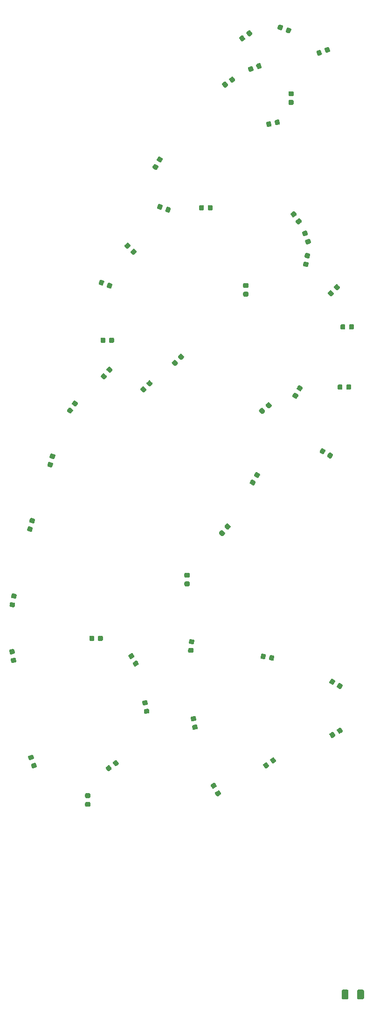
<source format=gtp>
G04 #@! TF.GenerationSoftware,KiCad,Pcbnew,(5.1.5)-3*
G04 #@! TF.CreationDate,2020-02-10T18:46:58-06:00*
G04 #@! TF.ProjectId,tymkrs_Cyphercon_2020_llama,74796d6b-7273-45f4-9379-70686572636f,V0*
G04 #@! TF.SameCoordinates,Original*
G04 #@! TF.FileFunction,Paste,Top*
G04 #@! TF.FilePolarity,Positive*
%FSLAX46Y46*%
G04 Gerber Fmt 4.6, Leading zero omitted, Abs format (unit mm)*
G04 Created by KiCad (PCBNEW (5.1.5)-3) date 2020-02-10 18:46:58*
%MOMM*%
%LPD*%
G04 APERTURE LIST*
%ADD10C,0.100000*%
G04 APERTURE END LIST*
D10*
G36*
X135976221Y-131815796D02*
G01*
X135997520Y-131818482D01*
X136428373Y-131894454D01*
X136449306Y-131899215D01*
X136469671Y-131906004D01*
X136489272Y-131914757D01*
X136507922Y-131925389D01*
X136525439Y-131937798D01*
X136541656Y-131951864D01*
X136556416Y-131967452D01*
X136569577Y-131984412D01*
X136581012Y-132002579D01*
X136590612Y-132021781D01*
X136598283Y-132041830D01*
X136603952Y-132062535D01*
X136607564Y-132083696D01*
X136609085Y-132105109D01*
X136608500Y-132126569D01*
X136605814Y-132147867D01*
X136516819Y-132652581D01*
X136512058Y-132673513D01*
X136505269Y-132693878D01*
X136496516Y-132713480D01*
X136485884Y-132732129D01*
X136473475Y-132749647D01*
X136459409Y-132765864D01*
X136443821Y-132780624D01*
X136426862Y-132793785D01*
X136408694Y-132805220D01*
X136389493Y-132814819D01*
X136369443Y-132822491D01*
X136348738Y-132828160D01*
X136327577Y-132831772D01*
X136306164Y-132833293D01*
X136284705Y-132832708D01*
X136263406Y-132830022D01*
X135832553Y-132754050D01*
X135811620Y-132749289D01*
X135791255Y-132742500D01*
X135771654Y-132733747D01*
X135753004Y-132723115D01*
X135735487Y-132710706D01*
X135719270Y-132696640D01*
X135704510Y-132681052D01*
X135691349Y-132664092D01*
X135679914Y-132645925D01*
X135670314Y-132626723D01*
X135662643Y-132606674D01*
X135656974Y-132585969D01*
X135653362Y-132564808D01*
X135651841Y-132543395D01*
X135652426Y-132521935D01*
X135655112Y-132500637D01*
X135744107Y-131995923D01*
X135748868Y-131974991D01*
X135755657Y-131954626D01*
X135764410Y-131935024D01*
X135775042Y-131916375D01*
X135787451Y-131898857D01*
X135801517Y-131882640D01*
X135817105Y-131867880D01*
X135834064Y-131854719D01*
X135852232Y-131843284D01*
X135871433Y-131833685D01*
X135891483Y-131826013D01*
X135912188Y-131820344D01*
X135933349Y-131816732D01*
X135954762Y-131815211D01*
X135976221Y-131815796D01*
G37*
G36*
X137527295Y-132089292D02*
G01*
X137548594Y-132091978D01*
X137979447Y-132167950D01*
X138000380Y-132172711D01*
X138020745Y-132179500D01*
X138040346Y-132188253D01*
X138058996Y-132198885D01*
X138076513Y-132211294D01*
X138092730Y-132225360D01*
X138107490Y-132240948D01*
X138120651Y-132257908D01*
X138132086Y-132276075D01*
X138141686Y-132295277D01*
X138149357Y-132315326D01*
X138155026Y-132336031D01*
X138158638Y-132357192D01*
X138160159Y-132378605D01*
X138159574Y-132400065D01*
X138156888Y-132421363D01*
X138067893Y-132926077D01*
X138063132Y-132947009D01*
X138056343Y-132967374D01*
X138047590Y-132986976D01*
X138036958Y-133005625D01*
X138024549Y-133023143D01*
X138010483Y-133039360D01*
X137994895Y-133054120D01*
X137977936Y-133067281D01*
X137959768Y-133078716D01*
X137940567Y-133088315D01*
X137920517Y-133095987D01*
X137899812Y-133101656D01*
X137878651Y-133105268D01*
X137857238Y-133106789D01*
X137835779Y-133106204D01*
X137814480Y-133103518D01*
X137383627Y-133027546D01*
X137362694Y-133022785D01*
X137342329Y-133015996D01*
X137322728Y-133007243D01*
X137304078Y-132996611D01*
X137286561Y-132984202D01*
X137270344Y-132970136D01*
X137255584Y-132954548D01*
X137242423Y-132937588D01*
X137230988Y-132919421D01*
X137221388Y-132900219D01*
X137213717Y-132880170D01*
X137208048Y-132859465D01*
X137204436Y-132838304D01*
X137202915Y-132816891D01*
X137203500Y-132795431D01*
X137206186Y-132774133D01*
X137295181Y-132269419D01*
X137299942Y-132248487D01*
X137306731Y-132228122D01*
X137315484Y-132208520D01*
X137326116Y-132189871D01*
X137338525Y-132172353D01*
X137352591Y-132156136D01*
X137368179Y-132141376D01*
X137385138Y-132128215D01*
X137403306Y-132116780D01*
X137422507Y-132107181D01*
X137442557Y-132099509D01*
X137463262Y-132093840D01*
X137484423Y-132090228D01*
X137505836Y-132088707D01*
X137527295Y-132089292D01*
G37*
G36*
X104544691Y-158720053D02*
G01*
X104565926Y-158723203D01*
X104586750Y-158728419D01*
X104606962Y-158735651D01*
X104626368Y-158744830D01*
X104644781Y-158755866D01*
X104662024Y-158768654D01*
X104677930Y-158783070D01*
X104692346Y-158798976D01*
X104705134Y-158816219D01*
X104716170Y-158834632D01*
X104725349Y-158854038D01*
X104732581Y-158874250D01*
X104737797Y-158895074D01*
X104740947Y-158916309D01*
X104742000Y-158937750D01*
X104742000Y-159375250D01*
X104740947Y-159396691D01*
X104737797Y-159417926D01*
X104732581Y-159438750D01*
X104725349Y-159458962D01*
X104716170Y-159478368D01*
X104705134Y-159496781D01*
X104692346Y-159514024D01*
X104677930Y-159529930D01*
X104662024Y-159544346D01*
X104644781Y-159557134D01*
X104626368Y-159568170D01*
X104606962Y-159577349D01*
X104586750Y-159584581D01*
X104565926Y-159589797D01*
X104544691Y-159592947D01*
X104523250Y-159594000D01*
X104010750Y-159594000D01*
X103989309Y-159592947D01*
X103968074Y-159589797D01*
X103947250Y-159584581D01*
X103927038Y-159577349D01*
X103907632Y-159568170D01*
X103889219Y-159557134D01*
X103871976Y-159544346D01*
X103856070Y-159529930D01*
X103841654Y-159514024D01*
X103828866Y-159496781D01*
X103817830Y-159478368D01*
X103808651Y-159458962D01*
X103801419Y-159438750D01*
X103796203Y-159417926D01*
X103793053Y-159396691D01*
X103792000Y-159375250D01*
X103792000Y-158937750D01*
X103793053Y-158916309D01*
X103796203Y-158895074D01*
X103801419Y-158874250D01*
X103808651Y-158854038D01*
X103817830Y-158834632D01*
X103828866Y-158816219D01*
X103841654Y-158798976D01*
X103856070Y-158783070D01*
X103871976Y-158768654D01*
X103889219Y-158755866D01*
X103907632Y-158744830D01*
X103927038Y-158735651D01*
X103947250Y-158728419D01*
X103968074Y-158723203D01*
X103989309Y-158720053D01*
X104010750Y-158719000D01*
X104523250Y-158719000D01*
X104544691Y-158720053D01*
G37*
G36*
X104544691Y-157145053D02*
G01*
X104565926Y-157148203D01*
X104586750Y-157153419D01*
X104606962Y-157160651D01*
X104626368Y-157169830D01*
X104644781Y-157180866D01*
X104662024Y-157193654D01*
X104677930Y-157208070D01*
X104692346Y-157223976D01*
X104705134Y-157241219D01*
X104716170Y-157259632D01*
X104725349Y-157279038D01*
X104732581Y-157299250D01*
X104737797Y-157320074D01*
X104740947Y-157341309D01*
X104742000Y-157362750D01*
X104742000Y-157800250D01*
X104740947Y-157821691D01*
X104737797Y-157842926D01*
X104732581Y-157863750D01*
X104725349Y-157883962D01*
X104716170Y-157903368D01*
X104705134Y-157921781D01*
X104692346Y-157939024D01*
X104677930Y-157954930D01*
X104662024Y-157969346D01*
X104644781Y-157982134D01*
X104626368Y-157993170D01*
X104606962Y-158002349D01*
X104586750Y-158009581D01*
X104565926Y-158014797D01*
X104544691Y-158017947D01*
X104523250Y-158019000D01*
X104010750Y-158019000D01*
X103989309Y-158017947D01*
X103968074Y-158014797D01*
X103947250Y-158009581D01*
X103927038Y-158002349D01*
X103907632Y-157993170D01*
X103889219Y-157982134D01*
X103871976Y-157969346D01*
X103856070Y-157954930D01*
X103841654Y-157939024D01*
X103828866Y-157921781D01*
X103817830Y-157903368D01*
X103808651Y-157883962D01*
X103801419Y-157863750D01*
X103796203Y-157842926D01*
X103793053Y-157821691D01*
X103792000Y-157800250D01*
X103792000Y-157362750D01*
X103793053Y-157341309D01*
X103796203Y-157320074D01*
X103801419Y-157299250D01*
X103808651Y-157279038D01*
X103817830Y-157259632D01*
X103828866Y-157241219D01*
X103841654Y-157223976D01*
X103856070Y-157208070D01*
X103871976Y-157193654D01*
X103889219Y-157180866D01*
X103907632Y-157169830D01*
X103927038Y-157160651D01*
X103947250Y-157153419D01*
X103968074Y-157148203D01*
X103989309Y-157145053D01*
X104010750Y-157144000D01*
X104523250Y-157144000D01*
X104544691Y-157145053D01*
G37*
G36*
X141769435Y-51530637D02*
G01*
X141790733Y-51533323D01*
X141811666Y-51538084D01*
X141832031Y-51544873D01*
X141851632Y-51553626D01*
X141870282Y-51564258D01*
X141887799Y-51576667D01*
X141904016Y-51590733D01*
X141918776Y-51606321D01*
X141931936Y-51623280D01*
X142182876Y-51981659D01*
X142194312Y-51999827D01*
X142203911Y-52019028D01*
X142211583Y-52039078D01*
X142217252Y-52059783D01*
X142220864Y-52080944D01*
X142222385Y-52102357D01*
X142221800Y-52123816D01*
X142219114Y-52145114D01*
X142214353Y-52166047D01*
X142207564Y-52186412D01*
X142198811Y-52206014D01*
X142188179Y-52224663D01*
X142175770Y-52242181D01*
X142161704Y-52258397D01*
X142146116Y-52273157D01*
X142129156Y-52286319D01*
X141709340Y-52580276D01*
X141691173Y-52591711D01*
X141671971Y-52601311D01*
X141651922Y-52608982D01*
X141631217Y-52614651D01*
X141610056Y-52618263D01*
X141588643Y-52619784D01*
X141567183Y-52619199D01*
X141545885Y-52616513D01*
X141524952Y-52611752D01*
X141504587Y-52604963D01*
X141484986Y-52596210D01*
X141466336Y-52585578D01*
X141448819Y-52573169D01*
X141432602Y-52559103D01*
X141417842Y-52543515D01*
X141404682Y-52526556D01*
X141153742Y-52168177D01*
X141142306Y-52150009D01*
X141132707Y-52130808D01*
X141125035Y-52110758D01*
X141119366Y-52090053D01*
X141115754Y-52068892D01*
X141114233Y-52047479D01*
X141114818Y-52026020D01*
X141117504Y-52004722D01*
X141122265Y-51983789D01*
X141129054Y-51963424D01*
X141137807Y-51943822D01*
X141148439Y-51925173D01*
X141160848Y-51907655D01*
X141174914Y-51891439D01*
X141190502Y-51876679D01*
X141207462Y-51863517D01*
X141627278Y-51569560D01*
X141645445Y-51558125D01*
X141664647Y-51548525D01*
X141684696Y-51540854D01*
X141705401Y-51535185D01*
X141726562Y-51531573D01*
X141747975Y-51530052D01*
X141769435Y-51530637D01*
G37*
G36*
X142672817Y-52820801D02*
G01*
X142694115Y-52823487D01*
X142715048Y-52828248D01*
X142735413Y-52835037D01*
X142755014Y-52843790D01*
X142773664Y-52854422D01*
X142791181Y-52866831D01*
X142807398Y-52880897D01*
X142822158Y-52896485D01*
X142835318Y-52913444D01*
X143086258Y-53271823D01*
X143097694Y-53289991D01*
X143107293Y-53309192D01*
X143114965Y-53329242D01*
X143120634Y-53349947D01*
X143124246Y-53371108D01*
X143125767Y-53392521D01*
X143125182Y-53413980D01*
X143122496Y-53435278D01*
X143117735Y-53456211D01*
X143110946Y-53476576D01*
X143102193Y-53496178D01*
X143091561Y-53514827D01*
X143079152Y-53532345D01*
X143065086Y-53548561D01*
X143049498Y-53563321D01*
X143032538Y-53576483D01*
X142612722Y-53870440D01*
X142594555Y-53881875D01*
X142575353Y-53891475D01*
X142555304Y-53899146D01*
X142534599Y-53904815D01*
X142513438Y-53908427D01*
X142492025Y-53909948D01*
X142470565Y-53909363D01*
X142449267Y-53906677D01*
X142428334Y-53901916D01*
X142407969Y-53895127D01*
X142388368Y-53886374D01*
X142369718Y-53875742D01*
X142352201Y-53863333D01*
X142335984Y-53849267D01*
X142321224Y-53833679D01*
X142308064Y-53816720D01*
X142057124Y-53458341D01*
X142045688Y-53440173D01*
X142036089Y-53420972D01*
X142028417Y-53400922D01*
X142022748Y-53380217D01*
X142019136Y-53359056D01*
X142017615Y-53337643D01*
X142018200Y-53316184D01*
X142020886Y-53294886D01*
X142025647Y-53273953D01*
X142032436Y-53253588D01*
X142041189Y-53233986D01*
X142051821Y-53215337D01*
X142064230Y-53197819D01*
X142078296Y-53181603D01*
X142093884Y-53166843D01*
X142110844Y-53153681D01*
X142530660Y-52859724D01*
X142548827Y-52848289D01*
X142568029Y-52838689D01*
X142588078Y-52831018D01*
X142608783Y-52825349D01*
X142629944Y-52821737D01*
X142651357Y-52820216D01*
X142672817Y-52820801D01*
G37*
G36*
X112329351Y-131720158D02*
G01*
X112350677Y-131722612D01*
X112371661Y-131727144D01*
X112392099Y-131733711D01*
X112411795Y-131742249D01*
X112430559Y-131752677D01*
X112448211Y-131764894D01*
X112464580Y-131778782D01*
X112479509Y-131794208D01*
X112492854Y-131811023D01*
X112504487Y-131829065D01*
X112723237Y-132207951D01*
X112733045Y-132227046D01*
X112740935Y-132247011D01*
X112746830Y-132267653D01*
X112750673Y-132288773D01*
X112752427Y-132310169D01*
X112752076Y-132331633D01*
X112749622Y-132352959D01*
X112745090Y-132373943D01*
X112738523Y-132394381D01*
X112729985Y-132414077D01*
X112719557Y-132432841D01*
X112707340Y-132450493D01*
X112693452Y-132466862D01*
X112678026Y-132481791D01*
X112661211Y-132495136D01*
X112643169Y-132506769D01*
X112199331Y-132763019D01*
X112180236Y-132772827D01*
X112160271Y-132780717D01*
X112139629Y-132786612D01*
X112118509Y-132790455D01*
X112097113Y-132792209D01*
X112075649Y-132791858D01*
X112054323Y-132789404D01*
X112033339Y-132784872D01*
X112012901Y-132778305D01*
X111993205Y-132769767D01*
X111974441Y-132759339D01*
X111956789Y-132747122D01*
X111940420Y-132733234D01*
X111925491Y-132717808D01*
X111912146Y-132700993D01*
X111900513Y-132682951D01*
X111681763Y-132304065D01*
X111671955Y-132284970D01*
X111664065Y-132265005D01*
X111658170Y-132244363D01*
X111654327Y-132223243D01*
X111652573Y-132201847D01*
X111652924Y-132180383D01*
X111655378Y-132159057D01*
X111659910Y-132138073D01*
X111666477Y-132117635D01*
X111675015Y-132097939D01*
X111685443Y-132079175D01*
X111697660Y-132061523D01*
X111711548Y-132045154D01*
X111726974Y-132030225D01*
X111743789Y-132016880D01*
X111761831Y-132005247D01*
X112205669Y-131748997D01*
X112224764Y-131739189D01*
X112244729Y-131731299D01*
X112265371Y-131725404D01*
X112286491Y-131721561D01*
X112307887Y-131719807D01*
X112329351Y-131720158D01*
G37*
G36*
X113116851Y-133084150D02*
G01*
X113138177Y-133086604D01*
X113159161Y-133091136D01*
X113179599Y-133097703D01*
X113199295Y-133106241D01*
X113218059Y-133116669D01*
X113235711Y-133128886D01*
X113252080Y-133142774D01*
X113267009Y-133158200D01*
X113280354Y-133175015D01*
X113291987Y-133193057D01*
X113510737Y-133571943D01*
X113520545Y-133591038D01*
X113528435Y-133611003D01*
X113534330Y-133631645D01*
X113538173Y-133652765D01*
X113539927Y-133674161D01*
X113539576Y-133695625D01*
X113537122Y-133716951D01*
X113532590Y-133737935D01*
X113526023Y-133758373D01*
X113517485Y-133778069D01*
X113507057Y-133796833D01*
X113494840Y-133814485D01*
X113480952Y-133830854D01*
X113465526Y-133845783D01*
X113448711Y-133859128D01*
X113430669Y-133870761D01*
X112986831Y-134127011D01*
X112967736Y-134136819D01*
X112947771Y-134144709D01*
X112927129Y-134150604D01*
X112906009Y-134154447D01*
X112884613Y-134156201D01*
X112863149Y-134155850D01*
X112841823Y-134153396D01*
X112820839Y-134148864D01*
X112800401Y-134142297D01*
X112780705Y-134133759D01*
X112761941Y-134123331D01*
X112744289Y-134111114D01*
X112727920Y-134097226D01*
X112712991Y-134081800D01*
X112699646Y-134064985D01*
X112688013Y-134046943D01*
X112469263Y-133668057D01*
X112459455Y-133648962D01*
X112451565Y-133628997D01*
X112445670Y-133608355D01*
X112441827Y-133587235D01*
X112440073Y-133565839D01*
X112440424Y-133544375D01*
X112442878Y-133523049D01*
X112447410Y-133502065D01*
X112453977Y-133481627D01*
X112462515Y-133461931D01*
X112472943Y-133443167D01*
X112485160Y-133425515D01*
X112499048Y-133409146D01*
X112514474Y-133394217D01*
X112531289Y-133380872D01*
X112549331Y-133369239D01*
X112993169Y-133112989D01*
X113012264Y-133103181D01*
X113032229Y-133095291D01*
X113052871Y-133089396D01*
X113073991Y-133085553D01*
X113095387Y-133083799D01*
X113116851Y-133084150D01*
G37*
G36*
X106818692Y-128558053D02*
G01*
X106839927Y-128561203D01*
X106860751Y-128566419D01*
X106880963Y-128573651D01*
X106900369Y-128582830D01*
X106918782Y-128593866D01*
X106936025Y-128606654D01*
X106951931Y-128621070D01*
X106966347Y-128636976D01*
X106979135Y-128654219D01*
X106990171Y-128672632D01*
X106999350Y-128692038D01*
X107006582Y-128712250D01*
X107011798Y-128733074D01*
X107014948Y-128754309D01*
X107016001Y-128775750D01*
X107016001Y-129288250D01*
X107014948Y-129309691D01*
X107011798Y-129330926D01*
X107006582Y-129351750D01*
X106999350Y-129371962D01*
X106990171Y-129391368D01*
X106979135Y-129409781D01*
X106966347Y-129427024D01*
X106951931Y-129442930D01*
X106936025Y-129457346D01*
X106918782Y-129470134D01*
X106900369Y-129481170D01*
X106880963Y-129490349D01*
X106860751Y-129497581D01*
X106839927Y-129502797D01*
X106818692Y-129505947D01*
X106797251Y-129507000D01*
X106359751Y-129507000D01*
X106338310Y-129505947D01*
X106317075Y-129502797D01*
X106296251Y-129497581D01*
X106276039Y-129490349D01*
X106256633Y-129481170D01*
X106238220Y-129470134D01*
X106220977Y-129457346D01*
X106205071Y-129442930D01*
X106190655Y-129427024D01*
X106177867Y-129409781D01*
X106166831Y-129391368D01*
X106157652Y-129371962D01*
X106150420Y-129351750D01*
X106145204Y-129330926D01*
X106142054Y-129309691D01*
X106141001Y-129288250D01*
X106141001Y-128775750D01*
X106142054Y-128754309D01*
X106145204Y-128733074D01*
X106150420Y-128712250D01*
X106157652Y-128692038D01*
X106166831Y-128672632D01*
X106177867Y-128654219D01*
X106190655Y-128636976D01*
X106205071Y-128621070D01*
X106220977Y-128606654D01*
X106238220Y-128593866D01*
X106256633Y-128582830D01*
X106276039Y-128573651D01*
X106296251Y-128566419D01*
X106317075Y-128561203D01*
X106338310Y-128558053D01*
X106359751Y-128557000D01*
X106797251Y-128557000D01*
X106818692Y-128558053D01*
G37*
G36*
X105243690Y-128558053D02*
G01*
X105264925Y-128561203D01*
X105285749Y-128566419D01*
X105305961Y-128573651D01*
X105325367Y-128582830D01*
X105343780Y-128593866D01*
X105361023Y-128606654D01*
X105376929Y-128621070D01*
X105391345Y-128636976D01*
X105404133Y-128654219D01*
X105415169Y-128672632D01*
X105424348Y-128692038D01*
X105431580Y-128712250D01*
X105436796Y-128733074D01*
X105439946Y-128754309D01*
X105440999Y-128775750D01*
X105440999Y-129288250D01*
X105439946Y-129309691D01*
X105436796Y-129330926D01*
X105431580Y-129351750D01*
X105424348Y-129371962D01*
X105415169Y-129391368D01*
X105404133Y-129409781D01*
X105391345Y-129427024D01*
X105376929Y-129442930D01*
X105361023Y-129457346D01*
X105343780Y-129470134D01*
X105325367Y-129481170D01*
X105305961Y-129490349D01*
X105285749Y-129497581D01*
X105264925Y-129502797D01*
X105243690Y-129505947D01*
X105222249Y-129507000D01*
X104784749Y-129507000D01*
X104763308Y-129505947D01*
X104742073Y-129502797D01*
X104721249Y-129497581D01*
X104701037Y-129490349D01*
X104681631Y-129481170D01*
X104663218Y-129470134D01*
X104645975Y-129457346D01*
X104630069Y-129442930D01*
X104615653Y-129427024D01*
X104602865Y-129409781D01*
X104591829Y-129391368D01*
X104582650Y-129371962D01*
X104575418Y-129351750D01*
X104570202Y-129330926D01*
X104567052Y-129309691D01*
X104565999Y-129288250D01*
X104565999Y-128775750D01*
X104567052Y-128754309D01*
X104570202Y-128733074D01*
X104575418Y-128712250D01*
X104582650Y-128692038D01*
X104591829Y-128672632D01*
X104602865Y-128654219D01*
X104615653Y-128636976D01*
X104630069Y-128621070D01*
X104645975Y-128606654D01*
X104663218Y-128593866D01*
X104681631Y-128582830D01*
X104701037Y-128573651D01*
X104721249Y-128566419D01*
X104742073Y-128561203D01*
X104763308Y-128558053D01*
X104784749Y-128557000D01*
X105222249Y-128557000D01*
X105243690Y-128558053D01*
G37*
G36*
X109405981Y-151140817D02*
G01*
X109427279Y-151143503D01*
X109448212Y-151148264D01*
X109468577Y-151155053D01*
X109488179Y-151163806D01*
X109506828Y-151174438D01*
X109524346Y-151186847D01*
X109540562Y-151200913D01*
X109555322Y-151216501D01*
X109568484Y-151233461D01*
X109862441Y-151653277D01*
X109873876Y-151671444D01*
X109883476Y-151690646D01*
X109891147Y-151710695D01*
X109896816Y-151731400D01*
X109900428Y-151752561D01*
X109901949Y-151773974D01*
X109901364Y-151795434D01*
X109898678Y-151816732D01*
X109893917Y-151837665D01*
X109887128Y-151858030D01*
X109878375Y-151877631D01*
X109867743Y-151896281D01*
X109855334Y-151913798D01*
X109841268Y-151930015D01*
X109825680Y-151944775D01*
X109808721Y-151957935D01*
X109450342Y-152208875D01*
X109432174Y-152220311D01*
X109412973Y-152229910D01*
X109392923Y-152237582D01*
X109372218Y-152243251D01*
X109351057Y-152246863D01*
X109329644Y-152248384D01*
X109308185Y-152247799D01*
X109286887Y-152245113D01*
X109265954Y-152240352D01*
X109245589Y-152233563D01*
X109225987Y-152224810D01*
X109207338Y-152214178D01*
X109189820Y-152201769D01*
X109173604Y-152187703D01*
X109158844Y-152172115D01*
X109145682Y-152155155D01*
X108851725Y-151735339D01*
X108840290Y-151717172D01*
X108830690Y-151697970D01*
X108823019Y-151677921D01*
X108817350Y-151657216D01*
X108813738Y-151636055D01*
X108812217Y-151614642D01*
X108812802Y-151593182D01*
X108815488Y-151571884D01*
X108820249Y-151550951D01*
X108827038Y-151530586D01*
X108835791Y-151510985D01*
X108846423Y-151492335D01*
X108858832Y-151474818D01*
X108872898Y-151458601D01*
X108888486Y-151443841D01*
X108905445Y-151430681D01*
X109263824Y-151179741D01*
X109281992Y-151168305D01*
X109301193Y-151158706D01*
X109321243Y-151151034D01*
X109341948Y-151145365D01*
X109363109Y-151141753D01*
X109384522Y-151140232D01*
X109405981Y-151140817D01*
G37*
G36*
X108115815Y-152044201D02*
G01*
X108137113Y-152046887D01*
X108158046Y-152051648D01*
X108178411Y-152058437D01*
X108198013Y-152067190D01*
X108216662Y-152077822D01*
X108234180Y-152090231D01*
X108250396Y-152104297D01*
X108265156Y-152119885D01*
X108278318Y-152136845D01*
X108572275Y-152556661D01*
X108583710Y-152574828D01*
X108593310Y-152594030D01*
X108600981Y-152614079D01*
X108606650Y-152634784D01*
X108610262Y-152655945D01*
X108611783Y-152677358D01*
X108611198Y-152698818D01*
X108608512Y-152720116D01*
X108603751Y-152741049D01*
X108596962Y-152761414D01*
X108588209Y-152781015D01*
X108577577Y-152799665D01*
X108565168Y-152817182D01*
X108551102Y-152833399D01*
X108535514Y-152848159D01*
X108518555Y-152861319D01*
X108160176Y-153112259D01*
X108142008Y-153123695D01*
X108122807Y-153133294D01*
X108102757Y-153140966D01*
X108082052Y-153146635D01*
X108060891Y-153150247D01*
X108039478Y-153151768D01*
X108018019Y-153151183D01*
X107996721Y-153148497D01*
X107975788Y-153143736D01*
X107955423Y-153136947D01*
X107935821Y-153128194D01*
X107917172Y-153117562D01*
X107899654Y-153105153D01*
X107883438Y-153091087D01*
X107868678Y-153075499D01*
X107855516Y-153058539D01*
X107561559Y-152638723D01*
X107550124Y-152620556D01*
X107540524Y-152601354D01*
X107532853Y-152581305D01*
X107527184Y-152560600D01*
X107523572Y-152539439D01*
X107522051Y-152518026D01*
X107522636Y-152496566D01*
X107525322Y-152475268D01*
X107530083Y-152454335D01*
X107536872Y-152433970D01*
X107545625Y-152414369D01*
X107556257Y-152395719D01*
X107568666Y-152378202D01*
X107582732Y-152361985D01*
X107598320Y-152347225D01*
X107615279Y-152334065D01*
X107973658Y-152083125D01*
X107991826Y-152071689D01*
X108011027Y-152062090D01*
X108031077Y-152054418D01*
X108051782Y-152048749D01*
X108072943Y-152045137D01*
X108094356Y-152043616D01*
X108115815Y-152044201D01*
G37*
G36*
X90753808Y-130977362D02*
G01*
X90774969Y-130980974D01*
X90795674Y-130986643D01*
X90815724Y-130994315D01*
X90834925Y-131003914D01*
X90853093Y-131015349D01*
X90870052Y-131028510D01*
X90885640Y-131043270D01*
X90899706Y-131059487D01*
X90912115Y-131077005D01*
X90922747Y-131095654D01*
X90931500Y-131115256D01*
X90938289Y-131135621D01*
X90943050Y-131156553D01*
X91019022Y-131587406D01*
X91021708Y-131608704D01*
X91022293Y-131630164D01*
X91020772Y-131651577D01*
X91017160Y-131672738D01*
X91011491Y-131693443D01*
X91003820Y-131713492D01*
X90994220Y-131732694D01*
X90982785Y-131750861D01*
X90969624Y-131767821D01*
X90954864Y-131783409D01*
X90938647Y-131797475D01*
X90921130Y-131809884D01*
X90902480Y-131820516D01*
X90882879Y-131829269D01*
X90862514Y-131836058D01*
X90841581Y-131840819D01*
X90336867Y-131929814D01*
X90315568Y-131932500D01*
X90294109Y-131933085D01*
X90272696Y-131931564D01*
X90251535Y-131927952D01*
X90230830Y-131922283D01*
X90210780Y-131914611D01*
X90191579Y-131905012D01*
X90173411Y-131893577D01*
X90156452Y-131880416D01*
X90140864Y-131865656D01*
X90126798Y-131849439D01*
X90114389Y-131831921D01*
X90103757Y-131813272D01*
X90095004Y-131793670D01*
X90088215Y-131773305D01*
X90083454Y-131752373D01*
X90007482Y-131321520D01*
X90004796Y-131300222D01*
X90004211Y-131278762D01*
X90005732Y-131257349D01*
X90009344Y-131236188D01*
X90015013Y-131215483D01*
X90022684Y-131195434D01*
X90032284Y-131176232D01*
X90043719Y-131158065D01*
X90056880Y-131141105D01*
X90071640Y-131125517D01*
X90087857Y-131111451D01*
X90105374Y-131099042D01*
X90124024Y-131088410D01*
X90143625Y-131079657D01*
X90163990Y-131072868D01*
X90184923Y-131068107D01*
X90689637Y-130979112D01*
X90710936Y-130976426D01*
X90732395Y-130975841D01*
X90753808Y-130977362D01*
G37*
G36*
X91027304Y-132528436D02*
G01*
X91048465Y-132532048D01*
X91069170Y-132537717D01*
X91089220Y-132545389D01*
X91108421Y-132554988D01*
X91126589Y-132566423D01*
X91143548Y-132579584D01*
X91159136Y-132594344D01*
X91173202Y-132610561D01*
X91185611Y-132628079D01*
X91196243Y-132646728D01*
X91204996Y-132666330D01*
X91211785Y-132686695D01*
X91216546Y-132707627D01*
X91292518Y-133138480D01*
X91295204Y-133159778D01*
X91295789Y-133181238D01*
X91294268Y-133202651D01*
X91290656Y-133223812D01*
X91284987Y-133244517D01*
X91277316Y-133264566D01*
X91267716Y-133283768D01*
X91256281Y-133301935D01*
X91243120Y-133318895D01*
X91228360Y-133334483D01*
X91212143Y-133348549D01*
X91194626Y-133360958D01*
X91175976Y-133371590D01*
X91156375Y-133380343D01*
X91136010Y-133387132D01*
X91115077Y-133391893D01*
X90610363Y-133480888D01*
X90589064Y-133483574D01*
X90567605Y-133484159D01*
X90546192Y-133482638D01*
X90525031Y-133479026D01*
X90504326Y-133473357D01*
X90484276Y-133465685D01*
X90465075Y-133456086D01*
X90446907Y-133444651D01*
X90429948Y-133431490D01*
X90414360Y-133416730D01*
X90400294Y-133400513D01*
X90387885Y-133382995D01*
X90377253Y-133364346D01*
X90368500Y-133344744D01*
X90361711Y-133324379D01*
X90356950Y-133303447D01*
X90280978Y-132872594D01*
X90278292Y-132851296D01*
X90277707Y-132829836D01*
X90279228Y-132808423D01*
X90282840Y-132787262D01*
X90288509Y-132766557D01*
X90296180Y-132746508D01*
X90305780Y-132727306D01*
X90317215Y-132709139D01*
X90330376Y-132692179D01*
X90345136Y-132676591D01*
X90361353Y-132662525D01*
X90378870Y-132650116D01*
X90397520Y-132639484D01*
X90417121Y-132630731D01*
X90437486Y-132623942D01*
X90458419Y-132619181D01*
X90963133Y-132530186D01*
X90984432Y-132527500D01*
X91005891Y-132526915D01*
X91027304Y-132528436D01*
G37*
G36*
X94161555Y-150134237D02*
G01*
X94182632Y-150138310D01*
X94203208Y-150144429D01*
X94223086Y-150152536D01*
X94242073Y-150162552D01*
X94259987Y-150174381D01*
X94276655Y-150187909D01*
X94291917Y-150203006D01*
X94305626Y-150219525D01*
X94317650Y-150237309D01*
X94327873Y-150256186D01*
X94336196Y-150275974D01*
X94485830Y-150687089D01*
X94492173Y-150707597D01*
X94496476Y-150728629D01*
X94498697Y-150749981D01*
X94498814Y-150771448D01*
X94496826Y-150792822D01*
X94492753Y-150813900D01*
X94486634Y-150834476D01*
X94478527Y-150854354D01*
X94468511Y-150873341D01*
X94456682Y-150891255D01*
X94443154Y-150907923D01*
X94428057Y-150923185D01*
X94411538Y-150936894D01*
X94393754Y-150948918D01*
X94374877Y-150959141D01*
X94355089Y-150967464D01*
X93873497Y-151142749D01*
X93852988Y-151149092D01*
X93831957Y-151153395D01*
X93810605Y-151155616D01*
X93789138Y-151155733D01*
X93767763Y-151153745D01*
X93746686Y-151149672D01*
X93726110Y-151143553D01*
X93706232Y-151135446D01*
X93687245Y-151125430D01*
X93669331Y-151113601D01*
X93652663Y-151100073D01*
X93637401Y-151084976D01*
X93623692Y-151068457D01*
X93611668Y-151050673D01*
X93601445Y-151031796D01*
X93593122Y-151012008D01*
X93443488Y-150600893D01*
X93437145Y-150580385D01*
X93432842Y-150559353D01*
X93430621Y-150538001D01*
X93430504Y-150516534D01*
X93432492Y-150495160D01*
X93436565Y-150474082D01*
X93442684Y-150453506D01*
X93450791Y-150433628D01*
X93460807Y-150414641D01*
X93472636Y-150396727D01*
X93486164Y-150380059D01*
X93501261Y-150364797D01*
X93517780Y-150351088D01*
X93535564Y-150339064D01*
X93554441Y-150328841D01*
X93574229Y-150320518D01*
X94055821Y-150145233D01*
X94076330Y-150138890D01*
X94097361Y-150134587D01*
X94118713Y-150132366D01*
X94140180Y-150132249D01*
X94161555Y-150134237D01*
G37*
G36*
X94700237Y-151614255D02*
G01*
X94721314Y-151618328D01*
X94741890Y-151624447D01*
X94761768Y-151632554D01*
X94780755Y-151642570D01*
X94798669Y-151654399D01*
X94815337Y-151667927D01*
X94830599Y-151683024D01*
X94844308Y-151699543D01*
X94856332Y-151717327D01*
X94866555Y-151736204D01*
X94874878Y-151755992D01*
X95024512Y-152167107D01*
X95030855Y-152187615D01*
X95035158Y-152208647D01*
X95037379Y-152229999D01*
X95037496Y-152251466D01*
X95035508Y-152272840D01*
X95031435Y-152293918D01*
X95025316Y-152314494D01*
X95017209Y-152334372D01*
X95007193Y-152353359D01*
X94995364Y-152371273D01*
X94981836Y-152387941D01*
X94966739Y-152403203D01*
X94950220Y-152416912D01*
X94932436Y-152428936D01*
X94913559Y-152439159D01*
X94893771Y-152447482D01*
X94412179Y-152622767D01*
X94391670Y-152629110D01*
X94370639Y-152633413D01*
X94349287Y-152635634D01*
X94327820Y-152635751D01*
X94306445Y-152633763D01*
X94285368Y-152629690D01*
X94264792Y-152623571D01*
X94244914Y-152615464D01*
X94225927Y-152605448D01*
X94208013Y-152593619D01*
X94191345Y-152580091D01*
X94176083Y-152564994D01*
X94162374Y-152548475D01*
X94150350Y-152530691D01*
X94140127Y-152511814D01*
X94131804Y-152492026D01*
X93982170Y-152080911D01*
X93975827Y-152060403D01*
X93971524Y-152039371D01*
X93969303Y-152018019D01*
X93969186Y-151996552D01*
X93971174Y-151975178D01*
X93975247Y-151954100D01*
X93981366Y-151933524D01*
X93989473Y-151913646D01*
X93999489Y-151894659D01*
X94011318Y-151876745D01*
X94024846Y-151860077D01*
X94039943Y-151844815D01*
X94056462Y-151831106D01*
X94074246Y-151819082D01*
X94093123Y-151808859D01*
X94112911Y-151800536D01*
X94594503Y-151625251D01*
X94615012Y-151618908D01*
X94636043Y-151614605D01*
X94657395Y-151612384D01*
X94678862Y-151612267D01*
X94700237Y-151614255D01*
G37*
G36*
X148637239Y-136345077D02*
G01*
X148658359Y-136348920D01*
X148679001Y-136354815D01*
X148698966Y-136362705D01*
X148718061Y-136372513D01*
X149096947Y-136591263D01*
X149114989Y-136602896D01*
X149131804Y-136616241D01*
X149147230Y-136631170D01*
X149161118Y-136647539D01*
X149173335Y-136665191D01*
X149183763Y-136683955D01*
X149192301Y-136703651D01*
X149198868Y-136724089D01*
X149203400Y-136745073D01*
X149205854Y-136766399D01*
X149206205Y-136787863D01*
X149204451Y-136809259D01*
X149200608Y-136830379D01*
X149194713Y-136851021D01*
X149186823Y-136870986D01*
X149177015Y-136890081D01*
X148920765Y-137333919D01*
X148909132Y-137351961D01*
X148895787Y-137368776D01*
X148880858Y-137384202D01*
X148864489Y-137398090D01*
X148846837Y-137410307D01*
X148828073Y-137420735D01*
X148808377Y-137429273D01*
X148787939Y-137435840D01*
X148766955Y-137440372D01*
X148745629Y-137442826D01*
X148724165Y-137443177D01*
X148702769Y-137441423D01*
X148681649Y-137437580D01*
X148661007Y-137431685D01*
X148641042Y-137423795D01*
X148621947Y-137413987D01*
X148243061Y-137195237D01*
X148225019Y-137183604D01*
X148208204Y-137170259D01*
X148192778Y-137155330D01*
X148178890Y-137138961D01*
X148166673Y-137121309D01*
X148156245Y-137102545D01*
X148147707Y-137082849D01*
X148141140Y-137062411D01*
X148136608Y-137041427D01*
X148134154Y-137020101D01*
X148133803Y-136998637D01*
X148135557Y-136977241D01*
X148139400Y-136956121D01*
X148145295Y-136935479D01*
X148153185Y-136915514D01*
X148162993Y-136896419D01*
X148419243Y-136452581D01*
X148430876Y-136434539D01*
X148444221Y-136417724D01*
X148459150Y-136402298D01*
X148475519Y-136388410D01*
X148493171Y-136376193D01*
X148511935Y-136365765D01*
X148531631Y-136357227D01*
X148552069Y-136350660D01*
X148573053Y-136346128D01*
X148594379Y-136343674D01*
X148615843Y-136343323D01*
X148637239Y-136345077D01*
G37*
G36*
X150001231Y-137132577D02*
G01*
X150022351Y-137136420D01*
X150042993Y-137142315D01*
X150062958Y-137150205D01*
X150082053Y-137160013D01*
X150460939Y-137378763D01*
X150478981Y-137390396D01*
X150495796Y-137403741D01*
X150511222Y-137418670D01*
X150525110Y-137435039D01*
X150537327Y-137452691D01*
X150547755Y-137471455D01*
X150556293Y-137491151D01*
X150562860Y-137511589D01*
X150567392Y-137532573D01*
X150569846Y-137553899D01*
X150570197Y-137575363D01*
X150568443Y-137596759D01*
X150564600Y-137617879D01*
X150558705Y-137638521D01*
X150550815Y-137658486D01*
X150541007Y-137677581D01*
X150284757Y-138121419D01*
X150273124Y-138139461D01*
X150259779Y-138156276D01*
X150244850Y-138171702D01*
X150228481Y-138185590D01*
X150210829Y-138197807D01*
X150192065Y-138208235D01*
X150172369Y-138216773D01*
X150151931Y-138223340D01*
X150130947Y-138227872D01*
X150109621Y-138230326D01*
X150088157Y-138230677D01*
X150066761Y-138228923D01*
X150045641Y-138225080D01*
X150024999Y-138219185D01*
X150005034Y-138211295D01*
X149985939Y-138201487D01*
X149607053Y-137982737D01*
X149589011Y-137971104D01*
X149572196Y-137957759D01*
X149556770Y-137942830D01*
X149542882Y-137926461D01*
X149530665Y-137908809D01*
X149520237Y-137890045D01*
X149511699Y-137870349D01*
X149505132Y-137849911D01*
X149500600Y-137828927D01*
X149498146Y-137807601D01*
X149497795Y-137786137D01*
X149499549Y-137764741D01*
X149503392Y-137743621D01*
X149509287Y-137722979D01*
X149517177Y-137703014D01*
X149526985Y-137683919D01*
X149783235Y-137240081D01*
X149794868Y-137222039D01*
X149808213Y-137205224D01*
X149823142Y-137189798D01*
X149839511Y-137175910D01*
X149857163Y-137163693D01*
X149875927Y-137153265D01*
X149895623Y-137144727D01*
X149916061Y-137138160D01*
X149937045Y-137133628D01*
X149958371Y-137131174D01*
X149979835Y-137130823D01*
X150001231Y-137132577D01*
G37*
G36*
X136690815Y-151536201D02*
G01*
X136712113Y-151538887D01*
X136733046Y-151543648D01*
X136753411Y-151550437D01*
X136773013Y-151559190D01*
X136791662Y-151569822D01*
X136809180Y-151582231D01*
X136825396Y-151596297D01*
X136840156Y-151611885D01*
X136853318Y-151628845D01*
X137147275Y-152048661D01*
X137158710Y-152066828D01*
X137168310Y-152086030D01*
X137175981Y-152106079D01*
X137181650Y-152126784D01*
X137185262Y-152147945D01*
X137186783Y-152169358D01*
X137186198Y-152190818D01*
X137183512Y-152212116D01*
X137178751Y-152233049D01*
X137171962Y-152253414D01*
X137163209Y-152273015D01*
X137152577Y-152291665D01*
X137140168Y-152309182D01*
X137126102Y-152325399D01*
X137110514Y-152340159D01*
X137093555Y-152353319D01*
X136735176Y-152604259D01*
X136717008Y-152615695D01*
X136697807Y-152625294D01*
X136677757Y-152632966D01*
X136657052Y-152638635D01*
X136635891Y-152642247D01*
X136614478Y-152643768D01*
X136593019Y-152643183D01*
X136571721Y-152640497D01*
X136550788Y-152635736D01*
X136530423Y-152628947D01*
X136510821Y-152620194D01*
X136492172Y-152609562D01*
X136474654Y-152597153D01*
X136458438Y-152583087D01*
X136443678Y-152567499D01*
X136430516Y-152550539D01*
X136136559Y-152130723D01*
X136125124Y-152112556D01*
X136115524Y-152093354D01*
X136107853Y-152073305D01*
X136102184Y-152052600D01*
X136098572Y-152031439D01*
X136097051Y-152010026D01*
X136097636Y-151988566D01*
X136100322Y-151967268D01*
X136105083Y-151946335D01*
X136111872Y-151925970D01*
X136120625Y-151906369D01*
X136131257Y-151887719D01*
X136143666Y-151870202D01*
X136157732Y-151853985D01*
X136173320Y-151839225D01*
X136190279Y-151826065D01*
X136548658Y-151575125D01*
X136566826Y-151563689D01*
X136586027Y-151554090D01*
X136606077Y-151546418D01*
X136626782Y-151540749D01*
X136647943Y-151537137D01*
X136669356Y-151535616D01*
X136690815Y-151536201D01*
G37*
G36*
X137980981Y-150632817D02*
G01*
X138002279Y-150635503D01*
X138023212Y-150640264D01*
X138043577Y-150647053D01*
X138063179Y-150655806D01*
X138081828Y-150666438D01*
X138099346Y-150678847D01*
X138115562Y-150692913D01*
X138130322Y-150708501D01*
X138143484Y-150725461D01*
X138437441Y-151145277D01*
X138448876Y-151163444D01*
X138458476Y-151182646D01*
X138466147Y-151202695D01*
X138471816Y-151223400D01*
X138475428Y-151244561D01*
X138476949Y-151265974D01*
X138476364Y-151287434D01*
X138473678Y-151308732D01*
X138468917Y-151329665D01*
X138462128Y-151350030D01*
X138453375Y-151369631D01*
X138442743Y-151388281D01*
X138430334Y-151405798D01*
X138416268Y-151422015D01*
X138400680Y-151436775D01*
X138383721Y-151449935D01*
X138025342Y-151700875D01*
X138007174Y-151712311D01*
X137987973Y-151721910D01*
X137967923Y-151729582D01*
X137947218Y-151735251D01*
X137926057Y-151738863D01*
X137904644Y-151740384D01*
X137883185Y-151739799D01*
X137861887Y-151737113D01*
X137840954Y-151732352D01*
X137820589Y-151725563D01*
X137800987Y-151716810D01*
X137782338Y-151706178D01*
X137764820Y-151693769D01*
X137748604Y-151679703D01*
X137733844Y-151664115D01*
X137720682Y-151647155D01*
X137426725Y-151227339D01*
X137415290Y-151209172D01*
X137405690Y-151189970D01*
X137398019Y-151169921D01*
X137392350Y-151149216D01*
X137388738Y-151128055D01*
X137387217Y-151106642D01*
X137387802Y-151085182D01*
X137390488Y-151063884D01*
X137395249Y-151042951D01*
X137402038Y-151022586D01*
X137410791Y-151002985D01*
X137421423Y-150984335D01*
X137433832Y-150966818D01*
X137447898Y-150950601D01*
X137463486Y-150935841D01*
X137480445Y-150922681D01*
X137838824Y-150671741D01*
X137856992Y-150660305D01*
X137876193Y-150650706D01*
X137896243Y-150643034D01*
X137916948Y-150637365D01*
X137938109Y-150633753D01*
X137959522Y-150632232D01*
X137980981Y-150632817D01*
G37*
G36*
X128056851Y-156624150D02*
G01*
X128078177Y-156626604D01*
X128099161Y-156631136D01*
X128119599Y-156637703D01*
X128139295Y-156646241D01*
X128158059Y-156656669D01*
X128175711Y-156668886D01*
X128192080Y-156682774D01*
X128207009Y-156698200D01*
X128220354Y-156715015D01*
X128231987Y-156733057D01*
X128450737Y-157111943D01*
X128460545Y-157131038D01*
X128468435Y-157151003D01*
X128474330Y-157171645D01*
X128478173Y-157192765D01*
X128479927Y-157214161D01*
X128479576Y-157235625D01*
X128477122Y-157256951D01*
X128472590Y-157277935D01*
X128466023Y-157298373D01*
X128457485Y-157318069D01*
X128447057Y-157336833D01*
X128434840Y-157354485D01*
X128420952Y-157370854D01*
X128405526Y-157385783D01*
X128388711Y-157399128D01*
X128370669Y-157410761D01*
X127926831Y-157667011D01*
X127907736Y-157676819D01*
X127887771Y-157684709D01*
X127867129Y-157690604D01*
X127846009Y-157694447D01*
X127824613Y-157696201D01*
X127803149Y-157695850D01*
X127781823Y-157693396D01*
X127760839Y-157688864D01*
X127740401Y-157682297D01*
X127720705Y-157673759D01*
X127701941Y-157663331D01*
X127684289Y-157651114D01*
X127667920Y-157637226D01*
X127652991Y-157621800D01*
X127639646Y-157604985D01*
X127628013Y-157586943D01*
X127409263Y-157208057D01*
X127399455Y-157188962D01*
X127391565Y-157168997D01*
X127385670Y-157148355D01*
X127381827Y-157127235D01*
X127380073Y-157105839D01*
X127380424Y-157084375D01*
X127382878Y-157063049D01*
X127387410Y-157042065D01*
X127393977Y-157021627D01*
X127402515Y-157001931D01*
X127412943Y-156983167D01*
X127425160Y-156965515D01*
X127439048Y-156949146D01*
X127454474Y-156934217D01*
X127471289Y-156920872D01*
X127489331Y-156909239D01*
X127933169Y-156652989D01*
X127952264Y-156643181D01*
X127972229Y-156635291D01*
X127992871Y-156629396D01*
X128013991Y-156625553D01*
X128035387Y-156623799D01*
X128056851Y-156624150D01*
G37*
G36*
X127269351Y-155260158D02*
G01*
X127290677Y-155262612D01*
X127311661Y-155267144D01*
X127332099Y-155273711D01*
X127351795Y-155282249D01*
X127370559Y-155292677D01*
X127388211Y-155304894D01*
X127404580Y-155318782D01*
X127419509Y-155334208D01*
X127432854Y-155351023D01*
X127444487Y-155369065D01*
X127663237Y-155747951D01*
X127673045Y-155767046D01*
X127680935Y-155787011D01*
X127686830Y-155807653D01*
X127690673Y-155828773D01*
X127692427Y-155850169D01*
X127692076Y-155871633D01*
X127689622Y-155892959D01*
X127685090Y-155913943D01*
X127678523Y-155934381D01*
X127669985Y-155954077D01*
X127659557Y-155972841D01*
X127647340Y-155990493D01*
X127633452Y-156006862D01*
X127618026Y-156021791D01*
X127601211Y-156035136D01*
X127583169Y-156046769D01*
X127139331Y-156303019D01*
X127120236Y-156312827D01*
X127100271Y-156320717D01*
X127079629Y-156326612D01*
X127058509Y-156330455D01*
X127037113Y-156332209D01*
X127015649Y-156331858D01*
X126994323Y-156329404D01*
X126973339Y-156324872D01*
X126952901Y-156318305D01*
X126933205Y-156309767D01*
X126914441Y-156299339D01*
X126896789Y-156287122D01*
X126880420Y-156273234D01*
X126865491Y-156257808D01*
X126852146Y-156240993D01*
X126840513Y-156222951D01*
X126621763Y-155844065D01*
X126611955Y-155824970D01*
X126604065Y-155805005D01*
X126598170Y-155784363D01*
X126594327Y-155763243D01*
X126592573Y-155741847D01*
X126592924Y-155720383D01*
X126595378Y-155699057D01*
X126599910Y-155678073D01*
X126606477Y-155657635D01*
X126615015Y-155637939D01*
X126625443Y-155619175D01*
X126637660Y-155601523D01*
X126651548Y-155585154D01*
X126666974Y-155570225D01*
X126683789Y-155556880D01*
X126701831Y-155545247D01*
X127145669Y-155288997D01*
X127164764Y-155279189D01*
X127184729Y-155271299D01*
X127205371Y-155265404D01*
X127226491Y-155261561D01*
X127247887Y-155259807D01*
X127269351Y-155260158D01*
G37*
G36*
X123703808Y-143137362D02*
G01*
X123724969Y-143140974D01*
X123745674Y-143146643D01*
X123765724Y-143154315D01*
X123784925Y-143163914D01*
X123803093Y-143175349D01*
X123820052Y-143188510D01*
X123835640Y-143203270D01*
X123849706Y-143219487D01*
X123862115Y-143237005D01*
X123872747Y-143255654D01*
X123881500Y-143275256D01*
X123888289Y-143295621D01*
X123893050Y-143316553D01*
X123969022Y-143747406D01*
X123971708Y-143768704D01*
X123972293Y-143790164D01*
X123970772Y-143811577D01*
X123967160Y-143832738D01*
X123961491Y-143853443D01*
X123953820Y-143873492D01*
X123944220Y-143892694D01*
X123932785Y-143910861D01*
X123919624Y-143927821D01*
X123904864Y-143943409D01*
X123888647Y-143957475D01*
X123871130Y-143969884D01*
X123852480Y-143980516D01*
X123832879Y-143989269D01*
X123812514Y-143996058D01*
X123791581Y-144000819D01*
X123286867Y-144089814D01*
X123265568Y-144092500D01*
X123244109Y-144093085D01*
X123222696Y-144091564D01*
X123201535Y-144087952D01*
X123180830Y-144082283D01*
X123160780Y-144074611D01*
X123141579Y-144065012D01*
X123123411Y-144053577D01*
X123106452Y-144040416D01*
X123090864Y-144025656D01*
X123076798Y-144009439D01*
X123064389Y-143991921D01*
X123053757Y-143973272D01*
X123045004Y-143953670D01*
X123038215Y-143933305D01*
X123033454Y-143912373D01*
X122957482Y-143481520D01*
X122954796Y-143460222D01*
X122954211Y-143438762D01*
X122955732Y-143417349D01*
X122959344Y-143396188D01*
X122965013Y-143375483D01*
X122972684Y-143355434D01*
X122982284Y-143336232D01*
X122993719Y-143318065D01*
X123006880Y-143301105D01*
X123021640Y-143285517D01*
X123037857Y-143271451D01*
X123055374Y-143259042D01*
X123074024Y-143248410D01*
X123093625Y-143239657D01*
X123113990Y-143232868D01*
X123134923Y-143228107D01*
X123639637Y-143139112D01*
X123660936Y-143136426D01*
X123682395Y-143135841D01*
X123703808Y-143137362D01*
G37*
G36*
X123977304Y-144688436D02*
G01*
X123998465Y-144692048D01*
X124019170Y-144697717D01*
X124039220Y-144705389D01*
X124058421Y-144714988D01*
X124076589Y-144726423D01*
X124093548Y-144739584D01*
X124109136Y-144754344D01*
X124123202Y-144770561D01*
X124135611Y-144788079D01*
X124146243Y-144806728D01*
X124154996Y-144826330D01*
X124161785Y-144846695D01*
X124166546Y-144867627D01*
X124242518Y-145298480D01*
X124245204Y-145319778D01*
X124245789Y-145341238D01*
X124244268Y-145362651D01*
X124240656Y-145383812D01*
X124234987Y-145404517D01*
X124227316Y-145424566D01*
X124217716Y-145443768D01*
X124206281Y-145461935D01*
X124193120Y-145478895D01*
X124178360Y-145494483D01*
X124162143Y-145508549D01*
X124144626Y-145520958D01*
X124125976Y-145531590D01*
X124106375Y-145540343D01*
X124086010Y-145547132D01*
X124065077Y-145551893D01*
X123560363Y-145640888D01*
X123539064Y-145643574D01*
X123517605Y-145644159D01*
X123496192Y-145642638D01*
X123475031Y-145639026D01*
X123454326Y-145633357D01*
X123434276Y-145625685D01*
X123415075Y-145616086D01*
X123396907Y-145604651D01*
X123379948Y-145591490D01*
X123364360Y-145576730D01*
X123350294Y-145560513D01*
X123337885Y-145542995D01*
X123327253Y-145524346D01*
X123318500Y-145504744D01*
X123311711Y-145484379D01*
X123306950Y-145463447D01*
X123230978Y-145032594D01*
X123228292Y-145011296D01*
X123227707Y-144989836D01*
X123229228Y-144968423D01*
X123232840Y-144947262D01*
X123238509Y-144926557D01*
X123246180Y-144906508D01*
X123255780Y-144887306D01*
X123267215Y-144869139D01*
X123280376Y-144852179D01*
X123295136Y-144836591D01*
X123311353Y-144822525D01*
X123328870Y-144810116D01*
X123347520Y-144799484D01*
X123367121Y-144790731D01*
X123387486Y-144783942D01*
X123408419Y-144779181D01*
X123913133Y-144690186D01*
X123934432Y-144687500D01*
X123955891Y-144686915D01*
X123977304Y-144688436D01*
G37*
G36*
X122578691Y-117140053D02*
G01*
X122599926Y-117143203D01*
X122620750Y-117148419D01*
X122640962Y-117155651D01*
X122660368Y-117164830D01*
X122678781Y-117175866D01*
X122696024Y-117188654D01*
X122711930Y-117203070D01*
X122726346Y-117218976D01*
X122739134Y-117236219D01*
X122750170Y-117254632D01*
X122759349Y-117274038D01*
X122766581Y-117294250D01*
X122771797Y-117315074D01*
X122774947Y-117336309D01*
X122776000Y-117357750D01*
X122776000Y-117795250D01*
X122774947Y-117816691D01*
X122771797Y-117837926D01*
X122766581Y-117858750D01*
X122759349Y-117878962D01*
X122750170Y-117898368D01*
X122739134Y-117916781D01*
X122726346Y-117934024D01*
X122711930Y-117949930D01*
X122696024Y-117964346D01*
X122678781Y-117977134D01*
X122660368Y-117988170D01*
X122640962Y-117997349D01*
X122620750Y-118004581D01*
X122599926Y-118009797D01*
X122578691Y-118012947D01*
X122557250Y-118014000D01*
X122044750Y-118014000D01*
X122023309Y-118012947D01*
X122002074Y-118009797D01*
X121981250Y-118004581D01*
X121961038Y-117997349D01*
X121941632Y-117988170D01*
X121923219Y-117977134D01*
X121905976Y-117964346D01*
X121890070Y-117949930D01*
X121875654Y-117934024D01*
X121862866Y-117916781D01*
X121851830Y-117898368D01*
X121842651Y-117878962D01*
X121835419Y-117858750D01*
X121830203Y-117837926D01*
X121827053Y-117816691D01*
X121826000Y-117795250D01*
X121826000Y-117357750D01*
X121827053Y-117336309D01*
X121830203Y-117315074D01*
X121835419Y-117294250D01*
X121842651Y-117274038D01*
X121851830Y-117254632D01*
X121862866Y-117236219D01*
X121875654Y-117218976D01*
X121890070Y-117203070D01*
X121905976Y-117188654D01*
X121923219Y-117175866D01*
X121941632Y-117164830D01*
X121961038Y-117155651D01*
X121981250Y-117148419D01*
X122002074Y-117143203D01*
X122023309Y-117140053D01*
X122044750Y-117139000D01*
X122557250Y-117139000D01*
X122578691Y-117140053D01*
G37*
G36*
X122578691Y-118715053D02*
G01*
X122599926Y-118718203D01*
X122620750Y-118723419D01*
X122640962Y-118730651D01*
X122660368Y-118739830D01*
X122678781Y-118750866D01*
X122696024Y-118763654D01*
X122711930Y-118778070D01*
X122726346Y-118793976D01*
X122739134Y-118811219D01*
X122750170Y-118829632D01*
X122759349Y-118849038D01*
X122766581Y-118869250D01*
X122771797Y-118890074D01*
X122774947Y-118911309D01*
X122776000Y-118932750D01*
X122776000Y-119370250D01*
X122774947Y-119391691D01*
X122771797Y-119412926D01*
X122766581Y-119433750D01*
X122759349Y-119453962D01*
X122750170Y-119473368D01*
X122739134Y-119491781D01*
X122726346Y-119509024D01*
X122711930Y-119524930D01*
X122696024Y-119539346D01*
X122678781Y-119552134D01*
X122660368Y-119563170D01*
X122640962Y-119572349D01*
X122620750Y-119579581D01*
X122599926Y-119584797D01*
X122578691Y-119587947D01*
X122557250Y-119589000D01*
X122044750Y-119589000D01*
X122023309Y-119587947D01*
X122002074Y-119584797D01*
X121981250Y-119579581D01*
X121961038Y-119572349D01*
X121941632Y-119563170D01*
X121923219Y-119552134D01*
X121905976Y-119539346D01*
X121890070Y-119524930D01*
X121875654Y-119509024D01*
X121862866Y-119491781D01*
X121851830Y-119473368D01*
X121842651Y-119453962D01*
X121835419Y-119433750D01*
X121830203Y-119412926D01*
X121827053Y-119391691D01*
X121826000Y-119370250D01*
X121826000Y-118932750D01*
X121827053Y-118911309D01*
X121830203Y-118890074D01*
X121835419Y-118869250D01*
X121842651Y-118849038D01*
X121851830Y-118829632D01*
X121862866Y-118811219D01*
X121875654Y-118793976D01*
X121890070Y-118778070D01*
X121905976Y-118763654D01*
X121923219Y-118750866D01*
X121941632Y-118739830D01*
X121961038Y-118730651D01*
X121981250Y-118723419D01*
X122002074Y-118718203D01*
X122023309Y-118715053D01*
X122044750Y-118714000D01*
X122557250Y-118714000D01*
X122578691Y-118715053D01*
G37*
G36*
X122914490Y-129186327D02*
G01*
X123425040Y-129230994D01*
X123446308Y-129233912D01*
X123467187Y-129238901D01*
X123487477Y-129245912D01*
X123506982Y-129254878D01*
X123525515Y-129265713D01*
X123542896Y-129278312D01*
X123558958Y-129292554D01*
X123573547Y-129308302D01*
X123586522Y-129325404D01*
X123597759Y-129343696D01*
X123607148Y-129363000D01*
X123614601Y-129383132D01*
X123620043Y-129403898D01*
X123623425Y-129425097D01*
X123624712Y-129446526D01*
X123623893Y-129467977D01*
X123585763Y-129903812D01*
X123582845Y-129925080D01*
X123577856Y-129945959D01*
X123570845Y-129966249D01*
X123561879Y-129985754D01*
X123551044Y-130004286D01*
X123538445Y-130021668D01*
X123524203Y-130037730D01*
X123508455Y-130052319D01*
X123491353Y-130065294D01*
X123473062Y-130076531D01*
X123453757Y-130085920D01*
X123433625Y-130093372D01*
X123412859Y-130098815D01*
X123391660Y-130102197D01*
X123370231Y-130103484D01*
X123348780Y-130102665D01*
X122838230Y-130057998D01*
X122816962Y-130055080D01*
X122796083Y-130050091D01*
X122775793Y-130043080D01*
X122756288Y-130034114D01*
X122737755Y-130023279D01*
X122720374Y-130010680D01*
X122704312Y-129996438D01*
X122689723Y-129980690D01*
X122676748Y-129963588D01*
X122665511Y-129945296D01*
X122656122Y-129925992D01*
X122648669Y-129905860D01*
X122643227Y-129885094D01*
X122639845Y-129863895D01*
X122638558Y-129842466D01*
X122639377Y-129821015D01*
X122677507Y-129385180D01*
X122680425Y-129363912D01*
X122685414Y-129343033D01*
X122692425Y-129322743D01*
X122701391Y-129303238D01*
X122712226Y-129284706D01*
X122724825Y-129267324D01*
X122739067Y-129251262D01*
X122754815Y-129236673D01*
X122771917Y-129223698D01*
X122790208Y-129212461D01*
X122809513Y-129203072D01*
X122829645Y-129195620D01*
X122850411Y-129190177D01*
X122871610Y-129186795D01*
X122893039Y-129185508D01*
X122914490Y-129186327D01*
G37*
G36*
X122777220Y-130755335D02*
G01*
X123287770Y-130800002D01*
X123309038Y-130802920D01*
X123329917Y-130807909D01*
X123350207Y-130814920D01*
X123369712Y-130823886D01*
X123388245Y-130834721D01*
X123405626Y-130847320D01*
X123421688Y-130861562D01*
X123436277Y-130877310D01*
X123449252Y-130894412D01*
X123460489Y-130912704D01*
X123469878Y-130932008D01*
X123477331Y-130952140D01*
X123482773Y-130972906D01*
X123486155Y-130994105D01*
X123487442Y-131015534D01*
X123486623Y-131036985D01*
X123448493Y-131472820D01*
X123445575Y-131494088D01*
X123440586Y-131514967D01*
X123433575Y-131535257D01*
X123424609Y-131554762D01*
X123413774Y-131573294D01*
X123401175Y-131590676D01*
X123386933Y-131606738D01*
X123371185Y-131621327D01*
X123354083Y-131634302D01*
X123335792Y-131645539D01*
X123316487Y-131654928D01*
X123296355Y-131662380D01*
X123275589Y-131667823D01*
X123254390Y-131671205D01*
X123232961Y-131672492D01*
X123211510Y-131671673D01*
X122700960Y-131627006D01*
X122679692Y-131624088D01*
X122658813Y-131619099D01*
X122638523Y-131612088D01*
X122619018Y-131603122D01*
X122600485Y-131592287D01*
X122583104Y-131579688D01*
X122567042Y-131565446D01*
X122552453Y-131549698D01*
X122539478Y-131532596D01*
X122528241Y-131514304D01*
X122518852Y-131495000D01*
X122511399Y-131474868D01*
X122505957Y-131454102D01*
X122502575Y-131432903D01*
X122501288Y-131411474D01*
X122502107Y-131390023D01*
X122540237Y-130954188D01*
X122543155Y-130932920D01*
X122548144Y-130912041D01*
X122555155Y-130891751D01*
X122564121Y-130872246D01*
X122574956Y-130853714D01*
X122587555Y-130836332D01*
X122601797Y-130820270D01*
X122617545Y-130805681D01*
X122634647Y-130792706D01*
X122652938Y-130781469D01*
X122672243Y-130772080D01*
X122692375Y-130764628D01*
X122713141Y-130759185D01*
X122734340Y-130755803D01*
X122755769Y-130754516D01*
X122777220Y-130755335D01*
G37*
G36*
X129633321Y-108194003D02*
G01*
X129654520Y-108197384D01*
X129675285Y-108202827D01*
X129695418Y-108210280D01*
X129714722Y-108219669D01*
X129733014Y-108230906D01*
X129750116Y-108243881D01*
X130142714Y-108573310D01*
X130158462Y-108587899D01*
X130172704Y-108603961D01*
X130185303Y-108621342D01*
X130196138Y-108639875D01*
X130205104Y-108659380D01*
X130212115Y-108679669D01*
X130217104Y-108700549D01*
X130220022Y-108721817D01*
X130220841Y-108743268D01*
X130219554Y-108764697D01*
X130216172Y-108785896D01*
X130210730Y-108806661D01*
X130203277Y-108826794D01*
X130193888Y-108846098D01*
X130182651Y-108864390D01*
X130169676Y-108881492D01*
X129888456Y-109216637D01*
X129873867Y-109232385D01*
X129857805Y-109246627D01*
X129840424Y-109259226D01*
X129821892Y-109270061D01*
X129802387Y-109279027D01*
X129782097Y-109286038D01*
X129761217Y-109291027D01*
X129739949Y-109293945D01*
X129718498Y-109294764D01*
X129697069Y-109293477D01*
X129675870Y-109290096D01*
X129655105Y-109284653D01*
X129634972Y-109277200D01*
X129615668Y-109267811D01*
X129597376Y-109256574D01*
X129580274Y-109243599D01*
X129187676Y-108914170D01*
X129171928Y-108899581D01*
X129157686Y-108883519D01*
X129145087Y-108866138D01*
X129134252Y-108847605D01*
X129125286Y-108828100D01*
X129118275Y-108807811D01*
X129113286Y-108786931D01*
X129110368Y-108765663D01*
X129109549Y-108744212D01*
X129110836Y-108722783D01*
X129114218Y-108701584D01*
X129119660Y-108680819D01*
X129127113Y-108660686D01*
X129136502Y-108641382D01*
X129147739Y-108623090D01*
X129160714Y-108605988D01*
X129441934Y-108270843D01*
X129456523Y-108255095D01*
X129472585Y-108240853D01*
X129489966Y-108228254D01*
X129508498Y-108217419D01*
X129528003Y-108208453D01*
X129548293Y-108201442D01*
X129569173Y-108196453D01*
X129590441Y-108193535D01*
X129611892Y-108192716D01*
X129633321Y-108194003D01*
G37*
G36*
X128620931Y-109400523D02*
G01*
X128642130Y-109403904D01*
X128662895Y-109409347D01*
X128683028Y-109416800D01*
X128702332Y-109426189D01*
X128720624Y-109437426D01*
X128737726Y-109450401D01*
X129130324Y-109779830D01*
X129146072Y-109794419D01*
X129160314Y-109810481D01*
X129172913Y-109827862D01*
X129183748Y-109846395D01*
X129192714Y-109865900D01*
X129199725Y-109886189D01*
X129204714Y-109907069D01*
X129207632Y-109928337D01*
X129208451Y-109949788D01*
X129207164Y-109971217D01*
X129203782Y-109992416D01*
X129198340Y-110013181D01*
X129190887Y-110033314D01*
X129181498Y-110052618D01*
X129170261Y-110070910D01*
X129157286Y-110088012D01*
X128876066Y-110423157D01*
X128861477Y-110438905D01*
X128845415Y-110453147D01*
X128828034Y-110465746D01*
X128809502Y-110476581D01*
X128789997Y-110485547D01*
X128769707Y-110492558D01*
X128748827Y-110497547D01*
X128727559Y-110500465D01*
X128706108Y-110501284D01*
X128684679Y-110499997D01*
X128663480Y-110496616D01*
X128642715Y-110491173D01*
X128622582Y-110483720D01*
X128603278Y-110474331D01*
X128584986Y-110463094D01*
X128567884Y-110450119D01*
X128175286Y-110120690D01*
X128159538Y-110106101D01*
X128145296Y-110090039D01*
X128132697Y-110072658D01*
X128121862Y-110054125D01*
X128112896Y-110034620D01*
X128105885Y-110014331D01*
X128100896Y-109993451D01*
X128097978Y-109972183D01*
X128097159Y-109950732D01*
X128098446Y-109929303D01*
X128101828Y-109908104D01*
X128107270Y-109887339D01*
X128114723Y-109867206D01*
X128124112Y-109847902D01*
X128135349Y-109829610D01*
X128148324Y-109812508D01*
X128429544Y-109477363D01*
X128444133Y-109461615D01*
X128460195Y-109447373D01*
X128477576Y-109434774D01*
X128496108Y-109423939D01*
X128515613Y-109414973D01*
X128535903Y-109407962D01*
X128556783Y-109402973D01*
X128578051Y-109400055D01*
X128599502Y-109399236D01*
X128620931Y-109400523D01*
G37*
G36*
X114933808Y-140257362D02*
G01*
X114954969Y-140260974D01*
X114975674Y-140266643D01*
X114995724Y-140274315D01*
X115014925Y-140283914D01*
X115033093Y-140295349D01*
X115050052Y-140308510D01*
X115065640Y-140323270D01*
X115079706Y-140339487D01*
X115092115Y-140357005D01*
X115102747Y-140375654D01*
X115111500Y-140395256D01*
X115118289Y-140415621D01*
X115123050Y-140436553D01*
X115199022Y-140867406D01*
X115201708Y-140888704D01*
X115202293Y-140910164D01*
X115200772Y-140931577D01*
X115197160Y-140952738D01*
X115191491Y-140973443D01*
X115183820Y-140993492D01*
X115174220Y-141012694D01*
X115162785Y-141030861D01*
X115149624Y-141047821D01*
X115134864Y-141063409D01*
X115118647Y-141077475D01*
X115101130Y-141089884D01*
X115082480Y-141100516D01*
X115062879Y-141109269D01*
X115042514Y-141116058D01*
X115021581Y-141120819D01*
X114516867Y-141209814D01*
X114495568Y-141212500D01*
X114474109Y-141213085D01*
X114452696Y-141211564D01*
X114431535Y-141207952D01*
X114410830Y-141202283D01*
X114390780Y-141194611D01*
X114371579Y-141185012D01*
X114353411Y-141173577D01*
X114336452Y-141160416D01*
X114320864Y-141145656D01*
X114306798Y-141129439D01*
X114294389Y-141111921D01*
X114283757Y-141093272D01*
X114275004Y-141073670D01*
X114268215Y-141053305D01*
X114263454Y-141032373D01*
X114187482Y-140601520D01*
X114184796Y-140580222D01*
X114184211Y-140558762D01*
X114185732Y-140537349D01*
X114189344Y-140516188D01*
X114195013Y-140495483D01*
X114202684Y-140475434D01*
X114212284Y-140456232D01*
X114223719Y-140438065D01*
X114236880Y-140421105D01*
X114251640Y-140405517D01*
X114267857Y-140391451D01*
X114285374Y-140379042D01*
X114304024Y-140368410D01*
X114323625Y-140359657D01*
X114343990Y-140352868D01*
X114364923Y-140348107D01*
X114869637Y-140259112D01*
X114890936Y-140256426D01*
X114912395Y-140255841D01*
X114933808Y-140257362D01*
G37*
G36*
X115207304Y-141808436D02*
G01*
X115228465Y-141812048D01*
X115249170Y-141817717D01*
X115269220Y-141825389D01*
X115288421Y-141834988D01*
X115306589Y-141846423D01*
X115323548Y-141859584D01*
X115339136Y-141874344D01*
X115353202Y-141890561D01*
X115365611Y-141908079D01*
X115376243Y-141926728D01*
X115384996Y-141946330D01*
X115391785Y-141966695D01*
X115396546Y-141987627D01*
X115472518Y-142418480D01*
X115475204Y-142439778D01*
X115475789Y-142461238D01*
X115474268Y-142482651D01*
X115470656Y-142503812D01*
X115464987Y-142524517D01*
X115457316Y-142544566D01*
X115447716Y-142563768D01*
X115436281Y-142581935D01*
X115423120Y-142598895D01*
X115408360Y-142614483D01*
X115392143Y-142628549D01*
X115374626Y-142640958D01*
X115355976Y-142651590D01*
X115336375Y-142660343D01*
X115316010Y-142667132D01*
X115295077Y-142671893D01*
X114790363Y-142760888D01*
X114769064Y-142763574D01*
X114747605Y-142764159D01*
X114726192Y-142762638D01*
X114705031Y-142759026D01*
X114684326Y-142753357D01*
X114664276Y-142745685D01*
X114645075Y-142736086D01*
X114626907Y-142724651D01*
X114609948Y-142711490D01*
X114594360Y-142696730D01*
X114580294Y-142680513D01*
X114567885Y-142662995D01*
X114557253Y-142644346D01*
X114548500Y-142624744D01*
X114541711Y-142604379D01*
X114536950Y-142583447D01*
X114460978Y-142152594D01*
X114458292Y-142131296D01*
X114457707Y-142109836D01*
X114459228Y-142088423D01*
X114462840Y-142067262D01*
X114468509Y-142046557D01*
X114476180Y-142026508D01*
X114485780Y-142007306D01*
X114497215Y-141989139D01*
X114510376Y-141972179D01*
X114525136Y-141956591D01*
X114541353Y-141942525D01*
X114558870Y-141930116D01*
X114577520Y-141919484D01*
X114597121Y-141910731D01*
X114617486Y-141903942D01*
X114638419Y-141899181D01*
X115143133Y-141810186D01*
X115164432Y-141807500D01*
X115185891Y-141806915D01*
X115207304Y-141808436D01*
G37*
G36*
X151903691Y-82965053D02*
G01*
X151924926Y-82968203D01*
X151945750Y-82973419D01*
X151965962Y-82980651D01*
X151985368Y-82989830D01*
X152003781Y-83000866D01*
X152021024Y-83013654D01*
X152036930Y-83028070D01*
X152051346Y-83043976D01*
X152064134Y-83061219D01*
X152075170Y-83079632D01*
X152084349Y-83099038D01*
X152091581Y-83119250D01*
X152096797Y-83140074D01*
X152099947Y-83161309D01*
X152101000Y-83182750D01*
X152101000Y-83695250D01*
X152099947Y-83716691D01*
X152096797Y-83737926D01*
X152091581Y-83758750D01*
X152084349Y-83778962D01*
X152075170Y-83798368D01*
X152064134Y-83816781D01*
X152051346Y-83834024D01*
X152036930Y-83849930D01*
X152021024Y-83864346D01*
X152003781Y-83877134D01*
X151985368Y-83888170D01*
X151965962Y-83897349D01*
X151945750Y-83904581D01*
X151924926Y-83909797D01*
X151903691Y-83912947D01*
X151882250Y-83914000D01*
X151444750Y-83914000D01*
X151423309Y-83912947D01*
X151402074Y-83909797D01*
X151381250Y-83904581D01*
X151361038Y-83897349D01*
X151341632Y-83888170D01*
X151323219Y-83877134D01*
X151305976Y-83864346D01*
X151290070Y-83849930D01*
X151275654Y-83834024D01*
X151262866Y-83816781D01*
X151251830Y-83798368D01*
X151242651Y-83778962D01*
X151235419Y-83758750D01*
X151230203Y-83737926D01*
X151227053Y-83716691D01*
X151226000Y-83695250D01*
X151226000Y-83182750D01*
X151227053Y-83161309D01*
X151230203Y-83140074D01*
X151235419Y-83119250D01*
X151242651Y-83099038D01*
X151251830Y-83079632D01*
X151262866Y-83061219D01*
X151275654Y-83043976D01*
X151290070Y-83028070D01*
X151305976Y-83013654D01*
X151323219Y-83000866D01*
X151341632Y-82989830D01*
X151361038Y-82980651D01*
X151381250Y-82973419D01*
X151402074Y-82968203D01*
X151423309Y-82965053D01*
X151444750Y-82964000D01*
X151882250Y-82964000D01*
X151903691Y-82965053D01*
G37*
G36*
X150328691Y-82965053D02*
G01*
X150349926Y-82968203D01*
X150370750Y-82973419D01*
X150390962Y-82980651D01*
X150410368Y-82989830D01*
X150428781Y-83000866D01*
X150446024Y-83013654D01*
X150461930Y-83028070D01*
X150476346Y-83043976D01*
X150489134Y-83061219D01*
X150500170Y-83079632D01*
X150509349Y-83099038D01*
X150516581Y-83119250D01*
X150521797Y-83140074D01*
X150524947Y-83161309D01*
X150526000Y-83182750D01*
X150526000Y-83695250D01*
X150524947Y-83716691D01*
X150521797Y-83737926D01*
X150516581Y-83758750D01*
X150509349Y-83778962D01*
X150500170Y-83798368D01*
X150489134Y-83816781D01*
X150476346Y-83834024D01*
X150461930Y-83849930D01*
X150446024Y-83864346D01*
X150428781Y-83877134D01*
X150410368Y-83888170D01*
X150390962Y-83897349D01*
X150370750Y-83904581D01*
X150349926Y-83909797D01*
X150328691Y-83912947D01*
X150307250Y-83914000D01*
X149869750Y-83914000D01*
X149848309Y-83912947D01*
X149827074Y-83909797D01*
X149806250Y-83904581D01*
X149786038Y-83897349D01*
X149766632Y-83888170D01*
X149748219Y-83877134D01*
X149730976Y-83864346D01*
X149715070Y-83849930D01*
X149700654Y-83834024D01*
X149687866Y-83816781D01*
X149676830Y-83798368D01*
X149667651Y-83778962D01*
X149660419Y-83758750D01*
X149655203Y-83737926D01*
X149652053Y-83716691D01*
X149651000Y-83695250D01*
X149651000Y-83182750D01*
X149652053Y-83161309D01*
X149655203Y-83140074D01*
X149660419Y-83119250D01*
X149667651Y-83099038D01*
X149676830Y-83079632D01*
X149687866Y-83061219D01*
X149700654Y-83043976D01*
X149715070Y-83028070D01*
X149730976Y-83013654D01*
X149748219Y-83000866D01*
X149766632Y-82989830D01*
X149786038Y-82980651D01*
X149806250Y-82973419D01*
X149827074Y-82968203D01*
X149848309Y-82965053D01*
X149869750Y-82964000D01*
X150307250Y-82964000D01*
X150328691Y-82965053D01*
G37*
G36*
X142676759Y-83111558D02*
G01*
X142697879Y-83115401D01*
X142718521Y-83121296D01*
X142738486Y-83129186D01*
X142757581Y-83138994D01*
X143201419Y-83395244D01*
X143219461Y-83406877D01*
X143236276Y-83420222D01*
X143251702Y-83435151D01*
X143265590Y-83451520D01*
X143277807Y-83469172D01*
X143288235Y-83487936D01*
X143296773Y-83507632D01*
X143303340Y-83528070D01*
X143307872Y-83549054D01*
X143310326Y-83570380D01*
X143310677Y-83591844D01*
X143308923Y-83613240D01*
X143305080Y-83634360D01*
X143299185Y-83655002D01*
X143291295Y-83674967D01*
X143281487Y-83694062D01*
X143062737Y-84072948D01*
X143051104Y-84090990D01*
X143037759Y-84107805D01*
X143022830Y-84123231D01*
X143006461Y-84137119D01*
X142988809Y-84149336D01*
X142970045Y-84159764D01*
X142950349Y-84168302D01*
X142929911Y-84174869D01*
X142908927Y-84179401D01*
X142887601Y-84181855D01*
X142866137Y-84182206D01*
X142844741Y-84180452D01*
X142823621Y-84176609D01*
X142802979Y-84170714D01*
X142783014Y-84162824D01*
X142763919Y-84153016D01*
X142320081Y-83896766D01*
X142302039Y-83885133D01*
X142285224Y-83871788D01*
X142269798Y-83856859D01*
X142255910Y-83840490D01*
X142243693Y-83822838D01*
X142233265Y-83804074D01*
X142224727Y-83784378D01*
X142218160Y-83763940D01*
X142213628Y-83742956D01*
X142211174Y-83721630D01*
X142210823Y-83700166D01*
X142212577Y-83678770D01*
X142216420Y-83657650D01*
X142222315Y-83637008D01*
X142230205Y-83617043D01*
X142240013Y-83597948D01*
X142458763Y-83219062D01*
X142470396Y-83201020D01*
X142483741Y-83184205D01*
X142498670Y-83168779D01*
X142515039Y-83154891D01*
X142532691Y-83142674D01*
X142551455Y-83132246D01*
X142571151Y-83123708D01*
X142591589Y-83117141D01*
X142612573Y-83112609D01*
X142633899Y-83110155D01*
X142655363Y-83109804D01*
X142676759Y-83111558D01*
G37*
G36*
X141889259Y-84475548D02*
G01*
X141910379Y-84479391D01*
X141931021Y-84485286D01*
X141950986Y-84493176D01*
X141970081Y-84502984D01*
X142413919Y-84759234D01*
X142431961Y-84770867D01*
X142448776Y-84784212D01*
X142464202Y-84799141D01*
X142478090Y-84815510D01*
X142490307Y-84833162D01*
X142500735Y-84851926D01*
X142509273Y-84871622D01*
X142515840Y-84892060D01*
X142520372Y-84913044D01*
X142522826Y-84934370D01*
X142523177Y-84955834D01*
X142521423Y-84977230D01*
X142517580Y-84998350D01*
X142511685Y-85018992D01*
X142503795Y-85038957D01*
X142493987Y-85058052D01*
X142275237Y-85436938D01*
X142263604Y-85454980D01*
X142250259Y-85471795D01*
X142235330Y-85487221D01*
X142218961Y-85501109D01*
X142201309Y-85513326D01*
X142182545Y-85523754D01*
X142162849Y-85532292D01*
X142142411Y-85538859D01*
X142121427Y-85543391D01*
X142100101Y-85545845D01*
X142078637Y-85546196D01*
X142057241Y-85544442D01*
X142036121Y-85540599D01*
X142015479Y-85534704D01*
X141995514Y-85526814D01*
X141976419Y-85517006D01*
X141532581Y-85260756D01*
X141514539Y-85249123D01*
X141497724Y-85235778D01*
X141482298Y-85220849D01*
X141468410Y-85204480D01*
X141456193Y-85186828D01*
X141445765Y-85168064D01*
X141437227Y-85148368D01*
X141430660Y-85127930D01*
X141426128Y-85106946D01*
X141423674Y-85085620D01*
X141423323Y-85064156D01*
X141425077Y-85042760D01*
X141428920Y-85021640D01*
X141434815Y-85000998D01*
X141442705Y-84981033D01*
X141452513Y-84961938D01*
X141671263Y-84583052D01*
X141682896Y-84565010D01*
X141696241Y-84548195D01*
X141711170Y-84532769D01*
X141727539Y-84518881D01*
X141745191Y-84506664D01*
X141763955Y-84496236D01*
X141783651Y-84487698D01*
X141804089Y-84481131D01*
X141825073Y-84476599D01*
X141846399Y-84474145D01*
X141867863Y-84473794D01*
X141889259Y-84475548D01*
G37*
G36*
X137150183Y-86187978D02*
G01*
X137171451Y-86190896D01*
X137192331Y-86195885D01*
X137212621Y-86202896D01*
X137232126Y-86211862D01*
X137250658Y-86222697D01*
X137268039Y-86235296D01*
X137284101Y-86249538D01*
X137298690Y-86265286D01*
X137628119Y-86657884D01*
X137641094Y-86674986D01*
X137652331Y-86693278D01*
X137661720Y-86712582D01*
X137669173Y-86732715D01*
X137674615Y-86753480D01*
X137677997Y-86774679D01*
X137679284Y-86796108D01*
X137678465Y-86817559D01*
X137675547Y-86838827D01*
X137670558Y-86859707D01*
X137663547Y-86879996D01*
X137654581Y-86899501D01*
X137643746Y-86918034D01*
X137631147Y-86935415D01*
X137616905Y-86951477D01*
X137601157Y-86966066D01*
X137266012Y-87247286D01*
X137248910Y-87260261D01*
X137230618Y-87271498D01*
X137211314Y-87280887D01*
X137191181Y-87288340D01*
X137170416Y-87293783D01*
X137149217Y-87297164D01*
X137127788Y-87298451D01*
X137106337Y-87297632D01*
X137085069Y-87294714D01*
X137064189Y-87289725D01*
X137043899Y-87282714D01*
X137024394Y-87273748D01*
X137005862Y-87262913D01*
X136988481Y-87250314D01*
X136972419Y-87236072D01*
X136957830Y-87220324D01*
X136628401Y-86827726D01*
X136615426Y-86810624D01*
X136604189Y-86792332D01*
X136594800Y-86773028D01*
X136587347Y-86752895D01*
X136581905Y-86732130D01*
X136578523Y-86710931D01*
X136577236Y-86689502D01*
X136578055Y-86668051D01*
X136580973Y-86646783D01*
X136585962Y-86625903D01*
X136592973Y-86605614D01*
X136601939Y-86586109D01*
X136612774Y-86567576D01*
X136625373Y-86550195D01*
X136639615Y-86534133D01*
X136655363Y-86519544D01*
X136990508Y-86238324D01*
X137007610Y-86225349D01*
X137025902Y-86214112D01*
X137045206Y-86204723D01*
X137065339Y-86197270D01*
X137086104Y-86191827D01*
X137107303Y-86188446D01*
X137128732Y-86187159D01*
X137150183Y-86187978D01*
G37*
G36*
X135943663Y-87200368D02*
G01*
X135964931Y-87203286D01*
X135985811Y-87208275D01*
X136006101Y-87215286D01*
X136025606Y-87224252D01*
X136044138Y-87235087D01*
X136061519Y-87247686D01*
X136077581Y-87261928D01*
X136092170Y-87277676D01*
X136421599Y-87670274D01*
X136434574Y-87687376D01*
X136445811Y-87705668D01*
X136455200Y-87724972D01*
X136462653Y-87745105D01*
X136468095Y-87765870D01*
X136471477Y-87787069D01*
X136472764Y-87808498D01*
X136471945Y-87829949D01*
X136469027Y-87851217D01*
X136464038Y-87872097D01*
X136457027Y-87892386D01*
X136448061Y-87911891D01*
X136437226Y-87930424D01*
X136424627Y-87947805D01*
X136410385Y-87963867D01*
X136394637Y-87978456D01*
X136059492Y-88259676D01*
X136042390Y-88272651D01*
X136024098Y-88283888D01*
X136004794Y-88293277D01*
X135984661Y-88300730D01*
X135963896Y-88306173D01*
X135942697Y-88309554D01*
X135921268Y-88310841D01*
X135899817Y-88310022D01*
X135878549Y-88307104D01*
X135857669Y-88302115D01*
X135837379Y-88295104D01*
X135817874Y-88286138D01*
X135799342Y-88275303D01*
X135781961Y-88262704D01*
X135765899Y-88248462D01*
X135751310Y-88232714D01*
X135421881Y-87840116D01*
X135408906Y-87823014D01*
X135397669Y-87804722D01*
X135388280Y-87785418D01*
X135380827Y-87765285D01*
X135375385Y-87744520D01*
X135372003Y-87723321D01*
X135370716Y-87701892D01*
X135371535Y-87680441D01*
X135374453Y-87659173D01*
X135379442Y-87638293D01*
X135386453Y-87618004D01*
X135395419Y-87598499D01*
X135406254Y-87579966D01*
X135418853Y-87562585D01*
X135433095Y-87546523D01*
X135448843Y-87531934D01*
X135783988Y-87250714D01*
X135801090Y-87237739D01*
X135819382Y-87226502D01*
X135838686Y-87217113D01*
X135858819Y-87209660D01*
X135879584Y-87204217D01*
X135900783Y-87200836D01*
X135922212Y-87199549D01*
X135943663Y-87200368D01*
G37*
G36*
X152411691Y-72043053D02*
G01*
X152432926Y-72046203D01*
X152453750Y-72051419D01*
X152473962Y-72058651D01*
X152493368Y-72067830D01*
X152511781Y-72078866D01*
X152529024Y-72091654D01*
X152544930Y-72106070D01*
X152559346Y-72121976D01*
X152572134Y-72139219D01*
X152583170Y-72157632D01*
X152592349Y-72177038D01*
X152599581Y-72197250D01*
X152604797Y-72218074D01*
X152607947Y-72239309D01*
X152609000Y-72260750D01*
X152609000Y-72773250D01*
X152607947Y-72794691D01*
X152604797Y-72815926D01*
X152599581Y-72836750D01*
X152592349Y-72856962D01*
X152583170Y-72876368D01*
X152572134Y-72894781D01*
X152559346Y-72912024D01*
X152544930Y-72927930D01*
X152529024Y-72942346D01*
X152511781Y-72955134D01*
X152493368Y-72966170D01*
X152473962Y-72975349D01*
X152453750Y-72982581D01*
X152432926Y-72987797D01*
X152411691Y-72990947D01*
X152390250Y-72992000D01*
X151952750Y-72992000D01*
X151931309Y-72990947D01*
X151910074Y-72987797D01*
X151889250Y-72982581D01*
X151869038Y-72975349D01*
X151849632Y-72966170D01*
X151831219Y-72955134D01*
X151813976Y-72942346D01*
X151798070Y-72927930D01*
X151783654Y-72912024D01*
X151770866Y-72894781D01*
X151759830Y-72876368D01*
X151750651Y-72856962D01*
X151743419Y-72836750D01*
X151738203Y-72815926D01*
X151735053Y-72794691D01*
X151734000Y-72773250D01*
X151734000Y-72260750D01*
X151735053Y-72239309D01*
X151738203Y-72218074D01*
X151743419Y-72197250D01*
X151750651Y-72177038D01*
X151759830Y-72157632D01*
X151770866Y-72139219D01*
X151783654Y-72121976D01*
X151798070Y-72106070D01*
X151813976Y-72091654D01*
X151831219Y-72078866D01*
X151849632Y-72067830D01*
X151869038Y-72058651D01*
X151889250Y-72051419D01*
X151910074Y-72046203D01*
X151931309Y-72043053D01*
X151952750Y-72042000D01*
X152390250Y-72042000D01*
X152411691Y-72043053D01*
G37*
G36*
X150836691Y-72043053D02*
G01*
X150857926Y-72046203D01*
X150878750Y-72051419D01*
X150898962Y-72058651D01*
X150918368Y-72067830D01*
X150936781Y-72078866D01*
X150954024Y-72091654D01*
X150969930Y-72106070D01*
X150984346Y-72121976D01*
X150997134Y-72139219D01*
X151008170Y-72157632D01*
X151017349Y-72177038D01*
X151024581Y-72197250D01*
X151029797Y-72218074D01*
X151032947Y-72239309D01*
X151034000Y-72260750D01*
X151034000Y-72773250D01*
X151032947Y-72794691D01*
X151029797Y-72815926D01*
X151024581Y-72836750D01*
X151017349Y-72856962D01*
X151008170Y-72876368D01*
X150997134Y-72894781D01*
X150984346Y-72912024D01*
X150969930Y-72927930D01*
X150954024Y-72942346D01*
X150936781Y-72955134D01*
X150918368Y-72966170D01*
X150898962Y-72975349D01*
X150878750Y-72982581D01*
X150857926Y-72987797D01*
X150836691Y-72990947D01*
X150815250Y-72992000D01*
X150377750Y-72992000D01*
X150356309Y-72990947D01*
X150335074Y-72987797D01*
X150314250Y-72982581D01*
X150294038Y-72975349D01*
X150274632Y-72966170D01*
X150256219Y-72955134D01*
X150238976Y-72942346D01*
X150223070Y-72927930D01*
X150208654Y-72912024D01*
X150195866Y-72894781D01*
X150184830Y-72876368D01*
X150175651Y-72856962D01*
X150168419Y-72836750D01*
X150163203Y-72815926D01*
X150160053Y-72794691D01*
X150159000Y-72773250D01*
X150159000Y-72260750D01*
X150160053Y-72239309D01*
X150163203Y-72218074D01*
X150168419Y-72197250D01*
X150175651Y-72177038D01*
X150184830Y-72157632D01*
X150195866Y-72139219D01*
X150208654Y-72121976D01*
X150223070Y-72106070D01*
X150238976Y-72091654D01*
X150256219Y-72078866D01*
X150274632Y-72067830D01*
X150294038Y-72058651D01*
X150314250Y-72051419D01*
X150335074Y-72046203D01*
X150356309Y-72043053D01*
X150377750Y-72042000D01*
X150815250Y-72042000D01*
X150836691Y-72043053D01*
G37*
G36*
X149511771Y-64749580D02*
G01*
X149533006Y-64752730D01*
X149553830Y-64757946D01*
X149574042Y-64765178D01*
X149593448Y-64774357D01*
X149611861Y-64785393D01*
X149629104Y-64798181D01*
X149645010Y-64812597D01*
X150007403Y-65174990D01*
X150021819Y-65190896D01*
X150034607Y-65208139D01*
X150045643Y-65226552D01*
X150054822Y-65245958D01*
X150062054Y-65266170D01*
X150067270Y-65286994D01*
X150070420Y-65308229D01*
X150071473Y-65329670D01*
X150070420Y-65351111D01*
X150067270Y-65372346D01*
X150062054Y-65393170D01*
X150054822Y-65413382D01*
X150045643Y-65432788D01*
X150034607Y-65451201D01*
X150021819Y-65468444D01*
X150007403Y-65484350D01*
X149698044Y-65793709D01*
X149682138Y-65808125D01*
X149664895Y-65820913D01*
X149646482Y-65831949D01*
X149627076Y-65841128D01*
X149606864Y-65848360D01*
X149586040Y-65853576D01*
X149564805Y-65856726D01*
X149543364Y-65857779D01*
X149521923Y-65856726D01*
X149500688Y-65853576D01*
X149479864Y-65848360D01*
X149459652Y-65841128D01*
X149440246Y-65831949D01*
X149421833Y-65820913D01*
X149404590Y-65808125D01*
X149388684Y-65793709D01*
X149026291Y-65431316D01*
X149011875Y-65415410D01*
X148999087Y-65398167D01*
X148988051Y-65379754D01*
X148978872Y-65360348D01*
X148971640Y-65340136D01*
X148966424Y-65319312D01*
X148963274Y-65298077D01*
X148962221Y-65276636D01*
X148963274Y-65255195D01*
X148966424Y-65233960D01*
X148971640Y-65213136D01*
X148978872Y-65192924D01*
X148988051Y-65173518D01*
X148999087Y-65155105D01*
X149011875Y-65137862D01*
X149026291Y-65121956D01*
X149335650Y-64812597D01*
X149351556Y-64798181D01*
X149368799Y-64785393D01*
X149387212Y-64774357D01*
X149406618Y-64765178D01*
X149426830Y-64757946D01*
X149447654Y-64752730D01*
X149468889Y-64749580D01*
X149490330Y-64748527D01*
X149511771Y-64749580D01*
G37*
G36*
X148398077Y-65863274D02*
G01*
X148419312Y-65866424D01*
X148440136Y-65871640D01*
X148460348Y-65878872D01*
X148479754Y-65888051D01*
X148498167Y-65899087D01*
X148515410Y-65911875D01*
X148531316Y-65926291D01*
X148893709Y-66288684D01*
X148908125Y-66304590D01*
X148920913Y-66321833D01*
X148931949Y-66340246D01*
X148941128Y-66359652D01*
X148948360Y-66379864D01*
X148953576Y-66400688D01*
X148956726Y-66421923D01*
X148957779Y-66443364D01*
X148956726Y-66464805D01*
X148953576Y-66486040D01*
X148948360Y-66506864D01*
X148941128Y-66527076D01*
X148931949Y-66546482D01*
X148920913Y-66564895D01*
X148908125Y-66582138D01*
X148893709Y-66598044D01*
X148584350Y-66907403D01*
X148568444Y-66921819D01*
X148551201Y-66934607D01*
X148532788Y-66945643D01*
X148513382Y-66954822D01*
X148493170Y-66962054D01*
X148472346Y-66967270D01*
X148451111Y-66970420D01*
X148429670Y-66971473D01*
X148408229Y-66970420D01*
X148386994Y-66967270D01*
X148366170Y-66962054D01*
X148345958Y-66954822D01*
X148326552Y-66945643D01*
X148308139Y-66934607D01*
X148290896Y-66921819D01*
X148274990Y-66907403D01*
X147912597Y-66545010D01*
X147898181Y-66529104D01*
X147885393Y-66511861D01*
X147874357Y-66493448D01*
X147865178Y-66474042D01*
X147857946Y-66453830D01*
X147852730Y-66433006D01*
X147849580Y-66411771D01*
X147848527Y-66390330D01*
X147849580Y-66368889D01*
X147852730Y-66347654D01*
X147857946Y-66326830D01*
X147865178Y-66306618D01*
X147874357Y-66287212D01*
X147885393Y-66268799D01*
X147898181Y-66251556D01*
X147912597Y-66235650D01*
X148221956Y-65926291D01*
X148237862Y-65911875D01*
X148255105Y-65899087D01*
X148273518Y-65888051D01*
X148292924Y-65878872D01*
X148313136Y-65871640D01*
X148333960Y-65866424D01*
X148355195Y-65863274D01*
X148376636Y-65862221D01*
X148398077Y-65863274D01*
G37*
G36*
X143969065Y-59106427D02*
G01*
X143990363Y-59109113D01*
X144495077Y-59198108D01*
X144516009Y-59202869D01*
X144536374Y-59209658D01*
X144555976Y-59218411D01*
X144574625Y-59229043D01*
X144592143Y-59241452D01*
X144608360Y-59255518D01*
X144623120Y-59271106D01*
X144636281Y-59288065D01*
X144647716Y-59306233D01*
X144657315Y-59325434D01*
X144664987Y-59345484D01*
X144670656Y-59366189D01*
X144674268Y-59387350D01*
X144675789Y-59408763D01*
X144675204Y-59430222D01*
X144672518Y-59451521D01*
X144596546Y-59882374D01*
X144591785Y-59903307D01*
X144584996Y-59923672D01*
X144576243Y-59943273D01*
X144565611Y-59961923D01*
X144553202Y-59979440D01*
X144539136Y-59995657D01*
X144523548Y-60010417D01*
X144506588Y-60023578D01*
X144488421Y-60035013D01*
X144469219Y-60044613D01*
X144449170Y-60052284D01*
X144428465Y-60057953D01*
X144407304Y-60061565D01*
X144385891Y-60063086D01*
X144364431Y-60062501D01*
X144343133Y-60059815D01*
X143838419Y-59970820D01*
X143817487Y-59966059D01*
X143797122Y-59959270D01*
X143777520Y-59950517D01*
X143758871Y-59939885D01*
X143741353Y-59927476D01*
X143725136Y-59913410D01*
X143710376Y-59897822D01*
X143697215Y-59880863D01*
X143685780Y-59862695D01*
X143676181Y-59843494D01*
X143668509Y-59823444D01*
X143662840Y-59802739D01*
X143659228Y-59781578D01*
X143657707Y-59760165D01*
X143658292Y-59738706D01*
X143660978Y-59717407D01*
X143736950Y-59286554D01*
X143741711Y-59265621D01*
X143748500Y-59245256D01*
X143757253Y-59225655D01*
X143767885Y-59207005D01*
X143780294Y-59189488D01*
X143794360Y-59173271D01*
X143809948Y-59158511D01*
X143826908Y-59145350D01*
X143845075Y-59133915D01*
X143864277Y-59124315D01*
X143884326Y-59116644D01*
X143905031Y-59110975D01*
X143926192Y-59107363D01*
X143947605Y-59105842D01*
X143969065Y-59106427D01*
G37*
G36*
X143695569Y-60657499D02*
G01*
X143716867Y-60660185D01*
X144221581Y-60749180D01*
X144242513Y-60753941D01*
X144262878Y-60760730D01*
X144282480Y-60769483D01*
X144301129Y-60780115D01*
X144318647Y-60792524D01*
X144334864Y-60806590D01*
X144349624Y-60822178D01*
X144362785Y-60839137D01*
X144374220Y-60857305D01*
X144383819Y-60876506D01*
X144391491Y-60896556D01*
X144397160Y-60917261D01*
X144400772Y-60938422D01*
X144402293Y-60959835D01*
X144401708Y-60981294D01*
X144399022Y-61002593D01*
X144323050Y-61433446D01*
X144318289Y-61454379D01*
X144311500Y-61474744D01*
X144302747Y-61494345D01*
X144292115Y-61512995D01*
X144279706Y-61530512D01*
X144265640Y-61546729D01*
X144250052Y-61561489D01*
X144233092Y-61574650D01*
X144214925Y-61586085D01*
X144195723Y-61595685D01*
X144175674Y-61603356D01*
X144154969Y-61609025D01*
X144133808Y-61612637D01*
X144112395Y-61614158D01*
X144090935Y-61613573D01*
X144069637Y-61610887D01*
X143564923Y-61521892D01*
X143543991Y-61517131D01*
X143523626Y-61510342D01*
X143504024Y-61501589D01*
X143485375Y-61490957D01*
X143467857Y-61478548D01*
X143451640Y-61464482D01*
X143436880Y-61448894D01*
X143423719Y-61431935D01*
X143412284Y-61413767D01*
X143402685Y-61394566D01*
X143395013Y-61374516D01*
X143389344Y-61353811D01*
X143385732Y-61332650D01*
X143384211Y-61311237D01*
X143384796Y-61289778D01*
X143387482Y-61268479D01*
X143463454Y-60837626D01*
X143468215Y-60816693D01*
X143475004Y-60796328D01*
X143483757Y-60776727D01*
X143494389Y-60758077D01*
X143506798Y-60740560D01*
X143520864Y-60724343D01*
X143536452Y-60709583D01*
X143553412Y-60696422D01*
X143571579Y-60684987D01*
X143590781Y-60675387D01*
X143610830Y-60667716D01*
X143631535Y-60662047D01*
X143652696Y-60658435D01*
X143674109Y-60656914D01*
X143695569Y-60657499D01*
G37*
G36*
X134142259Y-100223548D02*
G01*
X134163379Y-100227391D01*
X134184021Y-100233286D01*
X134203986Y-100241176D01*
X134223081Y-100250984D01*
X134666919Y-100507234D01*
X134684961Y-100518867D01*
X134701776Y-100532212D01*
X134717202Y-100547141D01*
X134731090Y-100563510D01*
X134743307Y-100581162D01*
X134753735Y-100599926D01*
X134762273Y-100619622D01*
X134768840Y-100640060D01*
X134773372Y-100661044D01*
X134775826Y-100682370D01*
X134776177Y-100703834D01*
X134774423Y-100725230D01*
X134770580Y-100746350D01*
X134764685Y-100766992D01*
X134756795Y-100786957D01*
X134746987Y-100806052D01*
X134528237Y-101184938D01*
X134516604Y-101202980D01*
X134503259Y-101219795D01*
X134488330Y-101235221D01*
X134471961Y-101249109D01*
X134454309Y-101261326D01*
X134435545Y-101271754D01*
X134415849Y-101280292D01*
X134395411Y-101286859D01*
X134374427Y-101291391D01*
X134353101Y-101293845D01*
X134331637Y-101294196D01*
X134310241Y-101292442D01*
X134289121Y-101288599D01*
X134268479Y-101282704D01*
X134248514Y-101274814D01*
X134229419Y-101265006D01*
X133785581Y-101008756D01*
X133767539Y-100997123D01*
X133750724Y-100983778D01*
X133735298Y-100968849D01*
X133721410Y-100952480D01*
X133709193Y-100934828D01*
X133698765Y-100916064D01*
X133690227Y-100896368D01*
X133683660Y-100875930D01*
X133679128Y-100854946D01*
X133676674Y-100833620D01*
X133676323Y-100812156D01*
X133678077Y-100790760D01*
X133681920Y-100769640D01*
X133687815Y-100748998D01*
X133695705Y-100729033D01*
X133705513Y-100709938D01*
X133924263Y-100331052D01*
X133935896Y-100313010D01*
X133949241Y-100296195D01*
X133964170Y-100280769D01*
X133980539Y-100266881D01*
X133998191Y-100254664D01*
X134016955Y-100244236D01*
X134036651Y-100235698D01*
X134057089Y-100229131D01*
X134078073Y-100224599D01*
X134099399Y-100222145D01*
X134120863Y-100221794D01*
X134142259Y-100223548D01*
G37*
G36*
X134929759Y-98859558D02*
G01*
X134950879Y-98863401D01*
X134971521Y-98869296D01*
X134991486Y-98877186D01*
X135010581Y-98886994D01*
X135454419Y-99143244D01*
X135472461Y-99154877D01*
X135489276Y-99168222D01*
X135504702Y-99183151D01*
X135518590Y-99199520D01*
X135530807Y-99217172D01*
X135541235Y-99235936D01*
X135549773Y-99255632D01*
X135556340Y-99276070D01*
X135560872Y-99297054D01*
X135563326Y-99318380D01*
X135563677Y-99339844D01*
X135561923Y-99361240D01*
X135558080Y-99382360D01*
X135552185Y-99403002D01*
X135544295Y-99422967D01*
X135534487Y-99442062D01*
X135315737Y-99820948D01*
X135304104Y-99838990D01*
X135290759Y-99855805D01*
X135275830Y-99871231D01*
X135259461Y-99885119D01*
X135241809Y-99897336D01*
X135223045Y-99907764D01*
X135203349Y-99916302D01*
X135182911Y-99922869D01*
X135161927Y-99927401D01*
X135140601Y-99929855D01*
X135119137Y-99930206D01*
X135097741Y-99928452D01*
X135076621Y-99924609D01*
X135055979Y-99918714D01*
X135036014Y-99910824D01*
X135016919Y-99901016D01*
X134573081Y-99644766D01*
X134555039Y-99633133D01*
X134538224Y-99619788D01*
X134522798Y-99604859D01*
X134508910Y-99588490D01*
X134496693Y-99570838D01*
X134486265Y-99552074D01*
X134477727Y-99532378D01*
X134471160Y-99511940D01*
X134466628Y-99490956D01*
X134464174Y-99469630D01*
X134463823Y-99448166D01*
X134465577Y-99426770D01*
X134469420Y-99405650D01*
X134475315Y-99385008D01*
X134483205Y-99365043D01*
X134493013Y-99345948D01*
X134711763Y-98967062D01*
X134723396Y-98949020D01*
X134736741Y-98932205D01*
X134751670Y-98916779D01*
X134768039Y-98902891D01*
X134785691Y-98890674D01*
X134804455Y-98880246D01*
X134824151Y-98871708D01*
X134844589Y-98865141D01*
X134865573Y-98860609D01*
X134886899Y-98858155D01*
X134908363Y-98857804D01*
X134929759Y-98859558D01*
G37*
G36*
X143927555Y-55030238D02*
G01*
X143948632Y-55034311D01*
X143969208Y-55040430D01*
X143989086Y-55048537D01*
X144008073Y-55058553D01*
X144025987Y-55070382D01*
X144042655Y-55083910D01*
X144057917Y-55099007D01*
X144071626Y-55115526D01*
X144083650Y-55133310D01*
X144093873Y-55152187D01*
X144102196Y-55171975D01*
X144251830Y-55583090D01*
X144258173Y-55603598D01*
X144262476Y-55624630D01*
X144264697Y-55645982D01*
X144264814Y-55667449D01*
X144262826Y-55688823D01*
X144258753Y-55709901D01*
X144252634Y-55730477D01*
X144244527Y-55750355D01*
X144234511Y-55769342D01*
X144222682Y-55787256D01*
X144209154Y-55803924D01*
X144194057Y-55819186D01*
X144177538Y-55832895D01*
X144159754Y-55844919D01*
X144140877Y-55855142D01*
X144121089Y-55863465D01*
X143639497Y-56038750D01*
X143618988Y-56045093D01*
X143597957Y-56049396D01*
X143576605Y-56051617D01*
X143555138Y-56051734D01*
X143533763Y-56049746D01*
X143512686Y-56045673D01*
X143492110Y-56039554D01*
X143472232Y-56031447D01*
X143453245Y-56021431D01*
X143435331Y-56009602D01*
X143418663Y-55996074D01*
X143403401Y-55980977D01*
X143389692Y-55964458D01*
X143377668Y-55946674D01*
X143367445Y-55927797D01*
X143359122Y-55908009D01*
X143209488Y-55496894D01*
X143203145Y-55476386D01*
X143198842Y-55455354D01*
X143196621Y-55434002D01*
X143196504Y-55412535D01*
X143198492Y-55391161D01*
X143202565Y-55370083D01*
X143208684Y-55349507D01*
X143216791Y-55329629D01*
X143226807Y-55310642D01*
X143238636Y-55292728D01*
X143252164Y-55276060D01*
X143267261Y-55260798D01*
X143283780Y-55247089D01*
X143301564Y-55235065D01*
X143320441Y-55224842D01*
X143340229Y-55216519D01*
X143821821Y-55041234D01*
X143842330Y-55034891D01*
X143863361Y-55030588D01*
X143884713Y-55028367D01*
X143906180Y-55028250D01*
X143927555Y-55030238D01*
G37*
G36*
X144466237Y-56510254D02*
G01*
X144487314Y-56514327D01*
X144507890Y-56520446D01*
X144527768Y-56528553D01*
X144546755Y-56538569D01*
X144564669Y-56550398D01*
X144581337Y-56563926D01*
X144596599Y-56579023D01*
X144610308Y-56595542D01*
X144622332Y-56613326D01*
X144632555Y-56632203D01*
X144640878Y-56651991D01*
X144790512Y-57063106D01*
X144796855Y-57083614D01*
X144801158Y-57104646D01*
X144803379Y-57125998D01*
X144803496Y-57147465D01*
X144801508Y-57168839D01*
X144797435Y-57189917D01*
X144791316Y-57210493D01*
X144783209Y-57230371D01*
X144773193Y-57249358D01*
X144761364Y-57267272D01*
X144747836Y-57283940D01*
X144732739Y-57299202D01*
X144716220Y-57312911D01*
X144698436Y-57324935D01*
X144679559Y-57335158D01*
X144659771Y-57343481D01*
X144178179Y-57518766D01*
X144157670Y-57525109D01*
X144136639Y-57529412D01*
X144115287Y-57531633D01*
X144093820Y-57531750D01*
X144072445Y-57529762D01*
X144051368Y-57525689D01*
X144030792Y-57519570D01*
X144010914Y-57511463D01*
X143991927Y-57501447D01*
X143974013Y-57489618D01*
X143957345Y-57476090D01*
X143942083Y-57460993D01*
X143928374Y-57444474D01*
X143916350Y-57426690D01*
X143906127Y-57407813D01*
X143897804Y-57388025D01*
X143748170Y-56976910D01*
X143741827Y-56956402D01*
X143737524Y-56935370D01*
X143735303Y-56914018D01*
X143735186Y-56892551D01*
X143737174Y-56871177D01*
X143741247Y-56850099D01*
X143747366Y-56829523D01*
X143755473Y-56809645D01*
X143765489Y-56790658D01*
X143777318Y-56772744D01*
X143790846Y-56756076D01*
X143805943Y-56740814D01*
X143822462Y-56727105D01*
X143840246Y-56715081D01*
X143859123Y-56704858D01*
X143878911Y-56696535D01*
X144360503Y-56521250D01*
X144381012Y-56514907D01*
X144402043Y-56510604D01*
X144423395Y-56508383D01*
X144444862Y-56508266D01*
X144466237Y-56510254D01*
G37*
G36*
X148249230Y-95305577D02*
G01*
X148270350Y-95309420D01*
X148290992Y-95315315D01*
X148310957Y-95323205D01*
X148330052Y-95333013D01*
X148708938Y-95551763D01*
X148726980Y-95563396D01*
X148743795Y-95576741D01*
X148759221Y-95591670D01*
X148773109Y-95608039D01*
X148785326Y-95625691D01*
X148795754Y-95644455D01*
X148804292Y-95664151D01*
X148810859Y-95684589D01*
X148815391Y-95705573D01*
X148817845Y-95726899D01*
X148818196Y-95748363D01*
X148816442Y-95769759D01*
X148812599Y-95790879D01*
X148806704Y-95811521D01*
X148798814Y-95831486D01*
X148789006Y-95850581D01*
X148532756Y-96294419D01*
X148521123Y-96312461D01*
X148507778Y-96329276D01*
X148492849Y-96344702D01*
X148476480Y-96358590D01*
X148458828Y-96370807D01*
X148440064Y-96381235D01*
X148420368Y-96389773D01*
X148399930Y-96396340D01*
X148378946Y-96400872D01*
X148357620Y-96403326D01*
X148336156Y-96403677D01*
X148314760Y-96401923D01*
X148293640Y-96398080D01*
X148272998Y-96392185D01*
X148253033Y-96384295D01*
X148233938Y-96374487D01*
X147855052Y-96155737D01*
X147837010Y-96144104D01*
X147820195Y-96130759D01*
X147804769Y-96115830D01*
X147790881Y-96099461D01*
X147778664Y-96081809D01*
X147768236Y-96063045D01*
X147759698Y-96043349D01*
X147753131Y-96022911D01*
X147748599Y-96001927D01*
X147746145Y-95980601D01*
X147745794Y-95959137D01*
X147747548Y-95937741D01*
X147751391Y-95916621D01*
X147757286Y-95895979D01*
X147765176Y-95876014D01*
X147774984Y-95856919D01*
X148031234Y-95413081D01*
X148042867Y-95395039D01*
X148056212Y-95378224D01*
X148071141Y-95362798D01*
X148087510Y-95348910D01*
X148105162Y-95336693D01*
X148123926Y-95326265D01*
X148143622Y-95317727D01*
X148164060Y-95311160D01*
X148185044Y-95306628D01*
X148206370Y-95304174D01*
X148227834Y-95303823D01*
X148249230Y-95305577D01*
G37*
G36*
X146885240Y-94518077D02*
G01*
X146906360Y-94521920D01*
X146927002Y-94527815D01*
X146946967Y-94535705D01*
X146966062Y-94545513D01*
X147344948Y-94764263D01*
X147362990Y-94775896D01*
X147379805Y-94789241D01*
X147395231Y-94804170D01*
X147409119Y-94820539D01*
X147421336Y-94838191D01*
X147431764Y-94856955D01*
X147440302Y-94876651D01*
X147446869Y-94897089D01*
X147451401Y-94918073D01*
X147453855Y-94939399D01*
X147454206Y-94960863D01*
X147452452Y-94982259D01*
X147448609Y-95003379D01*
X147442714Y-95024021D01*
X147434824Y-95043986D01*
X147425016Y-95063081D01*
X147168766Y-95506919D01*
X147157133Y-95524961D01*
X147143788Y-95541776D01*
X147128859Y-95557202D01*
X147112490Y-95571090D01*
X147094838Y-95583307D01*
X147076074Y-95593735D01*
X147056378Y-95602273D01*
X147035940Y-95608840D01*
X147014956Y-95613372D01*
X146993630Y-95615826D01*
X146972166Y-95616177D01*
X146950770Y-95614423D01*
X146929650Y-95610580D01*
X146909008Y-95604685D01*
X146889043Y-95596795D01*
X146869948Y-95586987D01*
X146491062Y-95368237D01*
X146473020Y-95356604D01*
X146456205Y-95343259D01*
X146440779Y-95328330D01*
X146426891Y-95311961D01*
X146414674Y-95294309D01*
X146404246Y-95275545D01*
X146395708Y-95255849D01*
X146389141Y-95235411D01*
X146384609Y-95214427D01*
X146382155Y-95193101D01*
X146381804Y-95171637D01*
X146383558Y-95150241D01*
X146387401Y-95129121D01*
X146393296Y-95108479D01*
X146401186Y-95088514D01*
X146410994Y-95069419D01*
X146667244Y-94625581D01*
X146678877Y-94607539D01*
X146692222Y-94590724D01*
X146707151Y-94575298D01*
X146723520Y-94561410D01*
X146741172Y-94549193D01*
X146759936Y-94538765D01*
X146779632Y-94530227D01*
X146800070Y-94523660D01*
X146821054Y-94519128D01*
X146842380Y-94516674D01*
X146863844Y-94516323D01*
X146885240Y-94518077D01*
G37*
G36*
X147928839Y-21698492D02*
G01*
X147949917Y-21702565D01*
X147970493Y-21708684D01*
X147990371Y-21716791D01*
X148009358Y-21726807D01*
X148027272Y-21738636D01*
X148043940Y-21752164D01*
X148059202Y-21767261D01*
X148072911Y-21783780D01*
X148084935Y-21801564D01*
X148095158Y-21820441D01*
X148103481Y-21840229D01*
X148278766Y-22321821D01*
X148285109Y-22342330D01*
X148289412Y-22363361D01*
X148291633Y-22384713D01*
X148291750Y-22406180D01*
X148289762Y-22427555D01*
X148285689Y-22448632D01*
X148279570Y-22469208D01*
X148271463Y-22489086D01*
X148261447Y-22508073D01*
X148249618Y-22525987D01*
X148236090Y-22542655D01*
X148220993Y-22557917D01*
X148204474Y-22571626D01*
X148186690Y-22583650D01*
X148167813Y-22593873D01*
X148148025Y-22602196D01*
X147736910Y-22751830D01*
X147716402Y-22758173D01*
X147695370Y-22762476D01*
X147674018Y-22764697D01*
X147652551Y-22764814D01*
X147631177Y-22762826D01*
X147610099Y-22758753D01*
X147589523Y-22752634D01*
X147569645Y-22744527D01*
X147550658Y-22734511D01*
X147532744Y-22722682D01*
X147516076Y-22709154D01*
X147500814Y-22694057D01*
X147487105Y-22677538D01*
X147475081Y-22659754D01*
X147464858Y-22640877D01*
X147456535Y-22621089D01*
X147281250Y-22139497D01*
X147274907Y-22118988D01*
X147270604Y-22097957D01*
X147268383Y-22076605D01*
X147268266Y-22055138D01*
X147270254Y-22033763D01*
X147274327Y-22012686D01*
X147280446Y-21992110D01*
X147288553Y-21972232D01*
X147298569Y-21953245D01*
X147310398Y-21935331D01*
X147323926Y-21918663D01*
X147339023Y-21903401D01*
X147355542Y-21889692D01*
X147373326Y-21877668D01*
X147392203Y-21867445D01*
X147411991Y-21859122D01*
X147823106Y-21709488D01*
X147843614Y-21703145D01*
X147864646Y-21698842D01*
X147885998Y-21696621D01*
X147907465Y-21696504D01*
X147928839Y-21698492D01*
G37*
G36*
X146448823Y-22237174D02*
G01*
X146469901Y-22241247D01*
X146490477Y-22247366D01*
X146510355Y-22255473D01*
X146529342Y-22265489D01*
X146547256Y-22277318D01*
X146563924Y-22290846D01*
X146579186Y-22305943D01*
X146592895Y-22322462D01*
X146604919Y-22340246D01*
X146615142Y-22359123D01*
X146623465Y-22378911D01*
X146798750Y-22860503D01*
X146805093Y-22881012D01*
X146809396Y-22902043D01*
X146811617Y-22923395D01*
X146811734Y-22944862D01*
X146809746Y-22966237D01*
X146805673Y-22987314D01*
X146799554Y-23007890D01*
X146791447Y-23027768D01*
X146781431Y-23046755D01*
X146769602Y-23064669D01*
X146756074Y-23081337D01*
X146740977Y-23096599D01*
X146724458Y-23110308D01*
X146706674Y-23122332D01*
X146687797Y-23132555D01*
X146668009Y-23140878D01*
X146256894Y-23290512D01*
X146236386Y-23296855D01*
X146215354Y-23301158D01*
X146194002Y-23303379D01*
X146172535Y-23303496D01*
X146151161Y-23301508D01*
X146130083Y-23297435D01*
X146109507Y-23291316D01*
X146089629Y-23283209D01*
X146070642Y-23273193D01*
X146052728Y-23261364D01*
X146036060Y-23247836D01*
X146020798Y-23232739D01*
X146007089Y-23216220D01*
X145995065Y-23198436D01*
X145984842Y-23179559D01*
X145976519Y-23159771D01*
X145801234Y-22678179D01*
X145794891Y-22657670D01*
X145790588Y-22636639D01*
X145788367Y-22615287D01*
X145788250Y-22593820D01*
X145790238Y-22572445D01*
X145794311Y-22551368D01*
X145800430Y-22530792D01*
X145808537Y-22510914D01*
X145818553Y-22491927D01*
X145830382Y-22474013D01*
X145843910Y-22457345D01*
X145859007Y-22442083D01*
X145875526Y-22428374D01*
X145893310Y-22416350D01*
X145912187Y-22406127D01*
X145931975Y-22397804D01*
X146343090Y-22248170D01*
X146363598Y-22241827D01*
X146384630Y-22237524D01*
X146405982Y-22235303D01*
X146427449Y-22235186D01*
X146448823Y-22237174D01*
G37*
G36*
X139134002Y-17626621D02*
G01*
X139155354Y-17628842D01*
X139176385Y-17633145D01*
X139196894Y-17639488D01*
X139608009Y-17789122D01*
X139627797Y-17797445D01*
X139646674Y-17807668D01*
X139664458Y-17819692D01*
X139680977Y-17833401D01*
X139696074Y-17848663D01*
X139709602Y-17865331D01*
X139721431Y-17883245D01*
X139731447Y-17902232D01*
X139739554Y-17922110D01*
X139745673Y-17942686D01*
X139749746Y-17963764D01*
X139751734Y-17985138D01*
X139751617Y-18006605D01*
X139749396Y-18027957D01*
X139745093Y-18048989D01*
X139738750Y-18069497D01*
X139563465Y-18551089D01*
X139555142Y-18570877D01*
X139544919Y-18589754D01*
X139532895Y-18607538D01*
X139519186Y-18624057D01*
X139503924Y-18639154D01*
X139487256Y-18652682D01*
X139469342Y-18664511D01*
X139450355Y-18674527D01*
X139430477Y-18682634D01*
X139409901Y-18688753D01*
X139388824Y-18692826D01*
X139367449Y-18694814D01*
X139345982Y-18694697D01*
X139324630Y-18692476D01*
X139303599Y-18688173D01*
X139283090Y-18681830D01*
X138871975Y-18532196D01*
X138852187Y-18523873D01*
X138833310Y-18513650D01*
X138815526Y-18501626D01*
X138799007Y-18487917D01*
X138783910Y-18472655D01*
X138770382Y-18455987D01*
X138758553Y-18438073D01*
X138748537Y-18419086D01*
X138740430Y-18399208D01*
X138734311Y-18378632D01*
X138730238Y-18357554D01*
X138728250Y-18336180D01*
X138728367Y-18314713D01*
X138730588Y-18293361D01*
X138734891Y-18272329D01*
X138741234Y-18251821D01*
X138916519Y-17770229D01*
X138924842Y-17750441D01*
X138935065Y-17731564D01*
X138947089Y-17713780D01*
X138960798Y-17697261D01*
X138976060Y-17682164D01*
X138992728Y-17668636D01*
X139010642Y-17656807D01*
X139029629Y-17646791D01*
X139049507Y-17638684D01*
X139070083Y-17632565D01*
X139091160Y-17628492D01*
X139112535Y-17626504D01*
X139134002Y-17626621D01*
G37*
G36*
X140614018Y-18165303D02*
G01*
X140635370Y-18167524D01*
X140656401Y-18171827D01*
X140676910Y-18178170D01*
X141088025Y-18327804D01*
X141107813Y-18336127D01*
X141126690Y-18346350D01*
X141144474Y-18358374D01*
X141160993Y-18372083D01*
X141176090Y-18387345D01*
X141189618Y-18404013D01*
X141201447Y-18421927D01*
X141211463Y-18440914D01*
X141219570Y-18460792D01*
X141225689Y-18481368D01*
X141229762Y-18502446D01*
X141231750Y-18523820D01*
X141231633Y-18545287D01*
X141229412Y-18566639D01*
X141225109Y-18587671D01*
X141218766Y-18608179D01*
X141043481Y-19089771D01*
X141035158Y-19109559D01*
X141024935Y-19128436D01*
X141012911Y-19146220D01*
X140999202Y-19162739D01*
X140983940Y-19177836D01*
X140967272Y-19191364D01*
X140949358Y-19203193D01*
X140930371Y-19213209D01*
X140910493Y-19221316D01*
X140889917Y-19227435D01*
X140868840Y-19231508D01*
X140847465Y-19233496D01*
X140825998Y-19233379D01*
X140804646Y-19231158D01*
X140783615Y-19226855D01*
X140763106Y-19220512D01*
X140351991Y-19070878D01*
X140332203Y-19062555D01*
X140313326Y-19052332D01*
X140295542Y-19040308D01*
X140279023Y-19026599D01*
X140263926Y-19011337D01*
X140250398Y-18994669D01*
X140238569Y-18976755D01*
X140228553Y-18957768D01*
X140220446Y-18937890D01*
X140214327Y-18917314D01*
X140210254Y-18896236D01*
X140208266Y-18874862D01*
X140208383Y-18853395D01*
X140210604Y-18832043D01*
X140214907Y-18811011D01*
X140221250Y-18790503D01*
X140396535Y-18308911D01*
X140404858Y-18289123D01*
X140415081Y-18270246D01*
X140427105Y-18252462D01*
X140440814Y-18235943D01*
X140456076Y-18220846D01*
X140472744Y-18207318D01*
X140490658Y-18195489D01*
X140509645Y-18185473D01*
X140529523Y-18177366D01*
X140550099Y-18171247D01*
X140571176Y-18167174D01*
X140592551Y-18165186D01*
X140614018Y-18165303D01*
G37*
G36*
X141467691Y-29746053D02*
G01*
X141488926Y-29749203D01*
X141509750Y-29754419D01*
X141529962Y-29761651D01*
X141549368Y-29770830D01*
X141567781Y-29781866D01*
X141585024Y-29794654D01*
X141600930Y-29809070D01*
X141615346Y-29824976D01*
X141628134Y-29842219D01*
X141639170Y-29860632D01*
X141648349Y-29880038D01*
X141655581Y-29900250D01*
X141660797Y-29921074D01*
X141663947Y-29942309D01*
X141665000Y-29963750D01*
X141665000Y-30401250D01*
X141663947Y-30422691D01*
X141660797Y-30443926D01*
X141655581Y-30464750D01*
X141648349Y-30484962D01*
X141639170Y-30504368D01*
X141628134Y-30522781D01*
X141615346Y-30540024D01*
X141600930Y-30555930D01*
X141585024Y-30570346D01*
X141567781Y-30583134D01*
X141549368Y-30594170D01*
X141529962Y-30603349D01*
X141509750Y-30610581D01*
X141488926Y-30615797D01*
X141467691Y-30618947D01*
X141446250Y-30620000D01*
X140933750Y-30620000D01*
X140912309Y-30618947D01*
X140891074Y-30615797D01*
X140870250Y-30610581D01*
X140850038Y-30603349D01*
X140830632Y-30594170D01*
X140812219Y-30583134D01*
X140794976Y-30570346D01*
X140779070Y-30555930D01*
X140764654Y-30540024D01*
X140751866Y-30522781D01*
X140740830Y-30504368D01*
X140731651Y-30484962D01*
X140724419Y-30464750D01*
X140719203Y-30443926D01*
X140716053Y-30422691D01*
X140715000Y-30401250D01*
X140715000Y-29963750D01*
X140716053Y-29942309D01*
X140719203Y-29921074D01*
X140724419Y-29900250D01*
X140731651Y-29880038D01*
X140740830Y-29860632D01*
X140751866Y-29842219D01*
X140764654Y-29824976D01*
X140779070Y-29809070D01*
X140794976Y-29794654D01*
X140812219Y-29781866D01*
X140830632Y-29770830D01*
X140850038Y-29761651D01*
X140870250Y-29754419D01*
X140891074Y-29749203D01*
X140912309Y-29746053D01*
X140933750Y-29745000D01*
X141446250Y-29745000D01*
X141467691Y-29746053D01*
G37*
G36*
X141467691Y-31321053D02*
G01*
X141488926Y-31324203D01*
X141509750Y-31329419D01*
X141529962Y-31336651D01*
X141549368Y-31345830D01*
X141567781Y-31356866D01*
X141585024Y-31369654D01*
X141600930Y-31384070D01*
X141615346Y-31399976D01*
X141628134Y-31417219D01*
X141639170Y-31435632D01*
X141648349Y-31455038D01*
X141655581Y-31475250D01*
X141660797Y-31496074D01*
X141663947Y-31517309D01*
X141665000Y-31538750D01*
X141665000Y-31976250D01*
X141663947Y-31997691D01*
X141660797Y-32018926D01*
X141655581Y-32039750D01*
X141648349Y-32059962D01*
X141639170Y-32079368D01*
X141628134Y-32097781D01*
X141615346Y-32115024D01*
X141600930Y-32130930D01*
X141585024Y-32145346D01*
X141567781Y-32158134D01*
X141549368Y-32169170D01*
X141529962Y-32178349D01*
X141509750Y-32185581D01*
X141488926Y-32190797D01*
X141467691Y-32193947D01*
X141446250Y-32195000D01*
X140933750Y-32195000D01*
X140912309Y-32193947D01*
X140891074Y-32190797D01*
X140870250Y-32185581D01*
X140850038Y-32178349D01*
X140830632Y-32169170D01*
X140812219Y-32158134D01*
X140794976Y-32145346D01*
X140779070Y-32130930D01*
X140764654Y-32115024D01*
X140751866Y-32097781D01*
X140740830Y-32079368D01*
X140731651Y-32059962D01*
X140724419Y-32039750D01*
X140719203Y-32018926D01*
X140716053Y-31997691D01*
X140715000Y-31976250D01*
X140715000Y-31538750D01*
X140716053Y-31517309D01*
X140719203Y-31496074D01*
X140724419Y-31475250D01*
X140731651Y-31455038D01*
X140740830Y-31435632D01*
X140751866Y-31417219D01*
X140764654Y-31399976D01*
X140779070Y-31384070D01*
X140794976Y-31369654D01*
X140812219Y-31356866D01*
X140830632Y-31345830D01*
X140850038Y-31336651D01*
X140870250Y-31329419D01*
X140891074Y-31324203D01*
X140912309Y-31321053D01*
X140933750Y-31320000D01*
X141446250Y-31320000D01*
X141467691Y-31321053D01*
G37*
G36*
X138871573Y-34882180D02*
G01*
X138892847Y-34885052D01*
X138913737Y-34889995D01*
X138934043Y-34896962D01*
X138953567Y-34905886D01*
X138972123Y-34916680D01*
X138989531Y-34929241D01*
X139005625Y-34943448D01*
X139020248Y-34959164D01*
X139033261Y-34976238D01*
X139044537Y-34994505D01*
X139053969Y-35013789D01*
X139061465Y-35033905D01*
X139066953Y-35054658D01*
X139173508Y-35555959D01*
X139176935Y-35577151D01*
X139178269Y-35598577D01*
X139177497Y-35620030D01*
X139174625Y-35641304D01*
X139169682Y-35662194D01*
X139162715Y-35682499D01*
X139153792Y-35702024D01*
X139142997Y-35720580D01*
X139130436Y-35737988D01*
X139116229Y-35754082D01*
X139100513Y-35768705D01*
X139083439Y-35781718D01*
X139065173Y-35792994D01*
X139045888Y-35802426D01*
X139025772Y-35809922D01*
X139005019Y-35815410D01*
X138577080Y-35906371D01*
X138555888Y-35909798D01*
X138534462Y-35911132D01*
X138513009Y-35910360D01*
X138491735Y-35907488D01*
X138470845Y-35902545D01*
X138450539Y-35895578D01*
X138431015Y-35886654D01*
X138412459Y-35875860D01*
X138395051Y-35863299D01*
X138378957Y-35849092D01*
X138364334Y-35833376D01*
X138351321Y-35816302D01*
X138340045Y-35798035D01*
X138330613Y-35778751D01*
X138323117Y-35758635D01*
X138317629Y-35737882D01*
X138211074Y-35236581D01*
X138207647Y-35215389D01*
X138206313Y-35193963D01*
X138207085Y-35172510D01*
X138209957Y-35151236D01*
X138214900Y-35130346D01*
X138221867Y-35110041D01*
X138230790Y-35090516D01*
X138241585Y-35071960D01*
X138254146Y-35054552D01*
X138268353Y-35038458D01*
X138284069Y-35023835D01*
X138301143Y-35010822D01*
X138319409Y-34999546D01*
X138338694Y-34990114D01*
X138358810Y-34982618D01*
X138379563Y-34977130D01*
X138807502Y-34886169D01*
X138828694Y-34882742D01*
X138850120Y-34881408D01*
X138871573Y-34882180D01*
G37*
G36*
X137330991Y-35209640D02*
G01*
X137352265Y-35212512D01*
X137373155Y-35217455D01*
X137393461Y-35224422D01*
X137412985Y-35233346D01*
X137431541Y-35244140D01*
X137448949Y-35256701D01*
X137465043Y-35270908D01*
X137479666Y-35286624D01*
X137492679Y-35303698D01*
X137503955Y-35321965D01*
X137513387Y-35341249D01*
X137520883Y-35361365D01*
X137526371Y-35382118D01*
X137632926Y-35883419D01*
X137636353Y-35904611D01*
X137637687Y-35926037D01*
X137636915Y-35947490D01*
X137634043Y-35968764D01*
X137629100Y-35989654D01*
X137622133Y-36009959D01*
X137613210Y-36029484D01*
X137602415Y-36048040D01*
X137589854Y-36065448D01*
X137575647Y-36081542D01*
X137559931Y-36096165D01*
X137542857Y-36109178D01*
X137524591Y-36120454D01*
X137505306Y-36129886D01*
X137485190Y-36137382D01*
X137464437Y-36142870D01*
X137036498Y-36233831D01*
X137015306Y-36237258D01*
X136993880Y-36238592D01*
X136972427Y-36237820D01*
X136951153Y-36234948D01*
X136930263Y-36230005D01*
X136909957Y-36223038D01*
X136890433Y-36214114D01*
X136871877Y-36203320D01*
X136854469Y-36190759D01*
X136838375Y-36176552D01*
X136823752Y-36160836D01*
X136810739Y-36143762D01*
X136799463Y-36125495D01*
X136790031Y-36106211D01*
X136782535Y-36086095D01*
X136777047Y-36065342D01*
X136670492Y-35564041D01*
X136667065Y-35542849D01*
X136665731Y-35521423D01*
X136666503Y-35499970D01*
X136669375Y-35478696D01*
X136674318Y-35457806D01*
X136681285Y-35437501D01*
X136690208Y-35417976D01*
X136701003Y-35399420D01*
X136713564Y-35382012D01*
X136727771Y-35365918D01*
X136743487Y-35351295D01*
X136760561Y-35338282D01*
X136778827Y-35327006D01*
X136798112Y-35317574D01*
X136818228Y-35310078D01*
X136838981Y-35304590D01*
X137266920Y-35213629D01*
X137288112Y-35210202D01*
X137309538Y-35208868D01*
X137330991Y-35209640D01*
G37*
G36*
X133246691Y-64562053D02*
G01*
X133267926Y-64565203D01*
X133288750Y-64570419D01*
X133308962Y-64577651D01*
X133328368Y-64586830D01*
X133346781Y-64597866D01*
X133364024Y-64610654D01*
X133379930Y-64625070D01*
X133394346Y-64640976D01*
X133407134Y-64658219D01*
X133418170Y-64676632D01*
X133427349Y-64696038D01*
X133434581Y-64716250D01*
X133439797Y-64737074D01*
X133442947Y-64758309D01*
X133444000Y-64779750D01*
X133444000Y-65217250D01*
X133442947Y-65238691D01*
X133439797Y-65259926D01*
X133434581Y-65280750D01*
X133427349Y-65300962D01*
X133418170Y-65320368D01*
X133407134Y-65338781D01*
X133394346Y-65356024D01*
X133379930Y-65371930D01*
X133364024Y-65386346D01*
X133346781Y-65399134D01*
X133328368Y-65410170D01*
X133308962Y-65419349D01*
X133288750Y-65426581D01*
X133267926Y-65431797D01*
X133246691Y-65434947D01*
X133225250Y-65436000D01*
X132712750Y-65436000D01*
X132691309Y-65434947D01*
X132670074Y-65431797D01*
X132649250Y-65426581D01*
X132629038Y-65419349D01*
X132609632Y-65410170D01*
X132591219Y-65399134D01*
X132573976Y-65386346D01*
X132558070Y-65371930D01*
X132543654Y-65356024D01*
X132530866Y-65338781D01*
X132519830Y-65320368D01*
X132510651Y-65300962D01*
X132503419Y-65280750D01*
X132498203Y-65259926D01*
X132495053Y-65238691D01*
X132494000Y-65217250D01*
X132494000Y-64779750D01*
X132495053Y-64758309D01*
X132498203Y-64737074D01*
X132503419Y-64716250D01*
X132510651Y-64696038D01*
X132519830Y-64676632D01*
X132530866Y-64658219D01*
X132543654Y-64640976D01*
X132558070Y-64625070D01*
X132573976Y-64610654D01*
X132591219Y-64597866D01*
X132609632Y-64586830D01*
X132629038Y-64577651D01*
X132649250Y-64570419D01*
X132670074Y-64565203D01*
X132691309Y-64562053D01*
X132712750Y-64561000D01*
X133225250Y-64561000D01*
X133246691Y-64562053D01*
G37*
G36*
X133246691Y-66137053D02*
G01*
X133267926Y-66140203D01*
X133288750Y-66145419D01*
X133308962Y-66152651D01*
X133328368Y-66161830D01*
X133346781Y-66172866D01*
X133364024Y-66185654D01*
X133379930Y-66200070D01*
X133394346Y-66215976D01*
X133407134Y-66233219D01*
X133418170Y-66251632D01*
X133427349Y-66271038D01*
X133434581Y-66291250D01*
X133439797Y-66312074D01*
X133442947Y-66333309D01*
X133444000Y-66354750D01*
X133444000Y-66792250D01*
X133442947Y-66813691D01*
X133439797Y-66834926D01*
X133434581Y-66855750D01*
X133427349Y-66875962D01*
X133418170Y-66895368D01*
X133407134Y-66913781D01*
X133394346Y-66931024D01*
X133379930Y-66946930D01*
X133364024Y-66961346D01*
X133346781Y-66974134D01*
X133328368Y-66985170D01*
X133308962Y-66994349D01*
X133288750Y-67001581D01*
X133267926Y-67006797D01*
X133246691Y-67009947D01*
X133225250Y-67011000D01*
X132712750Y-67011000D01*
X132691309Y-67009947D01*
X132670074Y-67006797D01*
X132649250Y-67001581D01*
X132629038Y-66994349D01*
X132609632Y-66985170D01*
X132591219Y-66974134D01*
X132573976Y-66961346D01*
X132558070Y-66946930D01*
X132543654Y-66931024D01*
X132530866Y-66913781D01*
X132519830Y-66895368D01*
X132510651Y-66875962D01*
X132503419Y-66855750D01*
X132498203Y-66834926D01*
X132495053Y-66813691D01*
X132494000Y-66792250D01*
X132494000Y-66354750D01*
X132495053Y-66333309D01*
X132498203Y-66312074D01*
X132503419Y-66291250D01*
X132510651Y-66271038D01*
X132519830Y-66251632D01*
X132530866Y-66233219D01*
X132543654Y-66215976D01*
X132558070Y-66200070D01*
X132573976Y-66185654D01*
X132591219Y-66172866D01*
X132609632Y-66161830D01*
X132629038Y-66152651D01*
X132649250Y-66145419D01*
X132670074Y-66140203D01*
X132691309Y-66137053D01*
X132712750Y-66136000D01*
X133225250Y-66136000D01*
X133246691Y-66137053D01*
G37*
G36*
X135508839Y-24638492D02*
G01*
X135529917Y-24642565D01*
X135550493Y-24648684D01*
X135570371Y-24656791D01*
X135589358Y-24666807D01*
X135607272Y-24678636D01*
X135623940Y-24692164D01*
X135639202Y-24707261D01*
X135652911Y-24723780D01*
X135664935Y-24741564D01*
X135675158Y-24760441D01*
X135683481Y-24780229D01*
X135858766Y-25261821D01*
X135865109Y-25282330D01*
X135869412Y-25303361D01*
X135871633Y-25324713D01*
X135871750Y-25346180D01*
X135869762Y-25367555D01*
X135865689Y-25388632D01*
X135859570Y-25409208D01*
X135851463Y-25429086D01*
X135841447Y-25448073D01*
X135829618Y-25465987D01*
X135816090Y-25482655D01*
X135800993Y-25497917D01*
X135784474Y-25511626D01*
X135766690Y-25523650D01*
X135747813Y-25533873D01*
X135728025Y-25542196D01*
X135316910Y-25691830D01*
X135296402Y-25698173D01*
X135275370Y-25702476D01*
X135254018Y-25704697D01*
X135232551Y-25704814D01*
X135211177Y-25702826D01*
X135190099Y-25698753D01*
X135169523Y-25692634D01*
X135149645Y-25684527D01*
X135130658Y-25674511D01*
X135112744Y-25662682D01*
X135096076Y-25649154D01*
X135080814Y-25634057D01*
X135067105Y-25617538D01*
X135055081Y-25599754D01*
X135044858Y-25580877D01*
X135036535Y-25561089D01*
X134861250Y-25079497D01*
X134854907Y-25058988D01*
X134850604Y-25037957D01*
X134848383Y-25016605D01*
X134848266Y-24995138D01*
X134850254Y-24973763D01*
X134854327Y-24952686D01*
X134860446Y-24932110D01*
X134868553Y-24912232D01*
X134878569Y-24893245D01*
X134890398Y-24875331D01*
X134903926Y-24858663D01*
X134919023Y-24843401D01*
X134935542Y-24829692D01*
X134953326Y-24817668D01*
X134972203Y-24807445D01*
X134991991Y-24799122D01*
X135403106Y-24649488D01*
X135423614Y-24643145D01*
X135444646Y-24638842D01*
X135465998Y-24636621D01*
X135487465Y-24636504D01*
X135508839Y-24638492D01*
G37*
G36*
X134028823Y-25177174D02*
G01*
X134049901Y-25181247D01*
X134070477Y-25187366D01*
X134090355Y-25195473D01*
X134109342Y-25205489D01*
X134127256Y-25217318D01*
X134143924Y-25230846D01*
X134159186Y-25245943D01*
X134172895Y-25262462D01*
X134184919Y-25280246D01*
X134195142Y-25299123D01*
X134203465Y-25318911D01*
X134378750Y-25800503D01*
X134385093Y-25821012D01*
X134389396Y-25842043D01*
X134391617Y-25863395D01*
X134391734Y-25884862D01*
X134389746Y-25906237D01*
X134385673Y-25927314D01*
X134379554Y-25947890D01*
X134371447Y-25967768D01*
X134361431Y-25986755D01*
X134349602Y-26004669D01*
X134336074Y-26021337D01*
X134320977Y-26036599D01*
X134304458Y-26050308D01*
X134286674Y-26062332D01*
X134267797Y-26072555D01*
X134248009Y-26080878D01*
X133836894Y-26230512D01*
X133816386Y-26236855D01*
X133795354Y-26241158D01*
X133774002Y-26243379D01*
X133752535Y-26243496D01*
X133731161Y-26241508D01*
X133710083Y-26237435D01*
X133689507Y-26231316D01*
X133669629Y-26223209D01*
X133650642Y-26213193D01*
X133632728Y-26201364D01*
X133616060Y-26187836D01*
X133600798Y-26172739D01*
X133587089Y-26156220D01*
X133575065Y-26138436D01*
X133564842Y-26119559D01*
X133556519Y-26099771D01*
X133381234Y-25618179D01*
X133374891Y-25597670D01*
X133370588Y-25576639D01*
X133368367Y-25555287D01*
X133368250Y-25533820D01*
X133370238Y-25512445D01*
X133374311Y-25491368D01*
X133380430Y-25470792D01*
X133388537Y-25450914D01*
X133398553Y-25431927D01*
X133410382Y-25414013D01*
X133423910Y-25397345D01*
X133439007Y-25382083D01*
X133455526Y-25368374D01*
X133473310Y-25356350D01*
X133492187Y-25346127D01*
X133511975Y-25337804D01*
X133923090Y-25188170D01*
X133943598Y-25181827D01*
X133964630Y-25177524D01*
X133985982Y-25175303D01*
X134007449Y-25175186D01*
X134028823Y-25177174D01*
G37*
G36*
X133662980Y-18679818D02*
G01*
X133684278Y-18682504D01*
X133705211Y-18687265D01*
X133725576Y-18694054D01*
X133745178Y-18702807D01*
X133763827Y-18713439D01*
X133781345Y-18725848D01*
X133797561Y-18739914D01*
X133812321Y-18755502D01*
X133825483Y-18772462D01*
X134119440Y-19192278D01*
X134130875Y-19210445D01*
X134140475Y-19229647D01*
X134148146Y-19249696D01*
X134153815Y-19270401D01*
X134157427Y-19291562D01*
X134158948Y-19312975D01*
X134158363Y-19334435D01*
X134155677Y-19355733D01*
X134150916Y-19376666D01*
X134144127Y-19397031D01*
X134135374Y-19416632D01*
X134124742Y-19435282D01*
X134112333Y-19452799D01*
X134098267Y-19469016D01*
X134082679Y-19483776D01*
X134065720Y-19496936D01*
X133707341Y-19747876D01*
X133689173Y-19759312D01*
X133669972Y-19768911D01*
X133649922Y-19776583D01*
X133629217Y-19782252D01*
X133608056Y-19785864D01*
X133586643Y-19787385D01*
X133565184Y-19786800D01*
X133543886Y-19784114D01*
X133522953Y-19779353D01*
X133502588Y-19772564D01*
X133482986Y-19763811D01*
X133464337Y-19753179D01*
X133446819Y-19740770D01*
X133430603Y-19726704D01*
X133415843Y-19711116D01*
X133402681Y-19694156D01*
X133108724Y-19274340D01*
X133097289Y-19256173D01*
X133087689Y-19236971D01*
X133080018Y-19216922D01*
X133074349Y-19196217D01*
X133070737Y-19175056D01*
X133069216Y-19153643D01*
X133069801Y-19132183D01*
X133072487Y-19110885D01*
X133077248Y-19089952D01*
X133084037Y-19069587D01*
X133092790Y-19049986D01*
X133103422Y-19031336D01*
X133115831Y-19013819D01*
X133129897Y-18997602D01*
X133145485Y-18982842D01*
X133162444Y-18969682D01*
X133520823Y-18718742D01*
X133538991Y-18707306D01*
X133558192Y-18697707D01*
X133578242Y-18690035D01*
X133598947Y-18684366D01*
X133620108Y-18680754D01*
X133641521Y-18679233D01*
X133662980Y-18679818D01*
G37*
G36*
X132372816Y-19583200D02*
G01*
X132394114Y-19585886D01*
X132415047Y-19590647D01*
X132435412Y-19597436D01*
X132455014Y-19606189D01*
X132473663Y-19616821D01*
X132491181Y-19629230D01*
X132507397Y-19643296D01*
X132522157Y-19658884D01*
X132535319Y-19675844D01*
X132829276Y-20095660D01*
X132840711Y-20113827D01*
X132850311Y-20133029D01*
X132857982Y-20153078D01*
X132863651Y-20173783D01*
X132867263Y-20194944D01*
X132868784Y-20216357D01*
X132868199Y-20237817D01*
X132865513Y-20259115D01*
X132860752Y-20280048D01*
X132853963Y-20300413D01*
X132845210Y-20320014D01*
X132834578Y-20338664D01*
X132822169Y-20356181D01*
X132808103Y-20372398D01*
X132792515Y-20387158D01*
X132775556Y-20400318D01*
X132417177Y-20651258D01*
X132399009Y-20662694D01*
X132379808Y-20672293D01*
X132359758Y-20679965D01*
X132339053Y-20685634D01*
X132317892Y-20689246D01*
X132296479Y-20690767D01*
X132275020Y-20690182D01*
X132253722Y-20687496D01*
X132232789Y-20682735D01*
X132212424Y-20675946D01*
X132192822Y-20667193D01*
X132174173Y-20656561D01*
X132156655Y-20644152D01*
X132140439Y-20630086D01*
X132125679Y-20614498D01*
X132112517Y-20597538D01*
X131818560Y-20177722D01*
X131807125Y-20159555D01*
X131797525Y-20140353D01*
X131789854Y-20120304D01*
X131784185Y-20099599D01*
X131780573Y-20078438D01*
X131779052Y-20057025D01*
X131779637Y-20035565D01*
X131782323Y-20014267D01*
X131787084Y-19993334D01*
X131793873Y-19972969D01*
X131802626Y-19953368D01*
X131813258Y-19934718D01*
X131825667Y-19917201D01*
X131839733Y-19900984D01*
X131855321Y-19886224D01*
X131872280Y-19873064D01*
X132230659Y-19622124D01*
X132248827Y-19610688D01*
X132268028Y-19601089D01*
X132288078Y-19593417D01*
X132308783Y-19587748D01*
X132329944Y-19584136D01*
X132351357Y-19582615D01*
X132372816Y-19583200D01*
G37*
G36*
X130538780Y-27087218D02*
G01*
X130560078Y-27089904D01*
X130581011Y-27094665D01*
X130601376Y-27101454D01*
X130620978Y-27110207D01*
X130639627Y-27120839D01*
X130657145Y-27133248D01*
X130673361Y-27147314D01*
X130688121Y-27162902D01*
X130701283Y-27179862D01*
X130995240Y-27599678D01*
X131006675Y-27617845D01*
X131016275Y-27637047D01*
X131023946Y-27657096D01*
X131029615Y-27677801D01*
X131033227Y-27698962D01*
X131034748Y-27720375D01*
X131034163Y-27741835D01*
X131031477Y-27763133D01*
X131026716Y-27784066D01*
X131019927Y-27804431D01*
X131011174Y-27824032D01*
X131000542Y-27842682D01*
X130988133Y-27860199D01*
X130974067Y-27876416D01*
X130958479Y-27891176D01*
X130941520Y-27904336D01*
X130583141Y-28155276D01*
X130564973Y-28166712D01*
X130545772Y-28176311D01*
X130525722Y-28183983D01*
X130505017Y-28189652D01*
X130483856Y-28193264D01*
X130462443Y-28194785D01*
X130440984Y-28194200D01*
X130419686Y-28191514D01*
X130398753Y-28186753D01*
X130378388Y-28179964D01*
X130358786Y-28171211D01*
X130340137Y-28160579D01*
X130322619Y-28148170D01*
X130306403Y-28134104D01*
X130291643Y-28118516D01*
X130278481Y-28101556D01*
X129984524Y-27681740D01*
X129973089Y-27663573D01*
X129963489Y-27644371D01*
X129955818Y-27624322D01*
X129950149Y-27603617D01*
X129946537Y-27582456D01*
X129945016Y-27561043D01*
X129945601Y-27539583D01*
X129948287Y-27518285D01*
X129953048Y-27497352D01*
X129959837Y-27476987D01*
X129968590Y-27457386D01*
X129979222Y-27438736D01*
X129991631Y-27421219D01*
X130005697Y-27405002D01*
X130021285Y-27390242D01*
X130038244Y-27377082D01*
X130396623Y-27126142D01*
X130414791Y-27114706D01*
X130433992Y-27105107D01*
X130454042Y-27097435D01*
X130474747Y-27091766D01*
X130495908Y-27088154D01*
X130517321Y-27086633D01*
X130538780Y-27087218D01*
G37*
G36*
X129248616Y-27990600D02*
G01*
X129269914Y-27993286D01*
X129290847Y-27998047D01*
X129311212Y-28004836D01*
X129330814Y-28013589D01*
X129349463Y-28024221D01*
X129366981Y-28036630D01*
X129383197Y-28050696D01*
X129397957Y-28066284D01*
X129411119Y-28083244D01*
X129705076Y-28503060D01*
X129716511Y-28521227D01*
X129726111Y-28540429D01*
X129733782Y-28560478D01*
X129739451Y-28581183D01*
X129743063Y-28602344D01*
X129744584Y-28623757D01*
X129743999Y-28645217D01*
X129741313Y-28666515D01*
X129736552Y-28687448D01*
X129729763Y-28707813D01*
X129721010Y-28727414D01*
X129710378Y-28746064D01*
X129697969Y-28763581D01*
X129683903Y-28779798D01*
X129668315Y-28794558D01*
X129651356Y-28807718D01*
X129292977Y-29058658D01*
X129274809Y-29070094D01*
X129255608Y-29079693D01*
X129235558Y-29087365D01*
X129214853Y-29093034D01*
X129193692Y-29096646D01*
X129172279Y-29098167D01*
X129150820Y-29097582D01*
X129129522Y-29094896D01*
X129108589Y-29090135D01*
X129088224Y-29083346D01*
X129068622Y-29074593D01*
X129049973Y-29063961D01*
X129032455Y-29051552D01*
X129016239Y-29037486D01*
X129001479Y-29021898D01*
X128988317Y-29004938D01*
X128694360Y-28585122D01*
X128682925Y-28566955D01*
X128673325Y-28547753D01*
X128665654Y-28527704D01*
X128659985Y-28506999D01*
X128656373Y-28485838D01*
X128654852Y-28464425D01*
X128655437Y-28442965D01*
X128658123Y-28421667D01*
X128662884Y-28400734D01*
X128669673Y-28380369D01*
X128678426Y-28360768D01*
X128689058Y-28342118D01*
X128701467Y-28324601D01*
X128715533Y-28308384D01*
X128731121Y-28293624D01*
X128748080Y-28280464D01*
X129106459Y-28029524D01*
X129124627Y-28018088D01*
X129143828Y-28008489D01*
X129163878Y-28000817D01*
X129184583Y-27995148D01*
X129205744Y-27991536D01*
X129227157Y-27990015D01*
X129248616Y-27990600D01*
G37*
G36*
X126757691Y-50406053D02*
G01*
X126778926Y-50409203D01*
X126799750Y-50414419D01*
X126819962Y-50421651D01*
X126839368Y-50430830D01*
X126857781Y-50441866D01*
X126875024Y-50454654D01*
X126890930Y-50469070D01*
X126905346Y-50484976D01*
X126918134Y-50502219D01*
X126929170Y-50520632D01*
X126938349Y-50540038D01*
X126945581Y-50560250D01*
X126950797Y-50581074D01*
X126953947Y-50602309D01*
X126955000Y-50623750D01*
X126955000Y-51136250D01*
X126953947Y-51157691D01*
X126950797Y-51178926D01*
X126945581Y-51199750D01*
X126938349Y-51219962D01*
X126929170Y-51239368D01*
X126918134Y-51257781D01*
X126905346Y-51275024D01*
X126890930Y-51290930D01*
X126875024Y-51305346D01*
X126857781Y-51318134D01*
X126839368Y-51329170D01*
X126819962Y-51338349D01*
X126799750Y-51345581D01*
X126778926Y-51350797D01*
X126757691Y-51353947D01*
X126736250Y-51355000D01*
X126298750Y-51355000D01*
X126277309Y-51353947D01*
X126256074Y-51350797D01*
X126235250Y-51345581D01*
X126215038Y-51338349D01*
X126195632Y-51329170D01*
X126177219Y-51318134D01*
X126159976Y-51305346D01*
X126144070Y-51290930D01*
X126129654Y-51275024D01*
X126116866Y-51257781D01*
X126105830Y-51239368D01*
X126096651Y-51219962D01*
X126089419Y-51199750D01*
X126084203Y-51178926D01*
X126081053Y-51157691D01*
X126080000Y-51136250D01*
X126080000Y-50623750D01*
X126081053Y-50602309D01*
X126084203Y-50581074D01*
X126089419Y-50560250D01*
X126096651Y-50540038D01*
X126105830Y-50520632D01*
X126116866Y-50502219D01*
X126129654Y-50484976D01*
X126144070Y-50469070D01*
X126159976Y-50454654D01*
X126177219Y-50441866D01*
X126195632Y-50430830D01*
X126215038Y-50421651D01*
X126235250Y-50414419D01*
X126256074Y-50409203D01*
X126277309Y-50406053D01*
X126298750Y-50405000D01*
X126736250Y-50405000D01*
X126757691Y-50406053D01*
G37*
G36*
X125182691Y-50406053D02*
G01*
X125203926Y-50409203D01*
X125224750Y-50414419D01*
X125244962Y-50421651D01*
X125264368Y-50430830D01*
X125282781Y-50441866D01*
X125300024Y-50454654D01*
X125315930Y-50469070D01*
X125330346Y-50484976D01*
X125343134Y-50502219D01*
X125354170Y-50520632D01*
X125363349Y-50540038D01*
X125370581Y-50560250D01*
X125375797Y-50581074D01*
X125378947Y-50602309D01*
X125380000Y-50623750D01*
X125380000Y-51136250D01*
X125378947Y-51157691D01*
X125375797Y-51178926D01*
X125370581Y-51199750D01*
X125363349Y-51219962D01*
X125354170Y-51239368D01*
X125343134Y-51257781D01*
X125330346Y-51275024D01*
X125315930Y-51290930D01*
X125300024Y-51305346D01*
X125282781Y-51318134D01*
X125264368Y-51329170D01*
X125244962Y-51338349D01*
X125224750Y-51345581D01*
X125203926Y-51350797D01*
X125182691Y-51353947D01*
X125161250Y-51355000D01*
X124723750Y-51355000D01*
X124702309Y-51353947D01*
X124681074Y-51350797D01*
X124660250Y-51345581D01*
X124640038Y-51338349D01*
X124620632Y-51329170D01*
X124602219Y-51318134D01*
X124584976Y-51305346D01*
X124569070Y-51290930D01*
X124554654Y-51275024D01*
X124541866Y-51257781D01*
X124530830Y-51239368D01*
X124521651Y-51219962D01*
X124514419Y-51199750D01*
X124509203Y-51178926D01*
X124506053Y-51157691D01*
X124505000Y-51136250D01*
X124505000Y-50623750D01*
X124506053Y-50602309D01*
X124509203Y-50581074D01*
X124514419Y-50560250D01*
X124521651Y-50540038D01*
X124530830Y-50520632D01*
X124541866Y-50502219D01*
X124554654Y-50484976D01*
X124569070Y-50469070D01*
X124584976Y-50454654D01*
X124602219Y-50441866D01*
X124620632Y-50430830D01*
X124640038Y-50421651D01*
X124660250Y-50414419D01*
X124681074Y-50409203D01*
X124702309Y-50406053D01*
X124723750Y-50405000D01*
X125161250Y-50405000D01*
X125182691Y-50406053D01*
G37*
G36*
X117276759Y-41582558D02*
G01*
X117297879Y-41586401D01*
X117318521Y-41592296D01*
X117338486Y-41600186D01*
X117357581Y-41609994D01*
X117801419Y-41866244D01*
X117819461Y-41877877D01*
X117836276Y-41891222D01*
X117851702Y-41906151D01*
X117865590Y-41922520D01*
X117877807Y-41940172D01*
X117888235Y-41958936D01*
X117896773Y-41978632D01*
X117903340Y-41999070D01*
X117907872Y-42020054D01*
X117910326Y-42041380D01*
X117910677Y-42062844D01*
X117908923Y-42084240D01*
X117905080Y-42105360D01*
X117899185Y-42126002D01*
X117891295Y-42145967D01*
X117881487Y-42165062D01*
X117662737Y-42543948D01*
X117651104Y-42561990D01*
X117637759Y-42578805D01*
X117622830Y-42594231D01*
X117606461Y-42608119D01*
X117588809Y-42620336D01*
X117570045Y-42630764D01*
X117550349Y-42639302D01*
X117529911Y-42645869D01*
X117508927Y-42650401D01*
X117487601Y-42652855D01*
X117466137Y-42653206D01*
X117444741Y-42651452D01*
X117423621Y-42647609D01*
X117402979Y-42641714D01*
X117383014Y-42633824D01*
X117363919Y-42624016D01*
X116920081Y-42367766D01*
X116902039Y-42356133D01*
X116885224Y-42342788D01*
X116869798Y-42327859D01*
X116855910Y-42311490D01*
X116843693Y-42293838D01*
X116833265Y-42275074D01*
X116824727Y-42255378D01*
X116818160Y-42234940D01*
X116813628Y-42213956D01*
X116811174Y-42192630D01*
X116810823Y-42171166D01*
X116812577Y-42149770D01*
X116816420Y-42128650D01*
X116822315Y-42108008D01*
X116830205Y-42088043D01*
X116840013Y-42068948D01*
X117058763Y-41690062D01*
X117070396Y-41672020D01*
X117083741Y-41655205D01*
X117098670Y-41639779D01*
X117115039Y-41625891D01*
X117132691Y-41613674D01*
X117151455Y-41603246D01*
X117171151Y-41594708D01*
X117191589Y-41588141D01*
X117212573Y-41583609D01*
X117233899Y-41581155D01*
X117255363Y-41580804D01*
X117276759Y-41582558D01*
G37*
G36*
X116489259Y-42946548D02*
G01*
X116510379Y-42950391D01*
X116531021Y-42956286D01*
X116550986Y-42964176D01*
X116570081Y-42973984D01*
X117013919Y-43230234D01*
X117031961Y-43241867D01*
X117048776Y-43255212D01*
X117064202Y-43270141D01*
X117078090Y-43286510D01*
X117090307Y-43304162D01*
X117100735Y-43322926D01*
X117109273Y-43342622D01*
X117115840Y-43363060D01*
X117120372Y-43384044D01*
X117122826Y-43405370D01*
X117123177Y-43426834D01*
X117121423Y-43448230D01*
X117117580Y-43469350D01*
X117111685Y-43489992D01*
X117103795Y-43509957D01*
X117093987Y-43529052D01*
X116875237Y-43907938D01*
X116863604Y-43925980D01*
X116850259Y-43942795D01*
X116835330Y-43958221D01*
X116818961Y-43972109D01*
X116801309Y-43984326D01*
X116782545Y-43994754D01*
X116762849Y-44003292D01*
X116742411Y-44009859D01*
X116721427Y-44014391D01*
X116700101Y-44016845D01*
X116678637Y-44017196D01*
X116657241Y-44015442D01*
X116636121Y-44011599D01*
X116615479Y-44005704D01*
X116595514Y-43997814D01*
X116576419Y-43988006D01*
X116132581Y-43731756D01*
X116114539Y-43720123D01*
X116097724Y-43706778D01*
X116082298Y-43691849D01*
X116068410Y-43675480D01*
X116056193Y-43657828D01*
X116045765Y-43639064D01*
X116037227Y-43619368D01*
X116030660Y-43598930D01*
X116026128Y-43577946D01*
X116023674Y-43556620D01*
X116023323Y-43535156D01*
X116025077Y-43513760D01*
X116028920Y-43492640D01*
X116034815Y-43471998D01*
X116042705Y-43452033D01*
X116052513Y-43432938D01*
X116271263Y-43054052D01*
X116282896Y-43036010D01*
X116296241Y-43019195D01*
X116311170Y-43003769D01*
X116327539Y-42989881D01*
X116345191Y-42977664D01*
X116363955Y-42967236D01*
X116383651Y-42958698D01*
X116404089Y-42952131D01*
X116425073Y-42947599D01*
X116446399Y-42945145D01*
X116467863Y-42944794D01*
X116489259Y-42946548D01*
G37*
G36*
X117268466Y-50179873D02*
G01*
X117289818Y-50182094D01*
X117310849Y-50186397D01*
X117331358Y-50192740D01*
X117742473Y-50342374D01*
X117762261Y-50350697D01*
X117781138Y-50360920D01*
X117798922Y-50372944D01*
X117815441Y-50386653D01*
X117830538Y-50401915D01*
X117844066Y-50418583D01*
X117855895Y-50436497D01*
X117865911Y-50455484D01*
X117874018Y-50475362D01*
X117880137Y-50495938D01*
X117884210Y-50517016D01*
X117886198Y-50538390D01*
X117886081Y-50559857D01*
X117883860Y-50581209D01*
X117879557Y-50602241D01*
X117873214Y-50622749D01*
X117697929Y-51104341D01*
X117689606Y-51124129D01*
X117679383Y-51143006D01*
X117667359Y-51160790D01*
X117653650Y-51177309D01*
X117638388Y-51192406D01*
X117621720Y-51205934D01*
X117603806Y-51217763D01*
X117584819Y-51227779D01*
X117564941Y-51235886D01*
X117544365Y-51242005D01*
X117523288Y-51246078D01*
X117501913Y-51248066D01*
X117480446Y-51247949D01*
X117459094Y-51245728D01*
X117438063Y-51241425D01*
X117417554Y-51235082D01*
X117006439Y-51085448D01*
X116986651Y-51077125D01*
X116967774Y-51066902D01*
X116949990Y-51054878D01*
X116933471Y-51041169D01*
X116918374Y-51025907D01*
X116904846Y-51009239D01*
X116893017Y-50991325D01*
X116883001Y-50972338D01*
X116874894Y-50952460D01*
X116868775Y-50931884D01*
X116864702Y-50910806D01*
X116862714Y-50889432D01*
X116862831Y-50867965D01*
X116865052Y-50846613D01*
X116869355Y-50825581D01*
X116875698Y-50805073D01*
X117050983Y-50323481D01*
X117059306Y-50303693D01*
X117069529Y-50284816D01*
X117081553Y-50267032D01*
X117095262Y-50250513D01*
X117110524Y-50235416D01*
X117127192Y-50221888D01*
X117145106Y-50210059D01*
X117164093Y-50200043D01*
X117183971Y-50191936D01*
X117204547Y-50185817D01*
X117225624Y-50181744D01*
X117246999Y-50179756D01*
X117268466Y-50179873D01*
G37*
G36*
X118748482Y-50718555D02*
G01*
X118769834Y-50720776D01*
X118790865Y-50725079D01*
X118811374Y-50731422D01*
X119222489Y-50881056D01*
X119242277Y-50889379D01*
X119261154Y-50899602D01*
X119278938Y-50911626D01*
X119295457Y-50925335D01*
X119310554Y-50940597D01*
X119324082Y-50957265D01*
X119335911Y-50975179D01*
X119345927Y-50994166D01*
X119354034Y-51014044D01*
X119360153Y-51034620D01*
X119364226Y-51055698D01*
X119366214Y-51077072D01*
X119366097Y-51098539D01*
X119363876Y-51119891D01*
X119359573Y-51140923D01*
X119353230Y-51161431D01*
X119177945Y-51643023D01*
X119169622Y-51662811D01*
X119159399Y-51681688D01*
X119147375Y-51699472D01*
X119133666Y-51715991D01*
X119118404Y-51731088D01*
X119101736Y-51744616D01*
X119083822Y-51756445D01*
X119064835Y-51766461D01*
X119044957Y-51774568D01*
X119024381Y-51780687D01*
X119003304Y-51784760D01*
X118981929Y-51786748D01*
X118960462Y-51786631D01*
X118939110Y-51784410D01*
X118918079Y-51780107D01*
X118897570Y-51773764D01*
X118486455Y-51624130D01*
X118466667Y-51615807D01*
X118447790Y-51605584D01*
X118430006Y-51593560D01*
X118413487Y-51579851D01*
X118398390Y-51564589D01*
X118384862Y-51547921D01*
X118373033Y-51530007D01*
X118363017Y-51511020D01*
X118354910Y-51491142D01*
X118348791Y-51470566D01*
X118344718Y-51449488D01*
X118342730Y-51428114D01*
X118342847Y-51406647D01*
X118345068Y-51385295D01*
X118349371Y-51364263D01*
X118355714Y-51343755D01*
X118530999Y-50862163D01*
X118539322Y-50842375D01*
X118549545Y-50823498D01*
X118561569Y-50805714D01*
X118575278Y-50789195D01*
X118590540Y-50774098D01*
X118607208Y-50760570D01*
X118625122Y-50748741D01*
X118644109Y-50738725D01*
X118663987Y-50730618D01*
X118684563Y-50724499D01*
X118705640Y-50720426D01*
X118727015Y-50718438D01*
X118748482Y-50718555D01*
G37*
G36*
X121201771Y-77375580D02*
G01*
X121223006Y-77378730D01*
X121243830Y-77383946D01*
X121264042Y-77391178D01*
X121283448Y-77400357D01*
X121301861Y-77411393D01*
X121319104Y-77424181D01*
X121335010Y-77438597D01*
X121697403Y-77800990D01*
X121711819Y-77816896D01*
X121724607Y-77834139D01*
X121735643Y-77852552D01*
X121744822Y-77871958D01*
X121752054Y-77892170D01*
X121757270Y-77912994D01*
X121760420Y-77934229D01*
X121761473Y-77955670D01*
X121760420Y-77977111D01*
X121757270Y-77998346D01*
X121752054Y-78019170D01*
X121744822Y-78039382D01*
X121735643Y-78058788D01*
X121724607Y-78077201D01*
X121711819Y-78094444D01*
X121697403Y-78110350D01*
X121388044Y-78419709D01*
X121372138Y-78434125D01*
X121354895Y-78446913D01*
X121336482Y-78457949D01*
X121317076Y-78467128D01*
X121296864Y-78474360D01*
X121276040Y-78479576D01*
X121254805Y-78482726D01*
X121233364Y-78483779D01*
X121211923Y-78482726D01*
X121190688Y-78479576D01*
X121169864Y-78474360D01*
X121149652Y-78467128D01*
X121130246Y-78457949D01*
X121111833Y-78446913D01*
X121094590Y-78434125D01*
X121078684Y-78419709D01*
X120716291Y-78057316D01*
X120701875Y-78041410D01*
X120689087Y-78024167D01*
X120678051Y-78005754D01*
X120668872Y-77986348D01*
X120661640Y-77966136D01*
X120656424Y-77945312D01*
X120653274Y-77924077D01*
X120652221Y-77902636D01*
X120653274Y-77881195D01*
X120656424Y-77859960D01*
X120661640Y-77839136D01*
X120668872Y-77818924D01*
X120678051Y-77799518D01*
X120689087Y-77781105D01*
X120701875Y-77763862D01*
X120716291Y-77747956D01*
X121025650Y-77438597D01*
X121041556Y-77424181D01*
X121058799Y-77411393D01*
X121077212Y-77400357D01*
X121096618Y-77391178D01*
X121116830Y-77383946D01*
X121137654Y-77378730D01*
X121158889Y-77375580D01*
X121180330Y-77374527D01*
X121201771Y-77375580D01*
G37*
G36*
X120088077Y-78489274D02*
G01*
X120109312Y-78492424D01*
X120130136Y-78497640D01*
X120150348Y-78504872D01*
X120169754Y-78514051D01*
X120188167Y-78525087D01*
X120205410Y-78537875D01*
X120221316Y-78552291D01*
X120583709Y-78914684D01*
X120598125Y-78930590D01*
X120610913Y-78947833D01*
X120621949Y-78966246D01*
X120631128Y-78985652D01*
X120638360Y-79005864D01*
X120643576Y-79026688D01*
X120646726Y-79047923D01*
X120647779Y-79069364D01*
X120646726Y-79090805D01*
X120643576Y-79112040D01*
X120638360Y-79132864D01*
X120631128Y-79153076D01*
X120621949Y-79172482D01*
X120610913Y-79190895D01*
X120598125Y-79208138D01*
X120583709Y-79224044D01*
X120274350Y-79533403D01*
X120258444Y-79547819D01*
X120241201Y-79560607D01*
X120222788Y-79571643D01*
X120203382Y-79580822D01*
X120183170Y-79588054D01*
X120162346Y-79593270D01*
X120141111Y-79596420D01*
X120119670Y-79597473D01*
X120098229Y-79596420D01*
X120076994Y-79593270D01*
X120056170Y-79588054D01*
X120035958Y-79580822D01*
X120016552Y-79571643D01*
X119998139Y-79560607D01*
X119980896Y-79547819D01*
X119964990Y-79533403D01*
X119602597Y-79171010D01*
X119588181Y-79155104D01*
X119575393Y-79137861D01*
X119564357Y-79119448D01*
X119555178Y-79100042D01*
X119547946Y-79079830D01*
X119542730Y-79059006D01*
X119539580Y-79037771D01*
X119538527Y-79016330D01*
X119539580Y-78994889D01*
X119542730Y-78973654D01*
X119547946Y-78952830D01*
X119555178Y-78932618D01*
X119564357Y-78913212D01*
X119575393Y-78894799D01*
X119588181Y-78877556D01*
X119602597Y-78861650D01*
X119911956Y-78552291D01*
X119927862Y-78537875D01*
X119945105Y-78525087D01*
X119963518Y-78514051D01*
X119982924Y-78504872D01*
X120003136Y-78497640D01*
X120023960Y-78492424D01*
X120045195Y-78489274D01*
X120066636Y-78488221D01*
X120088077Y-78489274D01*
G37*
G36*
X115486771Y-82201580D02*
G01*
X115508006Y-82204730D01*
X115528830Y-82209946D01*
X115549042Y-82217178D01*
X115568448Y-82226357D01*
X115586861Y-82237393D01*
X115604104Y-82250181D01*
X115620010Y-82264597D01*
X115982403Y-82626990D01*
X115996819Y-82642896D01*
X116009607Y-82660139D01*
X116020643Y-82678552D01*
X116029822Y-82697958D01*
X116037054Y-82718170D01*
X116042270Y-82738994D01*
X116045420Y-82760229D01*
X116046473Y-82781670D01*
X116045420Y-82803111D01*
X116042270Y-82824346D01*
X116037054Y-82845170D01*
X116029822Y-82865382D01*
X116020643Y-82884788D01*
X116009607Y-82903201D01*
X115996819Y-82920444D01*
X115982403Y-82936350D01*
X115673044Y-83245709D01*
X115657138Y-83260125D01*
X115639895Y-83272913D01*
X115621482Y-83283949D01*
X115602076Y-83293128D01*
X115581864Y-83300360D01*
X115561040Y-83305576D01*
X115539805Y-83308726D01*
X115518364Y-83309779D01*
X115496923Y-83308726D01*
X115475688Y-83305576D01*
X115454864Y-83300360D01*
X115434652Y-83293128D01*
X115415246Y-83283949D01*
X115396833Y-83272913D01*
X115379590Y-83260125D01*
X115363684Y-83245709D01*
X115001291Y-82883316D01*
X114986875Y-82867410D01*
X114974087Y-82850167D01*
X114963051Y-82831754D01*
X114953872Y-82812348D01*
X114946640Y-82792136D01*
X114941424Y-82771312D01*
X114938274Y-82750077D01*
X114937221Y-82728636D01*
X114938274Y-82707195D01*
X114941424Y-82685960D01*
X114946640Y-82665136D01*
X114953872Y-82644924D01*
X114963051Y-82625518D01*
X114974087Y-82607105D01*
X114986875Y-82589862D01*
X115001291Y-82573956D01*
X115310650Y-82264597D01*
X115326556Y-82250181D01*
X115343799Y-82237393D01*
X115362212Y-82226357D01*
X115381618Y-82217178D01*
X115401830Y-82209946D01*
X115422654Y-82204730D01*
X115443889Y-82201580D01*
X115465330Y-82200527D01*
X115486771Y-82201580D01*
G37*
G36*
X114373077Y-83315274D02*
G01*
X114394312Y-83318424D01*
X114415136Y-83323640D01*
X114435348Y-83330872D01*
X114454754Y-83340051D01*
X114473167Y-83351087D01*
X114490410Y-83363875D01*
X114506316Y-83378291D01*
X114868709Y-83740684D01*
X114883125Y-83756590D01*
X114895913Y-83773833D01*
X114906949Y-83792246D01*
X114916128Y-83811652D01*
X114923360Y-83831864D01*
X114928576Y-83852688D01*
X114931726Y-83873923D01*
X114932779Y-83895364D01*
X114931726Y-83916805D01*
X114928576Y-83938040D01*
X114923360Y-83958864D01*
X114916128Y-83979076D01*
X114906949Y-83998482D01*
X114895913Y-84016895D01*
X114883125Y-84034138D01*
X114868709Y-84050044D01*
X114559350Y-84359403D01*
X114543444Y-84373819D01*
X114526201Y-84386607D01*
X114507788Y-84397643D01*
X114488382Y-84406822D01*
X114468170Y-84414054D01*
X114447346Y-84419270D01*
X114426111Y-84422420D01*
X114404670Y-84423473D01*
X114383229Y-84422420D01*
X114361994Y-84419270D01*
X114341170Y-84414054D01*
X114320958Y-84406822D01*
X114301552Y-84397643D01*
X114283139Y-84386607D01*
X114265896Y-84373819D01*
X114249990Y-84359403D01*
X113887597Y-83997010D01*
X113873181Y-83981104D01*
X113860393Y-83963861D01*
X113849357Y-83945448D01*
X113840178Y-83926042D01*
X113832946Y-83905830D01*
X113827730Y-83885006D01*
X113824580Y-83863771D01*
X113823527Y-83842330D01*
X113824580Y-83820889D01*
X113827730Y-83799654D01*
X113832946Y-83778830D01*
X113840178Y-83758618D01*
X113849357Y-83739212D01*
X113860393Y-83720799D01*
X113873181Y-83703556D01*
X113887597Y-83687650D01*
X114196956Y-83378291D01*
X114212862Y-83363875D01*
X114230105Y-83351087D01*
X114248518Y-83340051D01*
X114267924Y-83330872D01*
X114288136Y-83323640D01*
X114308960Y-83318424D01*
X114330195Y-83315274D01*
X114351636Y-83314221D01*
X114373077Y-83315274D01*
G37*
G36*
X111541111Y-57229580D02*
G01*
X111562346Y-57232730D01*
X111583170Y-57237946D01*
X111603382Y-57245178D01*
X111622788Y-57254357D01*
X111641201Y-57265393D01*
X111658444Y-57278181D01*
X111674350Y-57292597D01*
X111983709Y-57601956D01*
X111998125Y-57617862D01*
X112010913Y-57635105D01*
X112021949Y-57653518D01*
X112031128Y-57672924D01*
X112038360Y-57693136D01*
X112043576Y-57713960D01*
X112046726Y-57735195D01*
X112047779Y-57756636D01*
X112046726Y-57778077D01*
X112043576Y-57799312D01*
X112038360Y-57820136D01*
X112031128Y-57840348D01*
X112021949Y-57859754D01*
X112010913Y-57878167D01*
X111998125Y-57895410D01*
X111983709Y-57911316D01*
X111621316Y-58273709D01*
X111605410Y-58288125D01*
X111588167Y-58300913D01*
X111569754Y-58311949D01*
X111550348Y-58321128D01*
X111530136Y-58328360D01*
X111509312Y-58333576D01*
X111488077Y-58336726D01*
X111466636Y-58337779D01*
X111445195Y-58336726D01*
X111423960Y-58333576D01*
X111403136Y-58328360D01*
X111382924Y-58321128D01*
X111363518Y-58311949D01*
X111345105Y-58300913D01*
X111327862Y-58288125D01*
X111311956Y-58273709D01*
X111002597Y-57964350D01*
X110988181Y-57948444D01*
X110975393Y-57931201D01*
X110964357Y-57912788D01*
X110955178Y-57893382D01*
X110947946Y-57873170D01*
X110942730Y-57852346D01*
X110939580Y-57831111D01*
X110938527Y-57809670D01*
X110939580Y-57788229D01*
X110942730Y-57766994D01*
X110947946Y-57746170D01*
X110955178Y-57725958D01*
X110964357Y-57706552D01*
X110975393Y-57688139D01*
X110988181Y-57670896D01*
X111002597Y-57654990D01*
X111364990Y-57292597D01*
X111380896Y-57278181D01*
X111398139Y-57265393D01*
X111416552Y-57254357D01*
X111435958Y-57245178D01*
X111456170Y-57237946D01*
X111476994Y-57232730D01*
X111498229Y-57229580D01*
X111519670Y-57228527D01*
X111541111Y-57229580D01*
G37*
G36*
X112654805Y-58343274D02*
G01*
X112676040Y-58346424D01*
X112696864Y-58351640D01*
X112717076Y-58358872D01*
X112736482Y-58368051D01*
X112754895Y-58379087D01*
X112772138Y-58391875D01*
X112788044Y-58406291D01*
X113097403Y-58715650D01*
X113111819Y-58731556D01*
X113124607Y-58748799D01*
X113135643Y-58767212D01*
X113144822Y-58786618D01*
X113152054Y-58806830D01*
X113157270Y-58827654D01*
X113160420Y-58848889D01*
X113161473Y-58870330D01*
X113160420Y-58891771D01*
X113157270Y-58913006D01*
X113152054Y-58933830D01*
X113144822Y-58954042D01*
X113135643Y-58973448D01*
X113124607Y-58991861D01*
X113111819Y-59009104D01*
X113097403Y-59025010D01*
X112735010Y-59387403D01*
X112719104Y-59401819D01*
X112701861Y-59414607D01*
X112683448Y-59425643D01*
X112664042Y-59434822D01*
X112643830Y-59442054D01*
X112623006Y-59447270D01*
X112601771Y-59450420D01*
X112580330Y-59451473D01*
X112558889Y-59450420D01*
X112537654Y-59447270D01*
X112516830Y-59442054D01*
X112496618Y-59434822D01*
X112477212Y-59425643D01*
X112458799Y-59414607D01*
X112441556Y-59401819D01*
X112425650Y-59387403D01*
X112116291Y-59078044D01*
X112101875Y-59062138D01*
X112089087Y-59044895D01*
X112078051Y-59026482D01*
X112068872Y-59007076D01*
X112061640Y-58986864D01*
X112056424Y-58966040D01*
X112053274Y-58944805D01*
X112052221Y-58923364D01*
X112053274Y-58901923D01*
X112056424Y-58880688D01*
X112061640Y-58859864D01*
X112068872Y-58839652D01*
X112078051Y-58820246D01*
X112089087Y-58801833D01*
X112101875Y-58784590D01*
X112116291Y-58768684D01*
X112478684Y-58406291D01*
X112494590Y-58391875D01*
X112511833Y-58379087D01*
X112530246Y-58368051D01*
X112549652Y-58358872D01*
X112569864Y-58351640D01*
X112590688Y-58346424D01*
X112611923Y-58343274D01*
X112633364Y-58342221D01*
X112654805Y-58343274D01*
G37*
G36*
X106654002Y-63946621D02*
G01*
X106675354Y-63948842D01*
X106696385Y-63953145D01*
X106716894Y-63959488D01*
X107128009Y-64109122D01*
X107147797Y-64117445D01*
X107166674Y-64127668D01*
X107184458Y-64139692D01*
X107200977Y-64153401D01*
X107216074Y-64168663D01*
X107229602Y-64185331D01*
X107241431Y-64203245D01*
X107251447Y-64222232D01*
X107259554Y-64242110D01*
X107265673Y-64262686D01*
X107269746Y-64283764D01*
X107271734Y-64305138D01*
X107271617Y-64326605D01*
X107269396Y-64347957D01*
X107265093Y-64368989D01*
X107258750Y-64389497D01*
X107083465Y-64871089D01*
X107075142Y-64890877D01*
X107064919Y-64909754D01*
X107052895Y-64927538D01*
X107039186Y-64944057D01*
X107023924Y-64959154D01*
X107007256Y-64972682D01*
X106989342Y-64984511D01*
X106970355Y-64994527D01*
X106950477Y-65002634D01*
X106929901Y-65008753D01*
X106908824Y-65012826D01*
X106887449Y-65014814D01*
X106865982Y-65014697D01*
X106844630Y-65012476D01*
X106823599Y-65008173D01*
X106803090Y-65001830D01*
X106391975Y-64852196D01*
X106372187Y-64843873D01*
X106353310Y-64833650D01*
X106335526Y-64821626D01*
X106319007Y-64807917D01*
X106303910Y-64792655D01*
X106290382Y-64775987D01*
X106278553Y-64758073D01*
X106268537Y-64739086D01*
X106260430Y-64719208D01*
X106254311Y-64698632D01*
X106250238Y-64677554D01*
X106248250Y-64656180D01*
X106248367Y-64634713D01*
X106250588Y-64613361D01*
X106254891Y-64592329D01*
X106261234Y-64571821D01*
X106436519Y-64090229D01*
X106444842Y-64070441D01*
X106455065Y-64051564D01*
X106467089Y-64033780D01*
X106480798Y-64017261D01*
X106496060Y-64002164D01*
X106512728Y-63988636D01*
X106530642Y-63976807D01*
X106549629Y-63966791D01*
X106569507Y-63958684D01*
X106590083Y-63952565D01*
X106611160Y-63948492D01*
X106632535Y-63946504D01*
X106654002Y-63946621D01*
G37*
G36*
X108134018Y-64485303D02*
G01*
X108155370Y-64487524D01*
X108176401Y-64491827D01*
X108196910Y-64498170D01*
X108608025Y-64647804D01*
X108627813Y-64656127D01*
X108646690Y-64666350D01*
X108664474Y-64678374D01*
X108680993Y-64692083D01*
X108696090Y-64707345D01*
X108709618Y-64724013D01*
X108721447Y-64741927D01*
X108731463Y-64760914D01*
X108739570Y-64780792D01*
X108745689Y-64801368D01*
X108749762Y-64822446D01*
X108751750Y-64843820D01*
X108751633Y-64865287D01*
X108749412Y-64886639D01*
X108745109Y-64907671D01*
X108738766Y-64928179D01*
X108563481Y-65409771D01*
X108555158Y-65429559D01*
X108544935Y-65448436D01*
X108532911Y-65466220D01*
X108519202Y-65482739D01*
X108503940Y-65497836D01*
X108487272Y-65511364D01*
X108469358Y-65523193D01*
X108450371Y-65533209D01*
X108430493Y-65541316D01*
X108409917Y-65547435D01*
X108388840Y-65551508D01*
X108367465Y-65553496D01*
X108345998Y-65553379D01*
X108324646Y-65551158D01*
X108303615Y-65546855D01*
X108283106Y-65540512D01*
X107871991Y-65390878D01*
X107852203Y-65382555D01*
X107833326Y-65372332D01*
X107815542Y-65360308D01*
X107799023Y-65346599D01*
X107783926Y-65331337D01*
X107770398Y-65314669D01*
X107758569Y-65296755D01*
X107748553Y-65277768D01*
X107740446Y-65257890D01*
X107734327Y-65237314D01*
X107730254Y-65216236D01*
X107728266Y-65194862D01*
X107728383Y-65173395D01*
X107730604Y-65152043D01*
X107734907Y-65131011D01*
X107741250Y-65110503D01*
X107916535Y-64628911D01*
X107924858Y-64609123D01*
X107935081Y-64590246D01*
X107947105Y-64572462D01*
X107960814Y-64555943D01*
X107976076Y-64540846D01*
X107992744Y-64527318D01*
X108010658Y-64515489D01*
X108029645Y-64505473D01*
X108049523Y-64497366D01*
X108070099Y-64491247D01*
X108091176Y-64487174D01*
X108112551Y-64485186D01*
X108134018Y-64485303D01*
G37*
G36*
X108850691Y-74456053D02*
G01*
X108871926Y-74459203D01*
X108892750Y-74464419D01*
X108912962Y-74471651D01*
X108932368Y-74480830D01*
X108950781Y-74491866D01*
X108968024Y-74504654D01*
X108983930Y-74519070D01*
X108998346Y-74534976D01*
X109011134Y-74552219D01*
X109022170Y-74570632D01*
X109031349Y-74590038D01*
X109038581Y-74610250D01*
X109043797Y-74631074D01*
X109046947Y-74652309D01*
X109048000Y-74673750D01*
X109048000Y-75186250D01*
X109046947Y-75207691D01*
X109043797Y-75228926D01*
X109038581Y-75249750D01*
X109031349Y-75269962D01*
X109022170Y-75289368D01*
X109011134Y-75307781D01*
X108998346Y-75325024D01*
X108983930Y-75340930D01*
X108968024Y-75355346D01*
X108950781Y-75368134D01*
X108932368Y-75379170D01*
X108912962Y-75388349D01*
X108892750Y-75395581D01*
X108871926Y-75400797D01*
X108850691Y-75403947D01*
X108829250Y-75405000D01*
X108391750Y-75405000D01*
X108370309Y-75403947D01*
X108349074Y-75400797D01*
X108328250Y-75395581D01*
X108308038Y-75388349D01*
X108288632Y-75379170D01*
X108270219Y-75368134D01*
X108252976Y-75355346D01*
X108237070Y-75340930D01*
X108222654Y-75325024D01*
X108209866Y-75307781D01*
X108198830Y-75289368D01*
X108189651Y-75269962D01*
X108182419Y-75249750D01*
X108177203Y-75228926D01*
X108174053Y-75207691D01*
X108173000Y-75186250D01*
X108173000Y-74673750D01*
X108174053Y-74652309D01*
X108177203Y-74631074D01*
X108182419Y-74610250D01*
X108189651Y-74590038D01*
X108198830Y-74570632D01*
X108209866Y-74552219D01*
X108222654Y-74534976D01*
X108237070Y-74519070D01*
X108252976Y-74504654D01*
X108270219Y-74491866D01*
X108288632Y-74480830D01*
X108308038Y-74471651D01*
X108328250Y-74464419D01*
X108349074Y-74459203D01*
X108370309Y-74456053D01*
X108391750Y-74455000D01*
X108829250Y-74455000D01*
X108850691Y-74456053D01*
G37*
G36*
X107275691Y-74456053D02*
G01*
X107296926Y-74459203D01*
X107317750Y-74464419D01*
X107337962Y-74471651D01*
X107357368Y-74480830D01*
X107375781Y-74491866D01*
X107393024Y-74504654D01*
X107408930Y-74519070D01*
X107423346Y-74534976D01*
X107436134Y-74552219D01*
X107447170Y-74570632D01*
X107456349Y-74590038D01*
X107463581Y-74610250D01*
X107468797Y-74631074D01*
X107471947Y-74652309D01*
X107473000Y-74673750D01*
X107473000Y-75186250D01*
X107471947Y-75207691D01*
X107468797Y-75228926D01*
X107463581Y-75249750D01*
X107456349Y-75269962D01*
X107447170Y-75289368D01*
X107436134Y-75307781D01*
X107423346Y-75325024D01*
X107408930Y-75340930D01*
X107393024Y-75355346D01*
X107375781Y-75368134D01*
X107357368Y-75379170D01*
X107337962Y-75388349D01*
X107317750Y-75395581D01*
X107296926Y-75400797D01*
X107275691Y-75403947D01*
X107254250Y-75405000D01*
X106816750Y-75405000D01*
X106795309Y-75403947D01*
X106774074Y-75400797D01*
X106753250Y-75395581D01*
X106733038Y-75388349D01*
X106713632Y-75379170D01*
X106695219Y-75368134D01*
X106677976Y-75355346D01*
X106662070Y-75340930D01*
X106647654Y-75325024D01*
X106634866Y-75307781D01*
X106623830Y-75289368D01*
X106614651Y-75269962D01*
X106607419Y-75249750D01*
X106602203Y-75228926D01*
X106599053Y-75207691D01*
X106598000Y-75186250D01*
X106598000Y-74673750D01*
X106599053Y-74652309D01*
X106602203Y-74631074D01*
X106607419Y-74610250D01*
X106614651Y-74590038D01*
X106623830Y-74570632D01*
X106634866Y-74552219D01*
X106647654Y-74534976D01*
X106662070Y-74519070D01*
X106677976Y-74504654D01*
X106695219Y-74491866D01*
X106713632Y-74480830D01*
X106733038Y-74471651D01*
X106753250Y-74464419D01*
X106774074Y-74459203D01*
X106795309Y-74456053D01*
X106816750Y-74455000D01*
X107254250Y-74455000D01*
X107275691Y-74456053D01*
G37*
G36*
X108184321Y-79727003D02*
G01*
X108205520Y-79730384D01*
X108226285Y-79735827D01*
X108246418Y-79743280D01*
X108265722Y-79752669D01*
X108284014Y-79763906D01*
X108301116Y-79776881D01*
X108693714Y-80106310D01*
X108709462Y-80120899D01*
X108723704Y-80136961D01*
X108736303Y-80154342D01*
X108747138Y-80172875D01*
X108756104Y-80192380D01*
X108763115Y-80212669D01*
X108768104Y-80233549D01*
X108771022Y-80254817D01*
X108771841Y-80276268D01*
X108770554Y-80297697D01*
X108767172Y-80318896D01*
X108761730Y-80339661D01*
X108754277Y-80359794D01*
X108744888Y-80379098D01*
X108733651Y-80397390D01*
X108720676Y-80414492D01*
X108439456Y-80749637D01*
X108424867Y-80765385D01*
X108408805Y-80779627D01*
X108391424Y-80792226D01*
X108372892Y-80803061D01*
X108353387Y-80812027D01*
X108333097Y-80819038D01*
X108312217Y-80824027D01*
X108290949Y-80826945D01*
X108269498Y-80827764D01*
X108248069Y-80826477D01*
X108226870Y-80823096D01*
X108206105Y-80817653D01*
X108185972Y-80810200D01*
X108166668Y-80800811D01*
X108148376Y-80789574D01*
X108131274Y-80776599D01*
X107738676Y-80447170D01*
X107722928Y-80432581D01*
X107708686Y-80416519D01*
X107696087Y-80399138D01*
X107685252Y-80380605D01*
X107676286Y-80361100D01*
X107669275Y-80340811D01*
X107664286Y-80319931D01*
X107661368Y-80298663D01*
X107660549Y-80277212D01*
X107661836Y-80255783D01*
X107665218Y-80234584D01*
X107670660Y-80213819D01*
X107678113Y-80193686D01*
X107687502Y-80174382D01*
X107698739Y-80156090D01*
X107711714Y-80138988D01*
X107992934Y-79803843D01*
X108007523Y-79788095D01*
X108023585Y-79773853D01*
X108040966Y-79761254D01*
X108059498Y-79750419D01*
X108079003Y-79741453D01*
X108099293Y-79734442D01*
X108120173Y-79729453D01*
X108141441Y-79726535D01*
X108162892Y-79725716D01*
X108184321Y-79727003D01*
G37*
G36*
X107171931Y-80933523D02*
G01*
X107193130Y-80936904D01*
X107213895Y-80942347D01*
X107234028Y-80949800D01*
X107253332Y-80959189D01*
X107271624Y-80970426D01*
X107288726Y-80983401D01*
X107681324Y-81312830D01*
X107697072Y-81327419D01*
X107711314Y-81343481D01*
X107723913Y-81360862D01*
X107734748Y-81379395D01*
X107743714Y-81398900D01*
X107750725Y-81419189D01*
X107755714Y-81440069D01*
X107758632Y-81461337D01*
X107759451Y-81482788D01*
X107758164Y-81504217D01*
X107754782Y-81525416D01*
X107749340Y-81546181D01*
X107741887Y-81566314D01*
X107732498Y-81585618D01*
X107721261Y-81603910D01*
X107708286Y-81621012D01*
X107427066Y-81956157D01*
X107412477Y-81971905D01*
X107396415Y-81986147D01*
X107379034Y-81998746D01*
X107360502Y-82009581D01*
X107340997Y-82018547D01*
X107320707Y-82025558D01*
X107299827Y-82030547D01*
X107278559Y-82033465D01*
X107257108Y-82034284D01*
X107235679Y-82032997D01*
X107214480Y-82029616D01*
X107193715Y-82024173D01*
X107173582Y-82016720D01*
X107154278Y-82007331D01*
X107135986Y-81996094D01*
X107118884Y-81983119D01*
X106726286Y-81653690D01*
X106710538Y-81639101D01*
X106696296Y-81623039D01*
X106683697Y-81605658D01*
X106672862Y-81587125D01*
X106663896Y-81567620D01*
X106656885Y-81547331D01*
X106651896Y-81526451D01*
X106648978Y-81505183D01*
X106648159Y-81483732D01*
X106649446Y-81462303D01*
X106652828Y-81441104D01*
X106658270Y-81420339D01*
X106665723Y-81400206D01*
X106675112Y-81380902D01*
X106686349Y-81362610D01*
X106699324Y-81345508D01*
X106980544Y-81010363D01*
X106995133Y-80994615D01*
X107011195Y-80980373D01*
X107028576Y-80967774D01*
X107047108Y-80956939D01*
X107066613Y-80947973D01*
X107086903Y-80940962D01*
X107107783Y-80935973D01*
X107129051Y-80933055D01*
X107150502Y-80932236D01*
X107171931Y-80933523D01*
G37*
G36*
X150109621Y-145233674D02*
G01*
X150130947Y-145236128D01*
X150151931Y-145240660D01*
X150172369Y-145247227D01*
X150192065Y-145255765D01*
X150210829Y-145266193D01*
X150228481Y-145278410D01*
X150244850Y-145292298D01*
X150259779Y-145307724D01*
X150273124Y-145324539D01*
X150284757Y-145342581D01*
X150541007Y-145786419D01*
X150550815Y-145805514D01*
X150558705Y-145825479D01*
X150564600Y-145846121D01*
X150568443Y-145867241D01*
X150570197Y-145888637D01*
X150569846Y-145910101D01*
X150567392Y-145931427D01*
X150562860Y-145952411D01*
X150556293Y-145972849D01*
X150547755Y-145992545D01*
X150537327Y-146011309D01*
X150525110Y-146028961D01*
X150511222Y-146045330D01*
X150495796Y-146060259D01*
X150478981Y-146073604D01*
X150460939Y-146085237D01*
X150082053Y-146303987D01*
X150062958Y-146313795D01*
X150042993Y-146321685D01*
X150022351Y-146327580D01*
X150001231Y-146331423D01*
X149979835Y-146333177D01*
X149958371Y-146332826D01*
X149937045Y-146330372D01*
X149916061Y-146325840D01*
X149895623Y-146319273D01*
X149875927Y-146310735D01*
X149857163Y-146300307D01*
X149839511Y-146288090D01*
X149823142Y-146274202D01*
X149808213Y-146258776D01*
X149794868Y-146241961D01*
X149783235Y-146223919D01*
X149526985Y-145780081D01*
X149517177Y-145760986D01*
X149509287Y-145741021D01*
X149503392Y-145720379D01*
X149499549Y-145699259D01*
X149497795Y-145677863D01*
X149498146Y-145656399D01*
X149500600Y-145635073D01*
X149505132Y-145614089D01*
X149511699Y-145593651D01*
X149520237Y-145573955D01*
X149530665Y-145555191D01*
X149542882Y-145537539D01*
X149556770Y-145521170D01*
X149572196Y-145506241D01*
X149589011Y-145492896D01*
X149607053Y-145481263D01*
X149985939Y-145262513D01*
X150005034Y-145252705D01*
X150024999Y-145244815D01*
X150045641Y-145238920D01*
X150066761Y-145235077D01*
X150088157Y-145233323D01*
X150109621Y-145233674D01*
G37*
G36*
X148745629Y-146021174D02*
G01*
X148766955Y-146023628D01*
X148787939Y-146028160D01*
X148808377Y-146034727D01*
X148828073Y-146043265D01*
X148846837Y-146053693D01*
X148864489Y-146065910D01*
X148880858Y-146079798D01*
X148895787Y-146095224D01*
X148909132Y-146112039D01*
X148920765Y-146130081D01*
X149177015Y-146573919D01*
X149186823Y-146593014D01*
X149194713Y-146612979D01*
X149200608Y-146633621D01*
X149204451Y-146654741D01*
X149206205Y-146676137D01*
X149205854Y-146697601D01*
X149203400Y-146718927D01*
X149198868Y-146739911D01*
X149192301Y-146760349D01*
X149183763Y-146780045D01*
X149173335Y-146798809D01*
X149161118Y-146816461D01*
X149147230Y-146832830D01*
X149131804Y-146847759D01*
X149114989Y-146861104D01*
X149096947Y-146872737D01*
X148718061Y-147091487D01*
X148698966Y-147101295D01*
X148679001Y-147109185D01*
X148658359Y-147115080D01*
X148637239Y-147118923D01*
X148615843Y-147120677D01*
X148594379Y-147120326D01*
X148573053Y-147117872D01*
X148552069Y-147113340D01*
X148531631Y-147106773D01*
X148511935Y-147098235D01*
X148493171Y-147087807D01*
X148475519Y-147075590D01*
X148459150Y-147061702D01*
X148444221Y-147046276D01*
X148430876Y-147029461D01*
X148419243Y-147011419D01*
X148162993Y-146567581D01*
X148153185Y-146548486D01*
X148145295Y-146528521D01*
X148139400Y-146507879D01*
X148135557Y-146486759D01*
X148133803Y-146465363D01*
X148134154Y-146443899D01*
X148136608Y-146422573D01*
X148141140Y-146401589D01*
X148147707Y-146381151D01*
X148156245Y-146361455D01*
X148166673Y-146342691D01*
X148178890Y-146325039D01*
X148192778Y-146308670D01*
X148208204Y-146293741D01*
X148225019Y-146280396D01*
X148243061Y-146268763D01*
X148621947Y-146050013D01*
X148641042Y-146040205D01*
X148661007Y-146032315D01*
X148681649Y-146026420D01*
X148702769Y-146022577D01*
X148724165Y-146020823D01*
X148745629Y-146021174D01*
G37*
G36*
X97687225Y-95493432D02*
G01*
X97708551Y-95495886D01*
X97729535Y-95500418D01*
X98224572Y-95633063D01*
X98245010Y-95639630D01*
X98264706Y-95648168D01*
X98283470Y-95658596D01*
X98301122Y-95670813D01*
X98317491Y-95684701D01*
X98332420Y-95700127D01*
X98345765Y-95716942D01*
X98357398Y-95734984D01*
X98367207Y-95754079D01*
X98375096Y-95774044D01*
X98380991Y-95794686D01*
X98384834Y-95815806D01*
X98386588Y-95837202D01*
X98386237Y-95858666D01*
X98383783Y-95879992D01*
X98379251Y-95900975D01*
X98266018Y-96323568D01*
X98259451Y-96344006D01*
X98250913Y-96363702D01*
X98240485Y-96382467D01*
X98228268Y-96400118D01*
X98214380Y-96416488D01*
X98198954Y-96431417D01*
X98182139Y-96444762D01*
X98164097Y-96456395D01*
X98145002Y-96466203D01*
X98125037Y-96474093D01*
X98104395Y-96479988D01*
X98083275Y-96483831D01*
X98061880Y-96485585D01*
X98040415Y-96485234D01*
X98019089Y-96482780D01*
X97998105Y-96478248D01*
X97503068Y-96345603D01*
X97482630Y-96339036D01*
X97462934Y-96330498D01*
X97444170Y-96320070D01*
X97426518Y-96307853D01*
X97410149Y-96293965D01*
X97395220Y-96278539D01*
X97381875Y-96261724D01*
X97370242Y-96243682D01*
X97360433Y-96224587D01*
X97352544Y-96204622D01*
X97346649Y-96183980D01*
X97342806Y-96162860D01*
X97341052Y-96141464D01*
X97341403Y-96120000D01*
X97343857Y-96098674D01*
X97348389Y-96077691D01*
X97461622Y-95655098D01*
X97468189Y-95634660D01*
X97476727Y-95614964D01*
X97487155Y-95596199D01*
X97499372Y-95578548D01*
X97513260Y-95562178D01*
X97528686Y-95547249D01*
X97545501Y-95533904D01*
X97563543Y-95522271D01*
X97582638Y-95512463D01*
X97602603Y-95504573D01*
X97623245Y-95498678D01*
X97644365Y-95494835D01*
X97665760Y-95493081D01*
X97687225Y-95493432D01*
G37*
G36*
X97279585Y-97014766D02*
G01*
X97300911Y-97017220D01*
X97321895Y-97021752D01*
X97816932Y-97154397D01*
X97837370Y-97160964D01*
X97857066Y-97169502D01*
X97875830Y-97179930D01*
X97893482Y-97192147D01*
X97909851Y-97206035D01*
X97924780Y-97221461D01*
X97938125Y-97238276D01*
X97949758Y-97256318D01*
X97959567Y-97275413D01*
X97967456Y-97295378D01*
X97973351Y-97316020D01*
X97977194Y-97337140D01*
X97978948Y-97358536D01*
X97978597Y-97380000D01*
X97976143Y-97401326D01*
X97971611Y-97422309D01*
X97858378Y-97844902D01*
X97851811Y-97865340D01*
X97843273Y-97885036D01*
X97832845Y-97903801D01*
X97820628Y-97921452D01*
X97806740Y-97937822D01*
X97791314Y-97952751D01*
X97774499Y-97966096D01*
X97756457Y-97977729D01*
X97737362Y-97987537D01*
X97717397Y-97995427D01*
X97696755Y-98001322D01*
X97675635Y-98005165D01*
X97654240Y-98006919D01*
X97632775Y-98006568D01*
X97611449Y-98004114D01*
X97590465Y-97999582D01*
X97095428Y-97866937D01*
X97074990Y-97860370D01*
X97055294Y-97851832D01*
X97036530Y-97841404D01*
X97018878Y-97829187D01*
X97002509Y-97815299D01*
X96987580Y-97799873D01*
X96974235Y-97783058D01*
X96962602Y-97765016D01*
X96952793Y-97745921D01*
X96944904Y-97725956D01*
X96939009Y-97705314D01*
X96935166Y-97684194D01*
X96933412Y-97662798D01*
X96933763Y-97641334D01*
X96936217Y-97620008D01*
X96940749Y-97599025D01*
X97053982Y-97176432D01*
X97060549Y-97155994D01*
X97069087Y-97136298D01*
X97079515Y-97117533D01*
X97091732Y-97099882D01*
X97105620Y-97083512D01*
X97121046Y-97068583D01*
X97137861Y-97055238D01*
X97155903Y-97043605D01*
X97174998Y-97033797D01*
X97194963Y-97025907D01*
X97215605Y-97020012D01*
X97236725Y-97016169D01*
X97258120Y-97014415D01*
X97279585Y-97014766D01*
G37*
G36*
X94017225Y-107193432D02*
G01*
X94038551Y-107195886D01*
X94059535Y-107200418D01*
X94554572Y-107333063D01*
X94575010Y-107339630D01*
X94594706Y-107348168D01*
X94613470Y-107358596D01*
X94631122Y-107370813D01*
X94647491Y-107384701D01*
X94662420Y-107400127D01*
X94675765Y-107416942D01*
X94687398Y-107434984D01*
X94697207Y-107454079D01*
X94705096Y-107474044D01*
X94710991Y-107494686D01*
X94714834Y-107515806D01*
X94716588Y-107537202D01*
X94716237Y-107558666D01*
X94713783Y-107579992D01*
X94709251Y-107600975D01*
X94596018Y-108023568D01*
X94589451Y-108044006D01*
X94580913Y-108063702D01*
X94570485Y-108082467D01*
X94558268Y-108100118D01*
X94544380Y-108116488D01*
X94528954Y-108131417D01*
X94512139Y-108144762D01*
X94494097Y-108156395D01*
X94475002Y-108166203D01*
X94455037Y-108174093D01*
X94434395Y-108179988D01*
X94413275Y-108183831D01*
X94391880Y-108185585D01*
X94370415Y-108185234D01*
X94349089Y-108182780D01*
X94328105Y-108178248D01*
X93833068Y-108045603D01*
X93812630Y-108039036D01*
X93792934Y-108030498D01*
X93774170Y-108020070D01*
X93756518Y-108007853D01*
X93740149Y-107993965D01*
X93725220Y-107978539D01*
X93711875Y-107961724D01*
X93700242Y-107943682D01*
X93690433Y-107924587D01*
X93682544Y-107904622D01*
X93676649Y-107883980D01*
X93672806Y-107862860D01*
X93671052Y-107841464D01*
X93671403Y-107820000D01*
X93673857Y-107798674D01*
X93678389Y-107777691D01*
X93791622Y-107355098D01*
X93798189Y-107334660D01*
X93806727Y-107314964D01*
X93817155Y-107296199D01*
X93829372Y-107278548D01*
X93843260Y-107262178D01*
X93858686Y-107247249D01*
X93875501Y-107233904D01*
X93893543Y-107222271D01*
X93912638Y-107212463D01*
X93932603Y-107204573D01*
X93953245Y-107198678D01*
X93974365Y-107194835D01*
X93995760Y-107193081D01*
X94017225Y-107193432D01*
G37*
G36*
X93609585Y-108714766D02*
G01*
X93630911Y-108717220D01*
X93651895Y-108721752D01*
X94146932Y-108854397D01*
X94167370Y-108860964D01*
X94187066Y-108869502D01*
X94205830Y-108879930D01*
X94223482Y-108892147D01*
X94239851Y-108906035D01*
X94254780Y-108921461D01*
X94268125Y-108938276D01*
X94279758Y-108956318D01*
X94289567Y-108975413D01*
X94297456Y-108995378D01*
X94303351Y-109016020D01*
X94307194Y-109037140D01*
X94308948Y-109058536D01*
X94308597Y-109080000D01*
X94306143Y-109101326D01*
X94301611Y-109122309D01*
X94188378Y-109544902D01*
X94181811Y-109565340D01*
X94173273Y-109585036D01*
X94162845Y-109603801D01*
X94150628Y-109621452D01*
X94136740Y-109637822D01*
X94121314Y-109652751D01*
X94104499Y-109666096D01*
X94086457Y-109677729D01*
X94067362Y-109687537D01*
X94047397Y-109695427D01*
X94026755Y-109701322D01*
X94005635Y-109705165D01*
X93984240Y-109706919D01*
X93962775Y-109706568D01*
X93941449Y-109704114D01*
X93920465Y-109699582D01*
X93425428Y-109566937D01*
X93404990Y-109560370D01*
X93385294Y-109551832D01*
X93366530Y-109541404D01*
X93348878Y-109529187D01*
X93332509Y-109515299D01*
X93317580Y-109499873D01*
X93304235Y-109483058D01*
X93292602Y-109465016D01*
X93282793Y-109445921D01*
X93274904Y-109425956D01*
X93269009Y-109405314D01*
X93265166Y-109384194D01*
X93263412Y-109362798D01*
X93263763Y-109341334D01*
X93266217Y-109320008D01*
X93270749Y-109299025D01*
X93383982Y-108876432D01*
X93390549Y-108855994D01*
X93399087Y-108836298D01*
X93409515Y-108817533D01*
X93421732Y-108799882D01*
X93435620Y-108783512D01*
X93451046Y-108768583D01*
X93467861Y-108755238D01*
X93485903Y-108743605D01*
X93504998Y-108733797D01*
X93524963Y-108725907D01*
X93545605Y-108720012D01*
X93566725Y-108716169D01*
X93588120Y-108714415D01*
X93609585Y-108714766D01*
G37*
G36*
X101893438Y-85861573D02*
G01*
X101914599Y-85865185D01*
X101935304Y-85870854D01*
X101955354Y-85878526D01*
X101974555Y-85888125D01*
X101992722Y-85899560D01*
X102412538Y-86193517D01*
X102429498Y-86206678D01*
X102445086Y-86221438D01*
X102459152Y-86237655D01*
X102471561Y-86255172D01*
X102482193Y-86273822D01*
X102490946Y-86293423D01*
X102497735Y-86313788D01*
X102502496Y-86334721D01*
X102505182Y-86356019D01*
X102505767Y-86377479D01*
X102504246Y-86398892D01*
X102500634Y-86420053D01*
X102494965Y-86440758D01*
X102487294Y-86460807D01*
X102477694Y-86480009D01*
X102466258Y-86498177D01*
X102215318Y-86856556D01*
X102202157Y-86873515D01*
X102187397Y-86889103D01*
X102171181Y-86903169D01*
X102153663Y-86915578D01*
X102135014Y-86926210D01*
X102115412Y-86934963D01*
X102095047Y-86941752D01*
X102074114Y-86946513D01*
X102052816Y-86949199D01*
X102031357Y-86949784D01*
X102009944Y-86948263D01*
X101988783Y-86944651D01*
X101968078Y-86938982D01*
X101948028Y-86931310D01*
X101928827Y-86921711D01*
X101910660Y-86910276D01*
X101490844Y-86616319D01*
X101473884Y-86603158D01*
X101458296Y-86588398D01*
X101444230Y-86572181D01*
X101431821Y-86554664D01*
X101421189Y-86536014D01*
X101412436Y-86516413D01*
X101405647Y-86496048D01*
X101400886Y-86475115D01*
X101398200Y-86453817D01*
X101397615Y-86432357D01*
X101399136Y-86410944D01*
X101402748Y-86389783D01*
X101408417Y-86369078D01*
X101416088Y-86349029D01*
X101425688Y-86329827D01*
X101437124Y-86311659D01*
X101688064Y-85953280D01*
X101701225Y-85936321D01*
X101715985Y-85920733D01*
X101732201Y-85906667D01*
X101749719Y-85894258D01*
X101768368Y-85883626D01*
X101787970Y-85874873D01*
X101808335Y-85868084D01*
X101829268Y-85863323D01*
X101850566Y-85860637D01*
X101872025Y-85860052D01*
X101893438Y-85861573D01*
G37*
G36*
X100990056Y-87151737D02*
G01*
X101011217Y-87155349D01*
X101031922Y-87161018D01*
X101051972Y-87168690D01*
X101071173Y-87178289D01*
X101089340Y-87189724D01*
X101509156Y-87483681D01*
X101526116Y-87496842D01*
X101541704Y-87511602D01*
X101555770Y-87527819D01*
X101568179Y-87545336D01*
X101578811Y-87563986D01*
X101587564Y-87583587D01*
X101594353Y-87603952D01*
X101599114Y-87624885D01*
X101601800Y-87646183D01*
X101602385Y-87667643D01*
X101600864Y-87689056D01*
X101597252Y-87710217D01*
X101591583Y-87730922D01*
X101583912Y-87750971D01*
X101574312Y-87770173D01*
X101562876Y-87788341D01*
X101311936Y-88146720D01*
X101298775Y-88163679D01*
X101284015Y-88179267D01*
X101267799Y-88193333D01*
X101250281Y-88205742D01*
X101231632Y-88216374D01*
X101212030Y-88225127D01*
X101191665Y-88231916D01*
X101170732Y-88236677D01*
X101149434Y-88239363D01*
X101127975Y-88239948D01*
X101106562Y-88238427D01*
X101085401Y-88234815D01*
X101064696Y-88229146D01*
X101044646Y-88221474D01*
X101025445Y-88211875D01*
X101007278Y-88200440D01*
X100587462Y-87906483D01*
X100570502Y-87893322D01*
X100554914Y-87878562D01*
X100540848Y-87862345D01*
X100528439Y-87844828D01*
X100517807Y-87826178D01*
X100509054Y-87806577D01*
X100502265Y-87786212D01*
X100497504Y-87765279D01*
X100494818Y-87743981D01*
X100494233Y-87722521D01*
X100495754Y-87701108D01*
X100499366Y-87679947D01*
X100505035Y-87659242D01*
X100512706Y-87639193D01*
X100522306Y-87619991D01*
X100533742Y-87601823D01*
X100784682Y-87243444D01*
X100797843Y-87226485D01*
X100812603Y-87210897D01*
X100828819Y-87196831D01*
X100846337Y-87184422D01*
X100864986Y-87173790D01*
X100884588Y-87165037D01*
X100904953Y-87158248D01*
X100925886Y-87153487D01*
X100947184Y-87150801D01*
X100968643Y-87150216D01*
X100990056Y-87151737D01*
G37*
G36*
X90659065Y-120896427D02*
G01*
X90680363Y-120899113D01*
X91185077Y-120988108D01*
X91206009Y-120992869D01*
X91226374Y-120999658D01*
X91245976Y-121008411D01*
X91264625Y-121019043D01*
X91282143Y-121031452D01*
X91298360Y-121045518D01*
X91313120Y-121061106D01*
X91326281Y-121078065D01*
X91337716Y-121096233D01*
X91347315Y-121115434D01*
X91354987Y-121135484D01*
X91360656Y-121156189D01*
X91364268Y-121177350D01*
X91365789Y-121198763D01*
X91365204Y-121220222D01*
X91362518Y-121241521D01*
X91286546Y-121672374D01*
X91281785Y-121693307D01*
X91274996Y-121713672D01*
X91266243Y-121733273D01*
X91255611Y-121751923D01*
X91243202Y-121769440D01*
X91229136Y-121785657D01*
X91213548Y-121800417D01*
X91196588Y-121813578D01*
X91178421Y-121825013D01*
X91159219Y-121834613D01*
X91139170Y-121842284D01*
X91118465Y-121847953D01*
X91097304Y-121851565D01*
X91075891Y-121853086D01*
X91054431Y-121852501D01*
X91033133Y-121849815D01*
X90528419Y-121760820D01*
X90507487Y-121756059D01*
X90487122Y-121749270D01*
X90467520Y-121740517D01*
X90448871Y-121729885D01*
X90431353Y-121717476D01*
X90415136Y-121703410D01*
X90400376Y-121687822D01*
X90387215Y-121670863D01*
X90375780Y-121652695D01*
X90366181Y-121633494D01*
X90358509Y-121613444D01*
X90352840Y-121592739D01*
X90349228Y-121571578D01*
X90347707Y-121550165D01*
X90348292Y-121528706D01*
X90350978Y-121507407D01*
X90426950Y-121076554D01*
X90431711Y-121055621D01*
X90438500Y-121035256D01*
X90447253Y-121015655D01*
X90457885Y-120997005D01*
X90470294Y-120979488D01*
X90484360Y-120963271D01*
X90499948Y-120948511D01*
X90516908Y-120935350D01*
X90535075Y-120923915D01*
X90554277Y-120914315D01*
X90574326Y-120906644D01*
X90595031Y-120900975D01*
X90616192Y-120897363D01*
X90637605Y-120895842D01*
X90659065Y-120896427D01*
G37*
G36*
X90385569Y-122447499D02*
G01*
X90406867Y-122450185D01*
X90911581Y-122539180D01*
X90932513Y-122543941D01*
X90952878Y-122550730D01*
X90972480Y-122559483D01*
X90991129Y-122570115D01*
X91008647Y-122582524D01*
X91024864Y-122596590D01*
X91039624Y-122612178D01*
X91052785Y-122629137D01*
X91064220Y-122647305D01*
X91073819Y-122666506D01*
X91081491Y-122686556D01*
X91087160Y-122707261D01*
X91090772Y-122728422D01*
X91092293Y-122749835D01*
X91091708Y-122771294D01*
X91089022Y-122792593D01*
X91013050Y-123223446D01*
X91008289Y-123244379D01*
X91001500Y-123264744D01*
X90992747Y-123284345D01*
X90982115Y-123302995D01*
X90969706Y-123320512D01*
X90955640Y-123336729D01*
X90940052Y-123351489D01*
X90923092Y-123364650D01*
X90904925Y-123376085D01*
X90885723Y-123385685D01*
X90865674Y-123393356D01*
X90844969Y-123399025D01*
X90823808Y-123402637D01*
X90802395Y-123404158D01*
X90780935Y-123403573D01*
X90759637Y-123400887D01*
X90254923Y-123311892D01*
X90233991Y-123307131D01*
X90213626Y-123300342D01*
X90194024Y-123291589D01*
X90175375Y-123280957D01*
X90157857Y-123268548D01*
X90141640Y-123254482D01*
X90126880Y-123238894D01*
X90113719Y-123221935D01*
X90102284Y-123203767D01*
X90092685Y-123184566D01*
X90085013Y-123164516D01*
X90079344Y-123143811D01*
X90075732Y-123122650D01*
X90074211Y-123101237D01*
X90074796Y-123079778D01*
X90077482Y-123058479D01*
X90153454Y-122627626D01*
X90158215Y-122606693D01*
X90165004Y-122586328D01*
X90173757Y-122566727D01*
X90184389Y-122548077D01*
X90196798Y-122530560D01*
X90210864Y-122514343D01*
X90226452Y-122499583D01*
X90243412Y-122486422D01*
X90261579Y-122474987D01*
X90280781Y-122465387D01*
X90300830Y-122457716D01*
X90321535Y-122452047D01*
X90342696Y-122448435D01*
X90364109Y-122446914D01*
X90385569Y-122447499D01*
G37*
G36*
X154199504Y-192801204D02*
G01*
X154223773Y-192804804D01*
X154247571Y-192810765D01*
X154270671Y-192819030D01*
X154292849Y-192829520D01*
X154313893Y-192842133D01*
X154333598Y-192856747D01*
X154351777Y-192873223D01*
X154368253Y-192891402D01*
X154382867Y-192911107D01*
X154395480Y-192932151D01*
X154405970Y-192954329D01*
X154414235Y-192977429D01*
X154420196Y-193001227D01*
X154423796Y-193025496D01*
X154425000Y-193050000D01*
X154425000Y-194300000D01*
X154423796Y-194324504D01*
X154420196Y-194348773D01*
X154414235Y-194372571D01*
X154405970Y-194395671D01*
X154395480Y-194417849D01*
X154382867Y-194438893D01*
X154368253Y-194458598D01*
X154351777Y-194476777D01*
X154333598Y-194493253D01*
X154313893Y-194507867D01*
X154292849Y-194520480D01*
X154270671Y-194530970D01*
X154247571Y-194539235D01*
X154223773Y-194545196D01*
X154199504Y-194548796D01*
X154175000Y-194550000D01*
X153425000Y-194550000D01*
X153400496Y-194548796D01*
X153376227Y-194545196D01*
X153352429Y-194539235D01*
X153329329Y-194530970D01*
X153307151Y-194520480D01*
X153286107Y-194507867D01*
X153266402Y-194493253D01*
X153248223Y-194476777D01*
X153231747Y-194458598D01*
X153217133Y-194438893D01*
X153204520Y-194417849D01*
X153194030Y-194395671D01*
X153185765Y-194372571D01*
X153179804Y-194348773D01*
X153176204Y-194324504D01*
X153175000Y-194300000D01*
X153175000Y-193050000D01*
X153176204Y-193025496D01*
X153179804Y-193001227D01*
X153185765Y-192977429D01*
X153194030Y-192954329D01*
X153204520Y-192932151D01*
X153217133Y-192911107D01*
X153231747Y-192891402D01*
X153248223Y-192873223D01*
X153266402Y-192856747D01*
X153286107Y-192842133D01*
X153307151Y-192829520D01*
X153329329Y-192819030D01*
X153352429Y-192810765D01*
X153376227Y-192804804D01*
X153400496Y-192801204D01*
X153425000Y-192800000D01*
X154175000Y-192800000D01*
X154199504Y-192801204D01*
G37*
G36*
X151399504Y-192801204D02*
G01*
X151423773Y-192804804D01*
X151447571Y-192810765D01*
X151470671Y-192819030D01*
X151492849Y-192829520D01*
X151513893Y-192842133D01*
X151533598Y-192856747D01*
X151551777Y-192873223D01*
X151568253Y-192891402D01*
X151582867Y-192911107D01*
X151595480Y-192932151D01*
X151605970Y-192954329D01*
X151614235Y-192977429D01*
X151620196Y-193001227D01*
X151623796Y-193025496D01*
X151625000Y-193050000D01*
X151625000Y-194300000D01*
X151623796Y-194324504D01*
X151620196Y-194348773D01*
X151614235Y-194372571D01*
X151605970Y-194395671D01*
X151595480Y-194417849D01*
X151582867Y-194438893D01*
X151568253Y-194458598D01*
X151551777Y-194476777D01*
X151533598Y-194493253D01*
X151513893Y-194507867D01*
X151492849Y-194520480D01*
X151470671Y-194530970D01*
X151447571Y-194539235D01*
X151423773Y-194545196D01*
X151399504Y-194548796D01*
X151375000Y-194550000D01*
X150625000Y-194550000D01*
X150600496Y-194548796D01*
X150576227Y-194545196D01*
X150552429Y-194539235D01*
X150529329Y-194530970D01*
X150507151Y-194520480D01*
X150486107Y-194507867D01*
X150466402Y-194493253D01*
X150448223Y-194476777D01*
X150431747Y-194458598D01*
X150417133Y-194438893D01*
X150404520Y-194417849D01*
X150394030Y-194395671D01*
X150385765Y-194372571D01*
X150379804Y-194348773D01*
X150376204Y-194324504D01*
X150375000Y-194300000D01*
X150375000Y-193050000D01*
X150376204Y-193025496D01*
X150379804Y-193001227D01*
X150385765Y-192977429D01*
X150394030Y-192954329D01*
X150404520Y-192932151D01*
X150417133Y-192911107D01*
X150431747Y-192891402D01*
X150448223Y-192873223D01*
X150466402Y-192856747D01*
X150486107Y-192842133D01*
X150507151Y-192829520D01*
X150529329Y-192819030D01*
X150552429Y-192810765D01*
X150576227Y-192804804D01*
X150600496Y-192801204D01*
X150625000Y-192800000D01*
X151375000Y-192800000D01*
X151399504Y-192801204D01*
G37*
M02*

</source>
